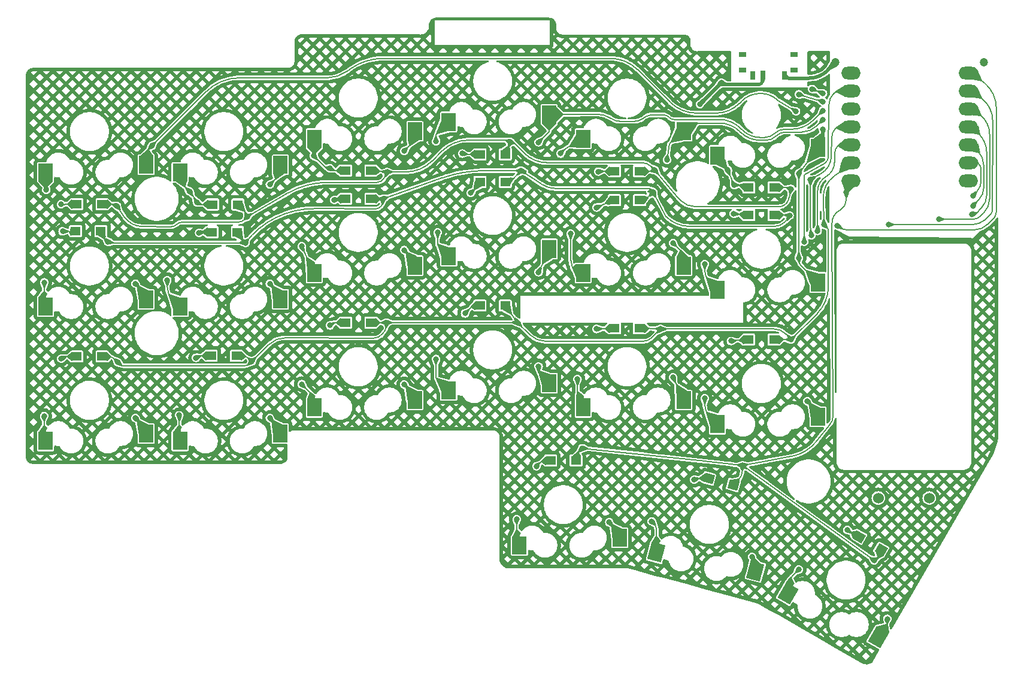
<source format=gtl>
%TF.GenerationSoftware,KiCad,Pcbnew,8.0.5*%
%TF.CreationDate,2024-10-09T02:00:45+03:00*%
%TF.ProjectId,1_3,315f332e-6b69-4636-9164-5f7063625858,rev?*%
%TF.SameCoordinates,Original*%
%TF.FileFunction,Copper,L1,Top*%
%TF.FilePolarity,Positive*%
%FSLAX46Y46*%
G04 Gerber Fmt 4.6, Leading zero omitted, Abs format (unit mm)*
G04 Created by KiCad (PCBNEW 8.0.5) date 2024-10-09 02:00:45*
%MOMM*%
%LPD*%
G01*
G04 APERTURE LIST*
G04 Aperture macros list*
%AMRotRect*
0 Rectangle, with rotation*
0 The origin of the aperture is its center*
0 $1 length*
0 $2 width*
0 $3 Rotation angle, in degrees counterclockwise*
0 Add horizontal line*
21,1,$1,$2,0,0,$3*%
%AMOutline5P*
0 Free polygon, 5 corners , with rotation*
0 The origin of the aperture is its center*
0 number of corners: always 5*
0 $1 to $10 corner X, Y*
0 $11 Rotation angle, in degrees counterclockwise*
0 create outline with 5 corners*
4,1,5,$1,$2,$3,$4,$5,$6,$7,$8,$9,$10,$1,$2,$11*%
%AMOutline6P*
0 Free polygon, 6 corners , with rotation*
0 The origin of the aperture is its center*
0 number of corners: always 6*
0 $1 to $12 corner X, Y*
0 $13 Rotation angle, in degrees counterclockwise*
0 create outline with 6 corners*
4,1,6,$1,$2,$3,$4,$5,$6,$7,$8,$9,$10,$11,$12,$1,$2,$13*%
%AMOutline7P*
0 Free polygon, 7 corners , with rotation*
0 The origin of the aperture is its center*
0 number of corners: always 7*
0 $1 to $14 corner X, Y*
0 $15 Rotation angle, in degrees counterclockwise*
0 create outline with 7 corners*
4,1,7,$1,$2,$3,$4,$5,$6,$7,$8,$9,$10,$11,$12,$13,$14,$1,$2,$15*%
%AMOutline8P*
0 Free polygon, 8 corners , with rotation*
0 The origin of the aperture is its center*
0 number of corners: always 8*
0 $1 to $16 corner X, Y*
0 $17 Rotation angle, in degrees counterclockwise*
0 create outline with 8 corners*
4,1,8,$1,$2,$3,$4,$5,$6,$7,$8,$9,$10,$11,$12,$13,$14,$15,$16,$1,$2,$17*%
G04 Aperture macros list end*
%TA.AperFunction,SMDPad,CuDef*%
%ADD10RotRect,2.000000X2.500000X330.000000*%
%TD*%
%TA.AperFunction,SMDPad,CuDef*%
%ADD11R,2.000000X2.500000*%
%TD*%
%TA.AperFunction,SMDPad,CuDef*%
%ADD12RotRect,2.000000X2.500000X345.000000*%
%TD*%
%TA.AperFunction,ComponentPad*%
%ADD13C,1.524000*%
%TD*%
%TA.AperFunction,SMDPad,CuDef*%
%ADD14RotRect,1.425000X1.300000X165.000000*%
%TD*%
%TA.AperFunction,SMDPad,CuDef*%
%ADD15R,1.425000X1.300000*%
%TD*%
%TA.AperFunction,SMDPad,CuDef*%
%ADD16RotRect,1.425000X1.300000X150.000000*%
%TD*%
%TA.AperFunction,SMDPad,CuDef*%
%ADD17O,2.750000X1.800000*%
%TD*%
%TA.AperFunction,ComponentPad*%
%ADD18C,1.200000*%
%TD*%
%TA.AperFunction,SMDPad,CuDef*%
%ADD19R,1.000000X0.800000*%
%TD*%
%TA.AperFunction,SMDPad,CuDef*%
%ADD20R,0.700000X1.280000*%
%TD*%
%TA.AperFunction,SMDPad,CuDef*%
%ADD21Outline5P,-0.350000X0.640000X0.350000X0.640000X0.350000X-0.360000X0.070000X-0.640000X-0.350000X-0.640000X0.000000*%
%TD*%
%TA.AperFunction,ViaPad*%
%ADD22C,0.800000*%
%TD*%
%TA.AperFunction,Conductor*%
%ADD23C,0.200000*%
%TD*%
%TA.AperFunction,Conductor*%
%ADD24C,0.500000*%
%TD*%
%TA.AperFunction,Conductor*%
%ADD25C,0.400000*%
%TD*%
G04 APERTURE END LIST*
D10*
X183232906Y-132298819D03*
X196055467Y-138489492D03*
D11*
X116300000Y-86990970D03*
X130500000Y-85940970D03*
D12*
X164658126Y-126472581D03*
X178646033Y-129133590D03*
D11*
X97300000Y-72740970D03*
X111500000Y-71690970D03*
X78300000Y-91740970D03*
X92500000Y-90690970D03*
X154300000Y-67990970D03*
X168500000Y-66940970D03*
X116300000Y-105990970D03*
X130500000Y-104940970D03*
X173300000Y-89365970D03*
X187500000Y-88315970D03*
X173300000Y-70365970D03*
X187500000Y-69315970D03*
X154300000Y-105990970D03*
X168500000Y-104940970D03*
X154300000Y-86990970D03*
X168500000Y-85940970D03*
D13*
X196044000Y-118806000D03*
X203244000Y-118806000D03*
D11*
X116300000Y-67990970D03*
X130500000Y-66940970D03*
X173300000Y-108365970D03*
X187500000Y-107315970D03*
X97300000Y-91740970D03*
X111500000Y-90690970D03*
X135300000Y-65615970D03*
X149500000Y-64565970D03*
X145300000Y-125490700D03*
X159500000Y-124440700D03*
X78300000Y-72740970D03*
X92500000Y-71690970D03*
X135300000Y-103615970D03*
X149500000Y-102565970D03*
X97300000Y-110740970D03*
X111500000Y-109690970D03*
X78300000Y-110740970D03*
X92500000Y-109690970D03*
X135300000Y-84615970D03*
X149500000Y-83565970D03*
D14*
X175526592Y-116962639D03*
X172073408Y-116037361D03*
D15*
X181287500Y-96400000D03*
X177712500Y-96400000D03*
D16*
X196448020Y-126093750D03*
X193351980Y-124306250D03*
D15*
X153287500Y-113500000D03*
X149712500Y-113500000D03*
X105487500Y-77300000D03*
X101912500Y-77300000D03*
X105419500Y-81197000D03*
X101844500Y-81197000D03*
X158712500Y-94800000D03*
X162287500Y-94800000D03*
X181287500Y-74900000D03*
X177712500Y-74900000D03*
X86115500Y-81070000D03*
X82540500Y-81070000D03*
X181287500Y-78800000D03*
X177712500Y-78800000D03*
X143287500Y-70200000D03*
X139712500Y-70200000D03*
X143287500Y-74100000D03*
X139712500Y-74100000D03*
D17*
X208794960Y-58696046D03*
X208794960Y-61236046D03*
X208794960Y-63776046D03*
X208794960Y-66316046D03*
X208794960Y-68856046D03*
X208794960Y-71396046D03*
X208794960Y-73936046D03*
X192205040Y-73936046D03*
X192205040Y-71396046D03*
X192205040Y-68856046D03*
X192205040Y-66316046D03*
X192205040Y-63776046D03*
X192205040Y-61236046D03*
X192205040Y-58696046D03*
D18*
X190000000Y-57216046D03*
X211000000Y-57216046D03*
D15*
X162287500Y-72600000D03*
X158712500Y-72600000D03*
X124287500Y-72500000D03*
X120712500Y-72500000D03*
X143287500Y-91600000D03*
X139712500Y-91600000D03*
X86287500Y-98800000D03*
X82712500Y-98800000D03*
X162287500Y-76700000D03*
X158712500Y-76700000D03*
D19*
X184150000Y-58300970D03*
X184150000Y-56080970D03*
X176850000Y-58300970D03*
X176850000Y-56080970D03*
D20*
X182750000Y-59060970D03*
D21*
X179750000Y-59060970D03*
D20*
X178250000Y-59060970D03*
D15*
X124287500Y-76500000D03*
X120712500Y-76500000D03*
X86287500Y-77260000D03*
X82712500Y-77260000D03*
X124287500Y-94000000D03*
X120712500Y-94000000D03*
X105287500Y-98700000D03*
X101712500Y-98700000D03*
D22*
X166151320Y-70993000D03*
X138402944Y-75664944D03*
X183700000Y-75100000D03*
X126600000Y-72700000D03*
X144018000Y-68453000D03*
X106807000Y-79038000D03*
X88392000Y-77514000D03*
X186436000Y-73787000D03*
X164427500Y-72427500D03*
X186563000Y-81661000D03*
X80476691Y-77276691D03*
X78400000Y-75200000D03*
X98679000Y-75482000D03*
X99700000Y-77000000D03*
X116200000Y-70400000D03*
X118500000Y-72200000D03*
X133500000Y-68365970D03*
X137200000Y-70100000D03*
X151100000Y-70100000D03*
X156464000Y-72644000D03*
X174752000Y-72390000D03*
X175641000Y-74549000D03*
X106553000Y-82721000D03*
X187452000Y-81026000D03*
X145542000Y-72517000D03*
X183491860Y-78867000D03*
X87122000Y-82594000D03*
X126000000Y-76500000D03*
X164211000Y-75565000D03*
X78105000Y-88309000D03*
X80700000Y-81100000D03*
X95500000Y-88000000D03*
X100000000Y-81300000D03*
X119126000Y-76659000D03*
X114500000Y-83200000D03*
X133731000Y-81248000D03*
X156210000Y-77724000D03*
X152525450Y-81423000D03*
X175600000Y-78600000D03*
X171500000Y-85700000D03*
X188341000Y-80137000D03*
X126500000Y-94000000D03*
X183700000Y-96400000D03*
X145034000Y-93980000D03*
X88500000Y-99600000D03*
X107442000Y-99485000D03*
X165263936Y-94900000D03*
X78100000Y-107200000D03*
X80518000Y-99104000D03*
X99568000Y-98977000D03*
X97200000Y-107100000D03*
X114500000Y-102700000D03*
X118500000Y-94400000D03*
X133500000Y-99155000D03*
X137600000Y-92700000D03*
X153500000Y-102000000D03*
X156200000Y-94900000D03*
X171500000Y-104700000D03*
X175200000Y-96600000D03*
X176805500Y-114194500D03*
X195453000Y-127635000D03*
X154178000Y-111760000D03*
X191516000Y-75565000D03*
X144900000Y-121800000D03*
X147700000Y-114300000D03*
X170000000Y-116200000D03*
X164000000Y-122100000D03*
X191643000Y-123317000D03*
X184800000Y-128900000D03*
X190246000Y-80264000D03*
X91000000Y-107490970D03*
X184404000Y-64135000D03*
X93341156Y-69001156D03*
X91000000Y-88490970D03*
X110000000Y-107490970D03*
X186690000Y-60960000D03*
X110000000Y-74490970D03*
X197485000Y-80137000D03*
X110000000Y-88490970D03*
X188214000Y-61595000D03*
X188214000Y-62738000D03*
X184785000Y-61722000D03*
X204597000Y-79375000D03*
X129000000Y-69740970D03*
X129000000Y-83740970D03*
X129000000Y-102740970D03*
X148000000Y-100200000D03*
X158000000Y-122240700D03*
X148000000Y-86868000D03*
X148000000Y-68500000D03*
X188214000Y-64008000D03*
X209296000Y-78670000D03*
X167000000Y-82740970D03*
X178172155Y-127115970D03*
X167000000Y-101740970D03*
X209423000Y-77470000D03*
X188214000Y-65304050D03*
X184785000Y-84836000D03*
X197300000Y-135900000D03*
X188214000Y-66675000D03*
X186000000Y-105115970D03*
X184785000Y-72898000D03*
X209423000Y-76073000D03*
X185547000Y-82550000D03*
X173863000Y-60071000D03*
X170815000Y-63119000D03*
D23*
X150513755Y-75057000D02*
G75*
G02*
X148385378Y-74412552I45J3837000D01*
G01*
X163703000Y-75057000D02*
X150513755Y-75057000D01*
X164211000Y-75565000D02*
X163703000Y-75057000D01*
X148385363Y-74412575D02*
X145542000Y-72517000D01*
X143287500Y-91600000D02*
X145034000Y-93980000D01*
X149035985Y-96647000D02*
X162733359Y-96647000D01*
X162733359Y-96647000D02*
G75*
G03*
X164071024Y-96092944I41J1891700D01*
G01*
X145034000Y-93980000D02*
X146757023Y-95703023D01*
X146757023Y-95703023D02*
G75*
G03*
X149035985Y-96647022I2278977J2278923D01*
G01*
X164071008Y-96092928D02*
X165263936Y-94900000D01*
X145034000Y-93980000D02*
X126500000Y-94000000D01*
X161603903Y-65532000D02*
G75*
G03*
X162620370Y-65215157I-3J1788900D01*
G01*
X163843355Y-64643000D02*
G75*
G03*
X163124500Y-64867088I45J-1265200D01*
G01*
X165747326Y-64643000D02*
G75*
G02*
X166376689Y-64903697I-26J-890100D01*
G01*
X167160013Y-65283294D02*
G75*
G02*
X166470809Y-64997835I-13J974694D01*
G01*
X156129296Y-64523787D02*
X149500000Y-64565970D01*
X163124490Y-64867073D02*
X162620374Y-65215162D01*
X166470822Y-64997822D02*
X166376693Y-64903693D01*
X165747326Y-64643000D02*
X163843355Y-64643000D01*
X173736000Y-65283294D02*
X167160013Y-65283294D01*
X161603903Y-65532000D02*
X159484993Y-65532000D01*
X158371121Y-65194747D02*
G75*
G03*
X156129296Y-64523770I-2216421J-3324753D01*
G01*
X159484993Y-65532000D02*
G75*
G02*
X158371120Y-65194749I7J2008100D01*
G01*
X166497000Y-68707000D02*
X166151320Y-70993000D01*
X168500000Y-66940970D02*
X166497000Y-68707000D01*
X165263936Y-94900000D02*
X162287500Y-94800000D01*
X156200000Y-94900000D02*
X158712500Y-94800000D01*
X143764000Y-69088000D02*
X144018000Y-68453000D01*
X143287500Y-70200000D02*
X143764000Y-69088000D01*
X137300000Y-70200000D02*
X137200000Y-70100000D01*
X139712500Y-70200000D02*
X137300000Y-70200000D01*
X132948317Y-71140683D02*
G75*
G02*
X129183793Y-72700007I-3764517J3764483D01*
G01*
X134326184Y-69762816D02*
G75*
G02*
X138101569Y-68198978I3775416J-3775384D01*
G01*
X146025154Y-70079154D02*
G75*
G03*
X149151190Y-71374002I3126046J3126054D01*
G01*
X129183793Y-72700000D02*
X126600000Y-72700000D01*
X134326184Y-69762816D02*
X132948317Y-71140683D01*
X146025154Y-70079154D02*
X144145000Y-68199000D01*
X144145000Y-68199000D02*
X138101569Y-68199000D01*
X162577797Y-71374000D02*
X149151190Y-71374000D01*
X164500000Y-72500000D02*
X163937000Y-71937000D01*
X168049526Y-76695967D02*
X167911191Y-76547983D01*
X167642637Y-76244827D02*
X164500000Y-72500000D01*
X183682714Y-75246917D02*
X183420885Y-76312095D01*
X163937000Y-71937000D02*
G75*
G03*
X162577797Y-71374001I-1359200J-1359200D01*
G01*
X170132129Y-77600000D02*
G75*
G02*
X168049520Y-76695972I-29J2850800D01*
G01*
X183289946Y-76713010D02*
G75*
G02*
X182017902Y-77600017I-1272046J468610D01*
G01*
X183338613Y-76580908D02*
X183289946Y-76713010D01*
X182017902Y-77600000D02*
X170132129Y-77600000D01*
X167911191Y-76547983D02*
G75*
G02*
X167642637Y-76244827I5527109J5166783D01*
G01*
X183420885Y-76312095D02*
G75*
G02*
X183338612Y-76580908I-2439685J599695D01*
G01*
X133500000Y-67415970D02*
X133500000Y-68365970D01*
X135300000Y-65615970D02*
X133500000Y-67415970D01*
X112574286Y-75687167D02*
G75*
G02*
X118212989Y-74177785I5602614J-9642933D01*
G01*
X118212989Y-74177791D02*
X125072352Y-74200000D01*
X125072352Y-74200000D02*
G75*
G03*
X126249986Y-73450037I48J1299500D01*
G01*
X126249983Y-73450036D02*
X126600000Y-72700000D01*
X106807000Y-79038000D02*
X112574286Y-75687167D01*
X106553000Y-82721000D02*
G75*
G02*
X116341748Y-77883503I9723850J-7353770D01*
G01*
X125674499Y-77603499D02*
X125724935Y-77553064D01*
X116341748Y-77883503D02*
X124888673Y-77929000D01*
X125724935Y-77553064D02*
G75*
G03*
X126000008Y-76889000I-664035J664064D01*
G01*
X124888673Y-77929000D02*
G75*
G03*
X125674508Y-77603508I27J1111300D01*
G01*
X126000000Y-76889000D02*
X126000000Y-76500000D01*
X89480810Y-79093699D02*
G75*
G03*
X91950531Y-80403145I2493090J1718399D01*
G01*
X106426000Y-79419000D02*
X106807000Y-79038000D01*
X105506184Y-79800000D02*
G75*
G03*
X106426005Y-79419005I16J1300800D01*
G01*
X91950531Y-80403171D02*
X96070987Y-80435000D01*
X96837500Y-80117500D02*
G75*
G02*
X97604012Y-79800005I766500J-766500D01*
G01*
X97604012Y-79800000D02*
X105506184Y-79800000D01*
X96070987Y-80435000D02*
G75*
G03*
X96837504Y-80117504I13J1084000D01*
G01*
X88392000Y-77514000D02*
X89480810Y-79093699D01*
X120934515Y-58452629D02*
G75*
G02*
X118030308Y-59390979I-2904215J4025129D01*
G01*
X126047439Y-56642000D02*
G75*
G03*
X121332722Y-58165280I-39J-8057800D01*
G01*
X100973926Y-61368385D02*
G75*
G02*
X105747827Y-59390994I4773874J-4773915D01*
G01*
X93341156Y-69001156D02*
X100973926Y-61368385D01*
X118030308Y-59390970D02*
X105747827Y-59390970D01*
X121332740Y-58165304D02*
X120934515Y-58452629D01*
X158147036Y-56642000D02*
X126047439Y-56642000D01*
X166554207Y-62795207D02*
X161994792Y-58235792D01*
X173030343Y-64389000D02*
X170401963Y-64389000D01*
X184404000Y-64135000D02*
X181864000Y-62611000D01*
X170401963Y-64389000D02*
G75*
G02*
X166554215Y-62795199I37J5441600D01*
G01*
X161994792Y-58235792D02*
G75*
G03*
X158147036Y-56641989I-3847792J-3847808D01*
G01*
X179411159Y-61595000D02*
X179324000Y-61595000D01*
X176402999Y-62991999D02*
G75*
G02*
X173030343Y-64389017I-3372699J3372699D01*
G01*
X176722369Y-62672630D02*
X176402999Y-62991999D01*
X179324000Y-61595000D02*
G75*
G03*
X176722362Y-62672623I0J-3679300D01*
G01*
X181864000Y-62611000D02*
G75*
G03*
X179411159Y-61595017I-2452800J-2452800D01*
G01*
X169395129Y-80400000D02*
X181280761Y-80400000D01*
X164211000Y-75565000D02*
X166004515Y-78995485D01*
X183252512Y-79347487D02*
G75*
G03*
X183499992Y-78750000I-597512J597487D01*
G01*
X183500000Y-78750000D02*
X183491860Y-78867000D01*
X181280761Y-80400000D02*
G75*
G03*
X182850011Y-79750011I39J2219200D01*
G01*
X182849999Y-79749999D02*
X183252512Y-79347487D01*
X166004515Y-78995485D02*
G75*
G03*
X169395129Y-80399970I3390585J3390385D01*
G01*
X139712500Y-74355388D02*
X138402944Y-75664944D01*
X144208500Y-73850500D02*
X143287500Y-74100000D01*
X133731000Y-83046970D02*
X133731000Y-81248000D01*
X135300000Y-84615970D02*
X133731000Y-83046970D01*
X143959000Y-74100000D02*
X145542000Y-72517000D01*
X143287500Y-74100000D02*
X143959000Y-74100000D01*
X140390098Y-72517000D02*
G75*
G03*
X134360756Y-73549621I2J-18118600D01*
G01*
X134360757Y-73549624D02*
X126000000Y-76500000D01*
X145542000Y-72517000D02*
X140390098Y-72517000D01*
X149500000Y-83900000D02*
X148000000Y-86868000D01*
X148000000Y-101065970D02*
X148000000Y-100200000D01*
X149500000Y-102565970D02*
X148000000Y-101065970D01*
X183000000Y-95650000D02*
X183700000Y-96400000D01*
X165263936Y-94900000D02*
X181274085Y-94900000D01*
X181274085Y-94900000D02*
G75*
G02*
X183000018Y-95649983I15J-2360900D01*
G01*
X138700000Y-91600000D02*
X137600000Y-92700000D01*
X139712500Y-91600000D02*
X138700000Y-91600000D01*
X133500000Y-101815970D02*
X133500000Y-99155000D01*
X135300000Y-103615970D02*
X133500000Y-101815970D01*
X109903556Y-97083027D02*
G75*
G02*
X112222693Y-96146661I2300444J-2357473D01*
G01*
X126500000Y-94406000D02*
X126500000Y-94000000D01*
X125988000Y-95514500D02*
X126260869Y-95140104D01*
X112222693Y-96146676D02*
X124606718Y-96217000D01*
X107442000Y-99485000D02*
X109903556Y-97083027D01*
X124606718Y-96217000D02*
G75*
G03*
X125987983Y-95514488I-18J1709200D01*
G01*
X126260869Y-95140104D02*
G75*
G03*
X126499995Y-94406000I-1007269J734104D01*
G01*
X149500000Y-67000000D02*
X148000000Y-68500000D01*
X149500000Y-64565970D02*
X149500000Y-67000000D01*
X156464000Y-72644000D02*
X156635000Y-72600000D01*
X156635000Y-72600000D02*
X158712500Y-72600000D01*
X164255000Y-72600000D02*
X164427500Y-72427500D01*
X162287500Y-72600000D02*
X164255000Y-72600000D01*
X157607000Y-77089000D02*
X156210000Y-77724000D01*
X158712500Y-76700000D02*
X157607000Y-77089000D01*
X152525450Y-85216420D02*
X152525450Y-81423000D01*
X163076000Y-76700000D02*
X164211000Y-75565000D01*
X162287500Y-76700000D02*
X163076000Y-76700000D01*
X168500000Y-84874163D02*
G75*
G03*
X168052254Y-83793246I-1528700J-37D01*
G01*
X168052265Y-83793235D02*
X167000000Y-82740970D01*
X153500000Y-105190970D02*
X153500000Y-102000000D01*
X168500000Y-104940970D02*
X167000000Y-101740970D01*
X88392000Y-77514000D02*
X88265000Y-77387000D01*
X183700000Y-75100000D02*
X183650000Y-75100000D01*
X126600000Y-72700000D02*
X126258578Y-72500000D01*
X183742731Y-75174038D02*
X183752693Y-75184000D01*
X186563000Y-81661000D02*
X186499500Y-81280000D01*
X87958394Y-77260000D02*
X86287500Y-77260000D01*
X183500000Y-75000000D02*
X183564644Y-75064644D01*
X187896500Y-72961500D02*
X186436000Y-73787000D01*
X183258578Y-74900000D02*
X181287500Y-74900000D01*
X183700000Y-75100000D02*
X183700000Y-75150000D01*
X186436000Y-73787000D02*
X186436000Y-80512744D01*
X126600000Y-72700000D02*
X124287500Y-72500000D01*
X106807000Y-79038000D02*
X105866786Y-77006000D01*
X189398326Y-70458858D02*
X189465000Y-67753082D01*
X187896500Y-72961500D02*
G75*
G03*
X189398325Y-70458858I-1455700J2575500D01*
G01*
X183650000Y-75100000D02*
G75*
G02*
X183564646Y-75064642I0J120700D01*
G01*
X183742731Y-75174038D02*
G75*
G02*
X183699959Y-75150000I-14631J24038D01*
G01*
X183682714Y-75246917D02*
G75*
G03*
X183699996Y-75150000I-263114J96917D01*
G01*
X186436000Y-80512744D02*
G75*
G03*
X186499508Y-81279999I4667000J44D01*
G01*
X183500000Y-75000000D02*
G75*
G03*
X183258578Y-74900009I-241400J-241400D01*
G01*
X189944477Y-66595523D02*
G75*
G03*
X189464977Y-67753082I1157523J-1157577D01*
G01*
X87958394Y-77260000D02*
G75*
G02*
X88265002Y-77386998I6J-433600D01*
G01*
X183682714Y-75246917D02*
G75*
G02*
X183742722Y-75174023I134386J-49483D01*
G01*
X191102036Y-66116046D02*
G75*
G03*
X189944455Y-66595501I-36J-1637054D01*
G01*
X126258578Y-72500000D02*
G75*
G02*
X126500006Y-72599994I22J-341400D01*
G01*
X78400000Y-75200000D02*
X78350000Y-75150000D01*
X81115802Y-77260000D02*
X82712500Y-77260000D01*
X78300000Y-75029289D02*
X78300000Y-72753470D01*
X80476691Y-77276691D02*
X80962500Y-77323500D01*
X78400000Y-75200000D02*
X78400000Y-75012249D01*
X78300000Y-75029289D02*
X78300000Y-72740970D01*
X81115802Y-77260000D02*
G75*
G03*
X80962499Y-77323499I-2J-216800D01*
G01*
X78300000Y-75029289D02*
G75*
G03*
X78349997Y-75150003I170700J-11D01*
G01*
X78300000Y-75029289D02*
G75*
G03*
X78349997Y-75150003I170700J-11D01*
G01*
X98854553Y-75684545D02*
X99700000Y-77000000D01*
X99700000Y-77000000D02*
X99850000Y-77150000D01*
X97781550Y-74584550D02*
X98679000Y-75482000D01*
X98679000Y-75482000D02*
X98742500Y-75545500D01*
X100212132Y-77300000D02*
X101912500Y-77300000D01*
X98854553Y-75684545D02*
G75*
G03*
X98742500Y-75545500I-702753J-451655D01*
G01*
X99850000Y-77150000D02*
G75*
G03*
X100212132Y-77299987I362100J362100D01*
G01*
X97781550Y-74584550D02*
G75*
G02*
X97300006Y-73421985I1162550J1162550D01*
G01*
X119012132Y-72500000D02*
X120712500Y-72500000D01*
X117823223Y-72023223D02*
X116200000Y-70400000D01*
X116250000Y-70350000D02*
X116200000Y-70400000D01*
X116300000Y-70229289D02*
X116300000Y-67990970D01*
X118500000Y-72200000D02*
X118250000Y-72200000D01*
X118500000Y-72200000D02*
X118650000Y-72350000D01*
X116250000Y-70350000D02*
G75*
G03*
X116299996Y-70229289I-120700J120700D01*
G01*
X118650000Y-72350000D02*
G75*
G03*
X119012132Y-72499987I362100J362100D01*
G01*
X117823223Y-72023223D02*
G75*
G03*
X118250000Y-72199986I426777J426823D01*
G01*
X151100000Y-70100000D02*
X151654515Y-69545485D01*
X152993232Y-68990970D02*
X154300000Y-68990970D01*
X152993232Y-68990970D02*
G75*
G03*
X151654499Y-69545469I-32J-1893230D01*
G01*
X175641000Y-74549000D02*
X177663500Y-74549000D01*
X175420500Y-74024500D02*
X175641000Y-74549000D01*
X174752000Y-72390000D02*
X173300000Y-70938000D01*
X174752000Y-72390000D02*
X174987053Y-72972387D01*
X175420500Y-74024500D02*
G75*
G02*
X174987053Y-72972387I73058000J30713600D01*
G01*
X106553000Y-82721000D02*
X105419500Y-81587500D01*
X87338802Y-82721000D02*
X106553000Y-82721000D01*
X126000000Y-76500000D02*
X124287500Y-76500000D01*
X189837822Y-71345515D02*
X189865000Y-70043845D01*
X190931954Y-68656046D02*
X191185954Y-68656046D01*
X190271477Y-69062523D02*
X190498348Y-68835651D01*
X187452000Y-81026000D02*
X187452000Y-75435110D01*
X87122000Y-82594000D02*
X86115500Y-81587500D01*
X183295930Y-78833500D02*
X183491860Y-78867000D01*
X87122000Y-82594000D02*
X87185500Y-82657500D01*
X182901226Y-78800000D02*
X181287500Y-78800000D01*
X188658499Y-73342499D02*
G75*
G03*
X187452002Y-75435110I1211501J-2092601D01*
G01*
X190498348Y-68835651D02*
G75*
G02*
X190931954Y-68656067I433552J-433549D01*
G01*
X189865000Y-70043845D02*
G75*
G02*
X190271454Y-69062500I1387800J45D01*
G01*
X87185500Y-82657500D02*
G75*
G03*
X87338802Y-82720999I153300J153300D01*
G01*
X182901226Y-78800000D02*
G75*
G02*
X183295929Y-78833504I-26J-2342000D01*
G01*
X188658499Y-73342499D02*
G75*
G03*
X189837868Y-71345516I-1184699J2046399D01*
G01*
X81697348Y-81137483D02*
X81734832Y-81174967D01*
X78105000Y-88309000D02*
X78105000Y-91408084D01*
X80700000Y-81100000D02*
X81606855Y-81100000D01*
X81734832Y-81174967D02*
G75*
G02*
X82164250Y-81069983I434968J-848433D01*
G01*
X81697348Y-81137483D02*
G75*
G03*
X81606855Y-81100038I-90448J-90517D01*
G01*
X100175831Y-81197000D02*
X101844500Y-81197000D01*
X95500000Y-88970485D02*
X95500000Y-88000000D01*
X96186236Y-90627206D02*
X97300000Y-91740970D01*
X100000000Y-81300000D02*
X100051500Y-81248500D01*
X95500000Y-88970485D02*
G75*
G03*
X96186241Y-90627201I2342900J-15D01*
G01*
X100051500Y-81248500D02*
G75*
G02*
X100175831Y-81197013I124300J-124300D01*
G01*
X119397429Y-76500000D02*
X120712500Y-76500000D01*
X114500000Y-83200000D02*
X116000000Y-86478837D01*
X119126000Y-76659000D02*
X119205500Y-76579500D01*
X119205500Y-76579500D02*
G75*
G02*
X119397429Y-76500012I191900J-191900D01*
G01*
X152525450Y-84961623D02*
G75*
G03*
X153412736Y-87103684I3029350J23D01*
G01*
X172159720Y-88225690D02*
X173300000Y-89365970D01*
X175600000Y-78600000D02*
X177712500Y-78800000D01*
X171500000Y-85700000D02*
X171500000Y-86632985D01*
X175600000Y-78600000D02*
X175941421Y-78800000D01*
X175600000Y-78600000D02*
X175700000Y-78700000D01*
X175941421Y-78800000D02*
G75*
G02*
X175699994Y-78700006I-21J341400D01*
G01*
X171500000Y-86632985D02*
G75*
G03*
X172159718Y-88225692I2252400J-15D01*
G01*
X188976000Y-88870036D02*
X188976000Y-81051598D01*
X106101921Y-98700000D02*
X105287500Y-98700000D01*
X126500000Y-94000000D02*
X124287500Y-94000000D01*
X183700000Y-96400000D02*
X187382207Y-92717792D01*
X88500000Y-99600000D02*
X88760000Y-99860000D01*
X183700000Y-96400000D02*
X181287500Y-96400000D01*
X190899351Y-72506998D02*
X189763476Y-73317022D01*
X88500000Y-99600000D02*
X88100000Y-99200000D01*
X87134314Y-98800000D02*
X86287500Y-98800000D01*
X89387695Y-100120000D02*
X106357987Y-100120000D01*
X107124500Y-99802500D02*
X107442000Y-99485000D01*
X107049500Y-99092500D02*
X107442000Y-99485000D01*
X188256281Y-76324646D02*
X188341000Y-80137000D01*
X188658500Y-80391000D02*
X188341000Y-80137000D01*
X87134314Y-98800000D02*
G75*
G02*
X88099996Y-99200004I-14J-1365700D01*
G01*
X107049500Y-99092500D02*
G75*
G03*
X106101921Y-98699991I-947600J-947600D01*
G01*
X88760000Y-99860000D02*
G75*
G03*
X89387695Y-100120002I627700J627700D01*
G01*
X191312954Y-71704046D02*
G75*
G02*
X190899340Y-72506982I-986254J46D01*
G01*
X107124500Y-99802500D02*
G75*
G02*
X106357987Y-100119995I-766500J766500D01*
G01*
X188976000Y-88870036D02*
G75*
G02*
X187382200Y-92717785I-5441600J36D01*
G01*
X188658500Y-80391000D02*
G75*
G02*
X188975993Y-81051598I-528500J-660600D01*
G01*
X188256281Y-76324646D02*
G75*
G02*
X189763505Y-73317062I3595019J79846D01*
G01*
X81036960Y-98800000D02*
X82712500Y-98800000D01*
X78100000Y-107200000D02*
X78100000Y-110540970D01*
X80518000Y-99104000D02*
X80670000Y-98952000D01*
X81036960Y-98800000D02*
G75*
G03*
X80670012Y-98952012I40J-519000D01*
G01*
X97200000Y-107100000D02*
X97200000Y-110640970D01*
X99568000Y-98977000D02*
X99706500Y-98838500D01*
X100040868Y-98700000D02*
X101712500Y-98700000D01*
X100040868Y-98700000D02*
G75*
G03*
X99706509Y-98838509I32J-472900D01*
G01*
X118500000Y-94400000D02*
X118700000Y-94200000D01*
X115722862Y-103922862D02*
X114500000Y-102700000D01*
X119182842Y-94000000D02*
X120712500Y-94000000D01*
X118700000Y-94200000D02*
G75*
G02*
X119182842Y-94000018I482800J-482800D01*
G01*
X115722862Y-103922862D02*
G75*
G02*
X116249999Y-105195485I-1272662J-1272638D01*
G01*
X172159720Y-107225690D02*
X173300000Y-108365970D01*
X171500000Y-105632985D02*
X171500000Y-104700000D01*
X175200000Y-96600000D02*
X177712500Y-96400000D01*
X171500000Y-105632985D02*
G75*
G03*
X172159718Y-107225692I2252400J-15D01*
G01*
X176278977Y-116210253D02*
X175526592Y-116962639D01*
X191516000Y-76567975D02*
X191516000Y-75565000D01*
X183698327Y-112934902D02*
X180200770Y-113582598D01*
X153587843Y-112350156D02*
X154178000Y-111760000D01*
X187328046Y-110738240D02*
X189171683Y-108389316D01*
X195453000Y-127635000D02*
X176805500Y-114194500D01*
X196084647Y-127240220D02*
X195453000Y-127635000D01*
X176805500Y-114939115D02*
X176805500Y-114194500D01*
X177937750Y-113993250D02*
X176805500Y-114194500D01*
X154178000Y-111760000D02*
X171627721Y-113608977D01*
X189611000Y-107328711D02*
X189489206Y-79912134D01*
X191516000Y-75565000D02*
X191730040Y-73936046D01*
X190646634Y-78071113D02*
X190500000Y-78155475D01*
X175080250Y-113993250D02*
X176805500Y-114194500D01*
X153587843Y-112350156D02*
G75*
G03*
X153287524Y-113075250I725057J-725044D01*
G01*
X175080250Y-113993250D02*
G75*
G03*
X171627721Y-113608977I-38114850J-326743950D01*
G01*
X187328046Y-110738240D02*
G75*
G02*
X183698320Y-112934863I-4722946J3707040D01*
G01*
X189611000Y-107328711D02*
G75*
G02*
X189171673Y-108389306I-1499900J11D01*
G01*
X177937750Y-113993250D02*
G75*
G03*
X180200770Y-113582598I-55898550J314486450D01*
G01*
X176805500Y-114939115D02*
G75*
G02*
X176278978Y-116210254I-1797700J15D01*
G01*
X196084647Y-127240220D02*
G75*
G03*
X196458496Y-126546875I-421847J674920D01*
G01*
X190500000Y-78155475D02*
G75*
G03*
X189489193Y-79912134I1005500J-1747725D01*
G01*
X190646634Y-78071113D02*
G75*
G03*
X191515953Y-76567975I-864834J1503113D01*
G01*
X148100000Y-113900000D02*
X147700000Y-114300000D01*
X144900000Y-121800000D02*
X144900000Y-124574152D01*
X149065685Y-113500000D02*
X149712500Y-113500000D01*
X149065685Y-113500000D02*
G75*
G03*
X148100004Y-113900004I15J-1365700D01*
G01*
X170277642Y-116037361D02*
X172073408Y-116037361D01*
X170000000Y-116200000D02*
X170081319Y-116118680D01*
X164658126Y-123223491D02*
X164658126Y-126472581D01*
X164329063Y-122429063D02*
X164000000Y-122100000D01*
X170277642Y-116037361D02*
G75*
G03*
X170081299Y-116118660I-42J-277639D01*
G01*
X164329063Y-122429063D02*
G75*
G02*
X164658122Y-123223491I-794463J-794437D01*
G01*
X191643000Y-123317000D02*
X193351980Y-124306250D01*
X184800000Y-128900000D02*
X183880518Y-129819481D01*
X183880518Y-129819481D02*
G75*
G03*
X183232876Y-131382956I1563482J-1563519D01*
G01*
X92500000Y-70437099D02*
X92500000Y-71690970D01*
X212725000Y-78271188D02*
X212725000Y-63697521D01*
X91000000Y-107490970D02*
X92252512Y-108743482D01*
X212589035Y-78823644D02*
X212644759Y-78685262D01*
X212547534Y-78947920D02*
X212589035Y-78823644D01*
X211518500Y-80073500D02*
X212396342Y-79195657D01*
X191617031Y-80899000D02*
X209525566Y-80899000D01*
X212396342Y-79195657D02*
X212442235Y-79148720D01*
X210995155Y-60061443D02*
X209069960Y-58496046D01*
X190373000Y-80264000D02*
X190246000Y-80264000D01*
X190577350Y-80468350D02*
X190373000Y-80264000D01*
X212442235Y-79148720D02*
X212481328Y-79096567D01*
X212481328Y-79096567D02*
X212497732Y-79068154D01*
X91000000Y-88490970D02*
X92500000Y-89990970D01*
X93341156Y-69001156D02*
X92920578Y-69421734D01*
X190577350Y-80468350D02*
G75*
G03*
X191617031Y-80898987I1039650J1039650D01*
G01*
X212725000Y-63697521D02*
G75*
G03*
X210995170Y-60061425I-4686400J21D01*
G01*
X209525566Y-80899000D02*
G75*
G03*
X211518510Y-80073510I34J2818400D01*
G01*
X212644759Y-78685262D02*
G75*
G03*
X212724989Y-78271188I-1028359J414062D01*
G01*
X92920578Y-69421734D02*
G75*
G03*
X92499987Y-70437099I1015322J-1015366D01*
G01*
X212497732Y-79068154D02*
G75*
G03*
X212547533Y-78947920I-431732J249254D01*
G01*
X209320098Y-80137000D02*
X197485000Y-80137000D01*
X210641452Y-62268023D02*
X209069960Y-61036046D01*
X188214000Y-61595000D02*
X187896500Y-61468000D01*
X187264691Y-61206296D02*
X186690000Y-60960000D01*
X111040380Y-73450589D02*
X110000000Y-74490970D01*
X211073999Y-79501999D02*
X212019553Y-78556445D01*
X212166000Y-78202891D02*
X212206569Y-65496826D01*
X110000000Y-107490970D02*
X111252512Y-108743482D01*
X110000000Y-88490970D02*
X111500000Y-89990970D01*
X111040380Y-73450589D02*
G75*
G03*
X111499989Y-72340970I-1109580J1109589D01*
G01*
X209320098Y-80137000D02*
G75*
G03*
X211074003Y-79502004I2J2739700D01*
G01*
X212166000Y-78202891D02*
G75*
G02*
X212019557Y-78556449I-500000J-9D01*
G01*
X210641452Y-62268023D02*
G75*
G02*
X212206566Y-65496826I-2521052J-3215777D01*
G01*
X187264691Y-61206296D02*
G75*
G03*
X187896500Y-61468001I11050109J25783696D01*
G01*
X210912000Y-78521000D02*
X210485000Y-78948000D01*
X211766000Y-67362476D02*
X211766000Y-76459261D01*
X184785000Y-61722000D02*
X188214000Y-62738000D01*
X129000000Y-83740970D02*
X130500000Y-85240970D01*
X129000000Y-102740970D02*
X130500000Y-104240970D01*
X210417980Y-64617523D02*
X209069960Y-63576046D01*
X209454130Y-79375000D02*
X204597000Y-79375000D01*
X130040380Y-68700589D02*
X129000000Y-69740970D01*
X210485000Y-78948000D02*
G75*
G02*
X209454130Y-79375013I-1030900J1030900D01*
G01*
X130040380Y-68700589D02*
G75*
G03*
X130499989Y-67590970I-1109580J1109589D01*
G01*
X210417980Y-64617523D02*
G75*
G02*
X211766005Y-67362476I-2120780J-2744977D01*
G01*
X210912000Y-78521000D02*
G75*
G03*
X211765984Y-76459261I-2061700J2061700D01*
G01*
X188214000Y-64008000D02*
X186843630Y-65378369D01*
X210217980Y-67264066D02*
X209069960Y-66116046D01*
X176820845Y-66781159D02*
X176587686Y-66548000D01*
X158000000Y-122240700D02*
X159252512Y-123493212D01*
X182773972Y-66656000D02*
X183759157Y-66656000D01*
X179968655Y-67818000D02*
X179324000Y-67818000D01*
X210556500Y-77860500D02*
X209906452Y-78510547D01*
X211366000Y-70035631D02*
X211366000Y-75906194D01*
X209296000Y-78670000D02*
X209521500Y-78670000D01*
X209906452Y-78510547D02*
G75*
G02*
X209521500Y-78670001I-384952J384947D01*
G01*
X182773972Y-66656000D02*
G75*
G03*
X181371340Y-67237026I28J-1983600D01*
G01*
X183759157Y-66656000D02*
G75*
G03*
X186843651Y-65378390I43J4362100D01*
G01*
X176587686Y-66548000D02*
G75*
G03*
X173521634Y-65277990I-3066086J-3066100D01*
G01*
X176820845Y-66781159D02*
G75*
G03*
X179324000Y-67817999I2503155J2503159D01*
G01*
X210217980Y-67264066D02*
G75*
G02*
X211365973Y-70035631I-2771580J-2771534D01*
G01*
X210556500Y-77860500D02*
G75*
G03*
X211365998Y-75906194I-1954300J1954300D01*
G01*
X179968655Y-67818000D02*
G75*
G03*
X181371345Y-67237031I45J1983700D01*
G01*
X178172155Y-127115970D02*
X178409094Y-127352909D01*
X210966000Y-74835934D02*
X210966000Y-71892788D01*
X173540316Y-65786000D02*
X168729764Y-65786000D01*
X185223234Y-67056000D02*
X182939658Y-67056000D01*
X178646033Y-127924930D02*
X178646033Y-129133590D01*
X176476000Y-67002000D02*
X176538001Y-67064001D01*
X210194500Y-76698500D02*
X209423000Y-77470000D01*
X179324000Y-68218000D02*
X180134341Y-68218000D01*
X188214000Y-65304050D02*
X187338025Y-66180025D01*
X210017980Y-69604066D02*
X209069960Y-68656046D01*
X210966000Y-71892788D02*
G75*
G03*
X210017966Y-69604080I-3236700J-12D01*
G01*
X187338025Y-66180025D02*
G75*
G02*
X185223234Y-67056014I-2114825J2114825D01*
G01*
X179324000Y-68218000D02*
G75*
G02*
X176538000Y-67064002I0J3940000D01*
G01*
X178646033Y-127924930D02*
G75*
G03*
X178409104Y-127352899I-808933J30D01*
G01*
X168729764Y-65786000D02*
G75*
G03*
X168498010Y-65882010I36J-327800D01*
G01*
X180134341Y-68218000D02*
G75*
G03*
X181536988Y-67636988I-41J1983700D01*
G01*
X176476000Y-67002000D02*
G75*
G03*
X173540316Y-65785993I-2935700J-2935700D01*
G01*
X181537000Y-67637000D02*
G75*
G02*
X182939658Y-67055953I1402700J-1402600D01*
G01*
X210194500Y-76698500D02*
G75*
G03*
X210966014Y-74835934I-1862600J1862600D01*
G01*
X185055457Y-85871427D02*
X187500000Y-88315970D01*
X184785000Y-85218485D02*
X184785000Y-84836000D01*
X210166454Y-71482454D02*
X210223023Y-71539023D01*
X210566000Y-72367042D02*
X210566000Y-73948694D01*
X184785000Y-72898000D02*
X184785000Y-84836000D01*
X197300000Y-136572479D02*
X197300000Y-135900000D01*
X184785000Y-72898000D02*
X187500000Y-69315970D01*
X186000000Y-105115970D02*
X187500000Y-106615970D01*
X209423000Y-76073000D02*
X209994500Y-75438000D01*
X188214000Y-66675000D02*
X188214000Y-68601970D01*
X210566000Y-72367042D02*
G75*
G03*
X210223045Y-71539001I-1171000J42D01*
G01*
X184785000Y-85218485D02*
G75*
G03*
X185055450Y-85871434I923400J-15D01*
G01*
X210166454Y-71482454D02*
G75*
G03*
X209475003Y-71196042I-691454J-691446D01*
G01*
X197300000Y-136572479D02*
G75*
G02*
X196824494Y-137720482I-1623500J-21D01*
G01*
X209994500Y-75438000D02*
G75*
G03*
X210565992Y-73948694I-1654800J1489300D01*
G01*
X185547000Y-73152000D02*
X185547000Y-82550000D01*
X189719570Y-61613429D02*
X189680976Y-61652022D01*
X188443907Y-71494448D02*
X185547000Y-73113341D01*
X189065000Y-63139123D02*
X188983254Y-70469430D01*
X191113497Y-61036046D02*
G75*
G03*
X189719583Y-61613442I3J-1971254D01*
G01*
X188983254Y-70469430D02*
G75*
G02*
X188443935Y-71494487I-1270654J14130D01*
G01*
X189680976Y-61652022D02*
G75*
G03*
X189065022Y-63139123I1487124J-1487078D01*
G01*
D24*
X179132603Y-60325000D02*
X173609000Y-60325000D01*
X179750000Y-59255970D02*
X179750000Y-59479985D01*
X173863000Y-60071000D02*
X170815000Y-63119000D01*
X179664000Y-59887985D02*
X179712348Y-59642300D01*
X179712348Y-59642300D02*
G75*
G03*
X179749991Y-59255970I-1963348J386300D01*
G01*
X179664000Y-59887985D02*
G75*
G02*
X179132603Y-60324994I-531400J104585D01*
G01*
X183361931Y-59436000D02*
X186210301Y-59436000D01*
X188890023Y-58326023D02*
X190000000Y-57216046D01*
D25*
X182957515Y-59268485D02*
X182790000Y-59100970D01*
D24*
X188890023Y-58326023D02*
G75*
G02*
X186210301Y-59436001I-2679723J2679723D01*
G01*
D25*
X183361931Y-59436000D02*
G75*
G02*
X182957506Y-59268494I-31J571900D01*
G01*
%TA.AperFunction,NonConductor*%
G36*
X189171153Y-55636242D02*
G01*
X189216915Y-55689040D01*
X189228125Y-55741195D01*
X189222035Y-56940873D01*
X189207938Y-56997669D01*
X188808187Y-57762718D01*
X188785967Y-57792974D01*
X188599826Y-57979116D01*
X188599823Y-57979120D01*
X188573613Y-58005328D01*
X188569208Y-58009521D01*
X188333183Y-58223441D01*
X188323777Y-58231161D01*
X188070348Y-58419117D01*
X188060230Y-58425877D01*
X187789618Y-58588076D01*
X187778886Y-58593813D01*
X187493655Y-58728717D01*
X187482412Y-58733373D01*
X187185361Y-58839660D01*
X187173716Y-58843193D01*
X186867653Y-58919857D01*
X186855719Y-58922231D01*
X186543627Y-58968526D01*
X186531517Y-58969719D01*
X186231063Y-58984480D01*
X186213332Y-58985351D01*
X186207250Y-58985500D01*
X186142447Y-58985500D01*
X186075408Y-58965815D01*
X186029653Y-58913011D01*
X186018447Y-58861772D01*
X186017538Y-58446829D01*
X186017051Y-58224518D01*
X186515050Y-58224518D01*
X186515587Y-58469235D01*
X186764470Y-58432316D01*
X187034885Y-58364581D01*
X187297349Y-58270670D01*
X187310404Y-58264496D01*
X186892738Y-57846830D01*
X186515050Y-58224518D01*
X186017051Y-58224518D01*
X186015452Y-57494692D01*
X187244877Y-57494692D01*
X187769634Y-58019449D01*
X187788443Y-58008175D01*
X188012368Y-57842100D01*
X188218459Y-57655310D01*
X188379077Y-57494692D01*
X187811977Y-56927592D01*
X187244877Y-57494692D01*
X186015452Y-57494692D01*
X186013031Y-56390061D01*
X186511030Y-56390061D01*
X186511844Y-56761659D01*
X186892739Y-57142554D01*
X187459839Y-56575454D01*
X187459838Y-56575453D01*
X188164115Y-56575453D01*
X188625556Y-57036894D01*
X188724502Y-56847531D01*
X188728223Y-56114613D01*
X188624942Y-56114626D01*
X188164115Y-56575453D01*
X187459838Y-56575453D01*
X186999218Y-56114833D01*
X186786231Y-56114860D01*
X186511030Y-56390061D01*
X186013031Y-56390061D01*
X186011609Y-55741212D01*
X186031146Y-55674133D01*
X186083849Y-55628263D01*
X186135588Y-55616944D01*
X189104114Y-55616567D01*
X189171153Y-55636242D01*
G37*
%TD.AperFunction*%
%TA.AperFunction,NonConductor*%
G36*
X189141237Y-58816766D02*
G01*
X189193309Y-58863353D01*
X189211941Y-58929358D01*
X189197765Y-61721995D01*
X189178762Y-61787336D01*
X189061083Y-61974628D01*
X188943949Y-62217867D01*
X188903163Y-62334434D01*
X188862442Y-62391211D01*
X188797490Y-62416959D01*
X188728928Y-62403503D01*
X188687745Y-62368967D01*
X188642282Y-62309718D01*
X188583841Y-62264874D01*
X188542639Y-62208448D01*
X188538484Y-62138702D01*
X188572696Y-62077782D01*
X188583837Y-62068128D01*
X188642282Y-62023282D01*
X188738536Y-61897841D01*
X188799044Y-61751762D01*
X188819682Y-61595000D01*
X188819543Y-61593947D01*
X188804321Y-61478322D01*
X188799044Y-61438238D01*
X188738536Y-61292159D01*
X188642282Y-61166718D01*
X188516841Y-61070464D01*
X188370762Y-61009956D01*
X188315222Y-61002644D01*
X188214002Y-60989318D01*
X188208521Y-60989318D01*
X188204959Y-60989565D01*
X187622312Y-60994244D01*
X187555116Y-60975098D01*
X187532533Y-60956814D01*
X187496832Y-60920199D01*
X187400143Y-60821033D01*
X187128207Y-60542134D01*
X187128203Y-60542130D01*
X187128089Y-60542013D01*
X187127651Y-60541566D01*
X187124781Y-60538650D01*
X187121886Y-60535322D01*
X187118283Y-60531718D01*
X186992842Y-60435464D01*
X186846762Y-60374956D01*
X186846760Y-60374955D01*
X186690001Y-60354318D01*
X186689999Y-60354318D01*
X186533239Y-60374955D01*
X186533237Y-60374956D01*
X186387160Y-60435463D01*
X186387159Y-60435464D01*
X186261718Y-60531718D01*
X186261717Y-60531719D01*
X186261716Y-60531720D01*
X186244363Y-60554334D01*
X186187934Y-60595535D01*
X186118188Y-60599687D01*
X186057269Y-60565473D01*
X186024518Y-60503755D01*
X186021991Y-60479129D01*
X186021494Y-60252408D01*
X188164115Y-60252408D01*
X188426735Y-60515028D01*
X188451936Y-60518346D01*
X188459941Y-60519667D01*
X188475994Y-60522860D01*
X188483900Y-60524704D01*
X188515411Y-60533148D01*
X188523170Y-60535501D01*
X188538670Y-60540762D01*
X188546268Y-60543622D01*
X188705405Y-60609538D01*
X188709989Y-59706535D01*
X188164115Y-60252408D01*
X186021494Y-60252408D01*
X186020965Y-60010770D01*
X186040503Y-59943689D01*
X186093207Y-59897819D01*
X186144965Y-59886500D01*
X186395433Y-59886500D01*
X186395433Y-59886499D01*
X186764285Y-59854230D01*
X187128922Y-59789934D01*
X187480104Y-59695835D01*
X187486561Y-59694105D01*
X187486562Y-59694104D01*
X187486568Y-59694103D01*
X187749505Y-59598402D01*
X187834496Y-59567468D01*
X187834497Y-59567467D01*
X187834501Y-59567466D01*
X188170072Y-59410987D01*
X188490729Y-59225856D01*
X188794030Y-59013482D01*
X189008238Y-58833739D01*
X189072245Y-58805727D01*
X189141237Y-58816766D01*
G37*
%TD.AperFunction*%
%TA.AperFunction,NonConductor*%
G36*
X187403167Y-65346315D02*
G01*
X187459100Y-65388187D01*
X187483517Y-65453651D01*
X187474493Y-65509710D01*
X187407723Y-65671865D01*
X187380744Y-65712333D01*
X187159195Y-65933883D01*
X187159192Y-65933886D01*
X187127995Y-65965081D01*
X187122944Y-65969856D01*
X186905777Y-66163929D01*
X186894905Y-66172599D01*
X186660221Y-66339117D01*
X186648447Y-66346516D01*
X186396590Y-66485713D01*
X186384063Y-66491746D01*
X186118204Y-66601872D01*
X186105079Y-66606464D01*
X186101858Y-66607392D01*
X186031989Y-66607037D01*
X185973404Y-66568964D01*
X185944703Y-66505261D01*
X185954998Y-66436154D01*
X186001021Y-66383584D01*
X186005498Y-66380869D01*
X186266755Y-66230036D01*
X186600271Y-65996509D01*
X186912165Y-65734803D01*
X186995170Y-65651799D01*
X187056114Y-65590857D01*
X187107204Y-65539767D01*
X187107208Y-65539760D01*
X187272154Y-65374814D01*
X187333475Y-65341331D01*
X187403167Y-65346315D01*
G37*
%TD.AperFunction*%
%TA.AperFunction,NonConductor*%
G36*
X188502104Y-70786155D02*
G01*
X188547859Y-70838959D01*
X188557803Y-70908117D01*
X188539912Y-70956675D01*
X188494846Y-71028045D01*
X188483146Y-71043692D01*
X188395163Y-71143816D01*
X188381148Y-71157432D01*
X188286764Y-71235666D01*
X188268123Y-71248442D01*
X185676303Y-72696841D01*
X185608179Y-72712362D01*
X185542478Y-72688588D01*
X185500061Y-72633067D01*
X185494393Y-72563428D01*
X185495832Y-72557279D01*
X185498577Y-72546765D01*
X185529264Y-72429200D01*
X185550422Y-72385618D01*
X185551488Y-72384212D01*
X186134115Y-71615523D01*
X186179103Y-71578722D01*
X187839142Y-70778763D01*
X187892972Y-70766470D01*
X188435065Y-70766470D01*
X188502104Y-70786155D01*
G37*
%TD.AperFunction*%
%TA.AperFunction,NonConductor*%
G36*
X188449936Y-71918356D02*
G01*
X188492353Y-71973877D01*
X188498021Y-72043516D01*
X188474931Y-72093895D01*
X188456569Y-72117794D01*
X188447282Y-72128545D01*
X188245237Y-72337010D01*
X188234781Y-72346629D01*
X188010233Y-72530601D01*
X187998745Y-72538961D01*
X187751627Y-72697971D01*
X187745545Y-72701643D01*
X187721167Y-72715422D01*
X187721146Y-72715433D01*
X187046604Y-73096696D01*
X187000453Y-73111852D01*
X186559786Y-73165060D01*
X186490871Y-73153553D01*
X186439116Y-73106615D01*
X186420954Y-73039147D01*
X186442151Y-72972571D01*
X186484428Y-72933711D01*
X188316114Y-71910102D01*
X188384235Y-71894582D01*
X188449936Y-71918356D01*
G37*
%TD.AperFunction*%
%TA.AperFunction,NonConductor*%
G36*
X188610726Y-73826757D02*
G01*
X188662844Y-73873292D01*
X188681529Y-73940617D01*
X188660850Y-74007357D01*
X188660072Y-74008513D01*
X188532535Y-74196012D01*
X188532532Y-74196016D01*
X188364429Y-74497381D01*
X188237233Y-74781976D01*
X188223626Y-74812420D01*
X188112693Y-75134392D01*
X188111217Y-75138675D01*
X188028088Y-75473574D01*
X188028087Y-75473581D01*
X187999017Y-75659875D01*
X187969232Y-75723078D01*
X187910005Y-75760145D01*
X187840140Y-75759306D01*
X187781820Y-75720829D01*
X187753559Y-75656930D01*
X187752500Y-75640757D01*
X187752500Y-75438717D01*
X187752709Y-75431516D01*
X187754268Y-75404718D01*
X187766365Y-75196748D01*
X187768032Y-75182473D01*
X187808198Y-74954410D01*
X187811507Y-74940429D01*
X187877847Y-74718568D01*
X187882758Y-74705057D01*
X187974377Y-74492388D01*
X187980831Y-74479524D01*
X187983333Y-74475185D01*
X188096482Y-74278932D01*
X188104373Y-74266917D01*
X188242514Y-74081077D01*
X188251752Y-74070048D01*
X188410518Y-73901476D01*
X188420961Y-73891605D01*
X188477745Y-73843862D01*
X188541723Y-73815786D01*
X188610726Y-73826757D01*
G37*
%TD.AperFunction*%
%TA.AperFunction,NonConductor*%
G36*
X176659474Y-77920185D02*
G01*
X176705229Y-77972989D01*
X176715173Y-78042147D01*
X176686148Y-78105703D01*
X176660836Y-78127927D01*
X176618110Y-78156184D01*
X176426486Y-78282912D01*
X176359710Y-78303473D01*
X176299771Y-78288916D01*
X176295541Y-78286662D01*
X176008928Y-78133931D01*
X175959022Y-78085033D01*
X175943475Y-78016915D01*
X175967224Y-77951205D01*
X176022727Y-77908766D01*
X176067243Y-77900500D01*
X176592435Y-77900500D01*
X176659474Y-77920185D01*
G37*
%TD.AperFunction*%
%TA.AperFunction,NonConductor*%
G36*
X187957703Y-78248017D02*
G01*
X187995477Y-78306795D01*
X188000468Y-78338974D01*
X188000547Y-78342464D01*
X188021103Y-79267543D01*
X188012591Y-79315527D01*
X187991957Y-79368200D01*
X187949176Y-79423441D01*
X187883321Y-79446783D01*
X187815300Y-79430816D01*
X187766710Y-79380609D01*
X187752500Y-79322971D01*
X187752500Y-78341730D01*
X187772185Y-78274691D01*
X187824989Y-78228936D01*
X187894147Y-78218992D01*
X187957703Y-78248017D01*
G37*
%TD.AperFunction*%
%TA.AperFunction,NonConductor*%
G36*
X189072883Y-74739173D02*
G01*
X189119295Y-74791400D01*
X189131152Y-74844948D01*
X189106080Y-79784112D01*
X189086056Y-79851051D01*
X189033020Y-79896537D01*
X188963812Y-79906130D01*
X188900405Y-79876783D01*
X188868745Y-79833790D01*
X188847490Y-79785904D01*
X188632586Y-79301751D01*
X188621956Y-79254206D01*
X188556774Y-76320988D01*
X188556786Y-76314970D01*
X188556922Y-76309866D01*
X188565035Y-76003429D01*
X188565941Y-75991399D01*
X188568413Y-75971540D01*
X188604059Y-75685126D01*
X188606125Y-75673273D01*
X188673831Y-75372166D01*
X188677048Y-75360539D01*
X188678053Y-75357492D01*
X188773695Y-75067453D01*
X188778026Y-75056194D01*
X188779121Y-75053716D01*
X188893724Y-74794222D01*
X188938814Y-74740851D01*
X189005602Y-74720329D01*
X189072883Y-74739173D01*
G37*
%TD.AperFunction*%
%TA.AperFunction,NonConductor*%
G36*
X187840441Y-73421630D02*
G01*
X187883127Y-73476944D01*
X187889132Y-73546555D01*
X187859813Y-73604870D01*
X187753095Y-73723592D01*
X187585969Y-73953970D01*
X187443808Y-74200540D01*
X187328171Y-74460602D01*
X187328166Y-74460614D01*
X187243063Y-74722857D01*
X187240314Y-74731329D01*
X187183612Y-74998409D01*
X187181205Y-75009746D01*
X187181203Y-75009759D01*
X187151492Y-75292790D01*
X187151491Y-75292806D01*
X187151500Y-75427339D01*
X187151500Y-80148099D01*
X187141962Y-80195791D01*
X186975933Y-80594260D01*
X186931978Y-80648572D01*
X186865638Y-80670498D01*
X186797974Y-80653077D01*
X186750471Y-80601840D01*
X186737518Y-80549981D01*
X186736547Y-80514698D01*
X186736500Y-80511287D01*
X186736500Y-74664898D01*
X186746038Y-74617206D01*
X186749836Y-74608091D01*
X186961579Y-74099904D01*
X186978248Y-74071358D01*
X187305536Y-73651618D01*
X187342304Y-73619919D01*
X187706581Y-73414024D01*
X187774626Y-73398175D01*
X187840441Y-73421630D01*
G37*
%TD.AperFunction*%
%TA.AperFunction,NonConductor*%
G36*
X186052703Y-74475185D02*
G01*
X186085961Y-74521204D01*
X186122164Y-74608091D01*
X186125962Y-74617206D01*
X186135500Y-74664898D01*
X186135500Y-80457541D01*
X186135499Y-80457559D01*
X186135499Y-80461377D01*
X186135493Y-80461394D01*
X186135490Y-80649510D01*
X186135490Y-80649515D01*
X186145982Y-80839900D01*
X186142317Y-80877394D01*
X186091647Y-81075886D01*
X186055992Y-81135973D01*
X185993512Y-81167246D01*
X185924043Y-81159774D01*
X185869641Y-81115931D01*
X185847579Y-81049636D01*
X185847500Y-81045215D01*
X185847500Y-74568898D01*
X185867185Y-74501859D01*
X185919989Y-74456104D01*
X185989147Y-74446160D01*
X186052703Y-74475185D01*
G37*
%TD.AperFunction*%
%TA.AperFunction,NonConductor*%
G36*
X143237663Y-68519185D02*
G01*
X143260086Y-68537636D01*
X143381634Y-68664278D01*
X143413854Y-68726276D01*
X143416162Y-68748599D01*
X143417064Y-68821074D01*
X143398216Y-68888353D01*
X143366348Y-68922652D01*
X142816328Y-69325535D01*
X142750613Y-69349269D01*
X142743054Y-69349500D01*
X142555247Y-69349500D01*
X142496770Y-69361131D01*
X142496769Y-69361132D01*
X142430447Y-69405447D01*
X142386132Y-69471769D01*
X142386131Y-69471770D01*
X142374500Y-69530247D01*
X142374500Y-70869752D01*
X142386131Y-70928229D01*
X142386132Y-70928230D01*
X142430447Y-70994552D01*
X142496769Y-71038867D01*
X142496770Y-71038868D01*
X142555247Y-71050499D01*
X142555250Y-71050500D01*
X142555252Y-71050500D01*
X144019750Y-71050500D01*
X144019751Y-71050499D01*
X144034905Y-71047485D01*
X144078229Y-71038868D01*
X144078229Y-71038867D01*
X144078231Y-71038867D01*
X144144552Y-70994552D01*
X144188867Y-70928231D01*
X144188867Y-70928229D01*
X144188868Y-70928229D01*
X144200499Y-70869752D01*
X144200500Y-70869750D01*
X144200500Y-70364035D01*
X144959891Y-70364035D01*
X145526991Y-70931135D01*
X145639951Y-70818176D01*
X145614826Y-70796717D01*
X145611180Y-70793477D01*
X145600394Y-70783505D01*
X145596891Y-70780136D01*
X145578682Y-70761927D01*
X145578654Y-70761901D01*
X145480144Y-70663394D01*
X145480143Y-70663392D01*
X145460531Y-70643780D01*
X145460529Y-70643777D01*
X145418542Y-70601792D01*
X145418529Y-70601778D01*
X145070339Y-70253588D01*
X144959891Y-70364035D01*
X144200500Y-70364035D01*
X144200500Y-69552110D01*
X144200600Y-69547122D01*
X144200749Y-69543412D01*
X144202021Y-69511828D01*
X144159758Y-69243356D01*
X144168779Y-69174073D01*
X144193938Y-69137029D01*
X144250398Y-69079750D01*
X144311478Y-69045826D01*
X144332473Y-69042957D01*
X144497932Y-69034643D01*
X144565874Y-69050939D01*
X144591835Y-69070806D01*
X145774674Y-70253645D01*
X145774695Y-70253668D01*
X145812655Y-70291627D01*
X145812670Y-70291641D01*
X145846477Y-70325448D01*
X145846500Y-70325468D01*
X145943841Y-70422809D01*
X145943849Y-70422816D01*
X145943859Y-70422825D01*
X146225937Y-70663742D01*
X146225951Y-70663753D01*
X146225957Y-70663758D01*
X146526108Y-70881831D01*
X146842444Y-71075681D01*
X147173013Y-71244115D01*
X147515704Y-71386062D01*
X147515784Y-71386095D01*
X147590108Y-71410244D01*
X147868628Y-71500741D01*
X148229383Y-71587351D01*
X148595823Y-71645390D01*
X148965686Y-71674500D01*
X149111628Y-71674500D01*
X157668937Y-71674500D01*
X157735976Y-71694185D01*
X157781731Y-71746989D01*
X157791675Y-71816147D01*
X157762650Y-71879703D01*
X157749036Y-71893157D01*
X157697957Y-71936379D01*
X157333693Y-72244600D01*
X157269800Y-72272877D01*
X157212275Y-72266853D01*
X156811784Y-72125307D01*
X156811784Y-72125306D01*
X156811781Y-72125306D01*
X156695989Y-72084382D01*
X156695981Y-72084380D01*
X156688035Y-72083120D01*
X156660014Y-72075214D01*
X156620763Y-72058956D01*
X156464001Y-72038318D01*
X156463999Y-72038318D01*
X156307239Y-72058955D01*
X156307237Y-72058956D01*
X156161160Y-72119463D01*
X156035718Y-72215718D01*
X155939463Y-72341160D01*
X155878956Y-72487237D01*
X155878955Y-72487239D01*
X155858318Y-72643998D01*
X155858318Y-72644001D01*
X155878955Y-72800760D01*
X155878956Y-72800762D01*
X155939154Y-72946094D01*
X155939464Y-72946841D01*
X156035718Y-73072282D01*
X156161159Y-73168536D01*
X156307238Y-73229044D01*
X156365893Y-73236766D01*
X156463999Y-73249682D01*
X156464000Y-73249682D01*
X156464001Y-73249682D01*
X156484387Y-73246998D01*
X156620762Y-73229044D01*
X156683577Y-73203024D01*
X156699092Y-73197770D01*
X156718862Y-73192504D01*
X157212281Y-72950072D01*
X157281129Y-72938177D01*
X157345481Y-72965393D01*
X157347058Y-72966705D01*
X157856975Y-73398175D01*
X157859416Y-73400240D01*
X157899414Y-73424121D01*
X157904729Y-73427481D01*
X157921767Y-73438866D01*
X157921769Y-73438867D01*
X157965127Y-73447491D01*
X157970183Y-73448608D01*
X157978115Y-73450537D01*
X157978115Y-73450536D01*
X157978116Y-73450537D01*
X157981819Y-73450753D01*
X157985978Y-73450500D01*
X159444750Y-73450500D01*
X159444751Y-73450499D01*
X159459905Y-73447485D01*
X159503229Y-73438868D01*
X159503229Y-73438867D01*
X159503231Y-73438867D01*
X159569552Y-73394552D01*
X159613867Y-73328231D01*
X159613867Y-73328229D01*
X159613868Y-73328229D01*
X159625499Y-73269752D01*
X159625500Y-73269750D01*
X159625500Y-73121752D01*
X160586951Y-73121752D01*
X160899469Y-73434269D01*
X160883683Y-73354908D01*
X160882642Y-73348909D01*
X160880841Y-73336766D01*
X160880096Y-73330726D01*
X160877699Y-73306385D01*
X160877251Y-73300316D01*
X160876649Y-73288059D01*
X160876500Y-73281976D01*
X160876500Y-72832204D01*
X160586951Y-73121752D01*
X159625500Y-73121752D01*
X159625500Y-72658301D01*
X160123500Y-72658301D01*
X160234813Y-72769614D01*
X160801913Y-72202514D01*
X160771899Y-72172500D01*
X160123500Y-72172500D01*
X160123500Y-72658301D01*
X159625500Y-72658301D01*
X159625500Y-71930249D01*
X159625499Y-71930247D01*
X159613868Y-71871770D01*
X159613867Y-71871769D01*
X159610942Y-71867391D01*
X159590064Y-71800713D01*
X159608549Y-71733333D01*
X159660527Y-71686643D01*
X159714044Y-71674500D01*
X161285956Y-71674500D01*
X161352995Y-71694185D01*
X161398750Y-71746989D01*
X161408694Y-71816147D01*
X161389058Y-71867391D01*
X161386132Y-71871769D01*
X161386131Y-71871770D01*
X161374500Y-71930247D01*
X161374500Y-73269752D01*
X161386131Y-73328229D01*
X161386132Y-73328230D01*
X161430447Y-73394552D01*
X161496769Y-73438867D01*
X161496770Y-73438868D01*
X161555247Y-73450499D01*
X161555250Y-73450500D01*
X161555252Y-73450500D01*
X163019750Y-73450500D01*
X163019751Y-73450499D01*
X163034905Y-73447485D01*
X163078229Y-73438868D01*
X163078231Y-73438867D01*
X163109708Y-73417834D01*
X163118513Y-73412466D01*
X163120228Y-73411516D01*
X163140583Y-73400240D01*
X163669452Y-72952734D01*
X163733343Y-72924458D01*
X163770150Y-72925118D01*
X164205440Y-72998475D01*
X164240447Y-73009922D01*
X164287404Y-73033485D01*
X164727457Y-73254302D01*
X164766827Y-73285420D01*
X164798593Y-73323273D01*
X167381854Y-76401537D01*
X167381855Y-76401538D01*
X167411478Y-76436838D01*
X167430708Y-76459753D01*
X167430711Y-76459756D01*
X167430713Y-76459758D01*
X167457571Y-76491763D01*
X167549717Y-76597670D01*
X167643738Y-76701916D01*
X167664652Y-76724289D01*
X167664653Y-76724290D01*
X167675566Y-76735965D01*
X167675570Y-76735971D01*
X167691670Y-76753193D01*
X167724172Y-76787961D01*
X167802520Y-76871773D01*
X167802522Y-76871776D01*
X167811703Y-76881598D01*
X167811727Y-76881623D01*
X167940221Y-77019167D01*
X167987499Y-77060358D01*
X168183717Y-77231313D01*
X168183719Y-77231315D01*
X168183721Y-77231316D01*
X168183726Y-77231320D01*
X168414612Y-77394177D01*
X168447614Y-77417455D01*
X168474772Y-77432715D01*
X168714180Y-77567237D01*
X168729155Y-77575651D01*
X169025390Y-77704242D01*
X169333217Y-77801882D01*
X169649411Y-77867547D01*
X169970662Y-77900552D01*
X170132132Y-77900500D01*
X170179727Y-77900500D01*
X175159884Y-77900500D01*
X175226923Y-77920185D01*
X175272678Y-77972989D01*
X175282622Y-78042147D01*
X175253597Y-78105703D01*
X175235374Y-78122873D01*
X175185406Y-78161215D01*
X175171718Y-78171718D01*
X175075463Y-78297160D01*
X175014956Y-78443237D01*
X175014955Y-78443239D01*
X174994318Y-78599998D01*
X174994318Y-78600001D01*
X175014955Y-78756760D01*
X175014956Y-78756762D01*
X175071154Y-78892437D01*
X175075464Y-78902841D01*
X175171718Y-79028282D01*
X175297159Y-79124536D01*
X175443238Y-79185044D01*
X175521619Y-79195363D01*
X175599999Y-79205682D01*
X175600000Y-79205682D01*
X175600001Y-79205682D01*
X175616422Y-79203520D01*
X175756762Y-79185044D01*
X175789679Y-79171408D01*
X175818274Y-79164147D01*
X175818219Y-79163876D01*
X175824148Y-79162655D01*
X175824175Y-79162649D01*
X175824180Y-79162648D01*
X175824191Y-79162647D01*
X176233733Y-79035462D01*
X176303593Y-79034379D01*
X176355252Y-79063361D01*
X176772724Y-79454181D01*
X176808212Y-79514367D01*
X176809596Y-79520508D01*
X176811132Y-79528230D01*
X176855447Y-79594552D01*
X176921769Y-79638867D01*
X176921770Y-79638868D01*
X176980247Y-79650499D01*
X176980250Y-79650500D01*
X176980252Y-79650500D01*
X178444750Y-79650500D01*
X178444751Y-79650499D01*
X178459568Y-79647552D01*
X178503229Y-79638868D01*
X178503229Y-79638867D01*
X178503231Y-79638867D01*
X178569552Y-79594552D01*
X178613867Y-79528231D01*
X178613867Y-79528229D01*
X178613868Y-79528229D01*
X178625499Y-79469752D01*
X178625500Y-79469750D01*
X178625500Y-78485413D01*
X179123500Y-78485413D01*
X179123500Y-78788957D01*
X179538828Y-79204285D01*
X179876500Y-78866613D01*
X179876500Y-78407757D01*
X179867243Y-78398500D01*
X179210413Y-78398500D01*
X179123500Y-78485413D01*
X178625500Y-78485413D01*
X178625500Y-78130249D01*
X178625499Y-78130247D01*
X178611485Y-78059790D01*
X178612612Y-78059565D01*
X178606473Y-78002489D01*
X178637745Y-77940009D01*
X178697832Y-77904353D01*
X178728504Y-77900500D01*
X180271496Y-77900500D01*
X180338535Y-77920185D01*
X180384290Y-77972989D01*
X180394234Y-78042147D01*
X180386199Y-78071432D01*
X180374500Y-78130247D01*
X180374500Y-79469752D01*
X180386131Y-79528229D01*
X180386132Y-79528230D01*
X180430447Y-79594552D01*
X180496769Y-79638867D01*
X180496770Y-79638868D01*
X180555247Y-79650499D01*
X180555250Y-79650500D01*
X180555252Y-79650500D01*
X182019750Y-79650500D01*
X182019751Y-79650499D01*
X182034568Y-79647552D01*
X182078229Y-79638868D01*
X182078231Y-79638867D01*
X182109708Y-79617834D01*
X182118513Y-79612466D01*
X182123661Y-79609614D01*
X182140583Y-79600240D01*
X182611543Y-79201733D01*
X182675434Y-79173457D01*
X182744471Y-79184212D01*
X182796734Y-79230584D01*
X182815630Y-79297850D01*
X182814167Y-79315444D01*
X182812026Y-79329215D01*
X182782276Y-79392434D01*
X182777180Y-79397846D01*
X182671168Y-79503858D01*
X182671166Y-79503860D01*
X182640376Y-79534648D01*
X182634457Y-79540192D01*
X182454927Y-79697635D01*
X182442058Y-79707509D01*
X182246889Y-79837916D01*
X182232842Y-79846027D01*
X182022319Y-79949843D01*
X182007333Y-79956050D01*
X181785067Y-80031497D01*
X181769399Y-80035695D01*
X181539180Y-80081485D01*
X181523099Y-80083602D01*
X181284535Y-80099234D01*
X181276427Y-80099499D01*
X181223184Y-80099499D01*
X181223172Y-80099500D01*
X169452722Y-80099500D01*
X169452710Y-80099499D01*
X169397831Y-80099499D01*
X169392423Y-80099381D01*
X169008804Y-80082634D01*
X168998027Y-80081691D01*
X168620021Y-80031926D01*
X168609367Y-80030048D01*
X168237123Y-79947521D01*
X168226674Y-79944721D01*
X167863038Y-79830065D01*
X167852872Y-79826364D01*
X167500634Y-79680457D01*
X167490835Y-79675888D01*
X167261355Y-79556424D01*
X168860101Y-79556424D01*
X168865642Y-79561965D01*
X169046835Y-79585820D01*
X169405987Y-79601499D01*
X169463044Y-79601499D01*
X169463068Y-79601500D01*
X169949225Y-79601500D01*
X169994301Y-79556424D01*
X170698579Y-79556424D01*
X170743655Y-79601500D01*
X171787703Y-79601500D01*
X171832779Y-79556424D01*
X172537057Y-79556424D01*
X172582133Y-79601500D01*
X173626181Y-79601500D01*
X173671257Y-79556424D01*
X173671256Y-79556423D01*
X174375533Y-79556423D01*
X174420610Y-79601500D01*
X175147316Y-79601500D01*
X175091514Y-79578386D01*
X175084126Y-79575038D01*
X175069448Y-79567800D01*
X175062292Y-79563976D01*
X175034039Y-79547665D01*
X175027147Y-79543379D01*
X175013535Y-79534284D01*
X175006937Y-79529557D01*
X174855614Y-79413442D01*
X174849346Y-79408298D01*
X174837039Y-79397506D01*
X174831113Y-79391955D01*
X174808045Y-79368887D01*
X174802494Y-79362961D01*
X174791702Y-79350654D01*
X174786558Y-79344386D01*
X174700162Y-79231794D01*
X174375533Y-79556423D01*
X173671256Y-79556423D01*
X173104157Y-78989324D01*
X172537057Y-79556424D01*
X171832779Y-79556424D01*
X171265679Y-78989324D01*
X170698579Y-79556424D01*
X169994301Y-79556424D01*
X169427201Y-78989324D01*
X168860101Y-79556424D01*
X167261355Y-79556424D01*
X167152620Y-79499818D01*
X167143277Y-79494423D01*
X166821706Y-79289551D01*
X166812847Y-79283347D01*
X166510362Y-79051231D01*
X166502075Y-79044277D01*
X166262858Y-78825063D01*
X166236746Y-78791094D01*
X166234005Y-78785852D01*
X165944844Y-78232770D01*
X166506798Y-78232770D01*
X166647674Y-78502225D01*
X166826492Y-78666090D01*
X167042172Y-78831596D01*
X167236583Y-78637185D01*
X167940862Y-78637185D01*
X168507962Y-79204285D01*
X169075063Y-78637185D01*
X169075062Y-78637184D01*
X169779339Y-78637184D01*
X170346440Y-79204285D01*
X170913540Y-78637185D01*
X171617818Y-78637185D01*
X172184918Y-79204285D01*
X172752018Y-78637185D01*
X173456295Y-78637185D01*
X174023394Y-79204284D01*
X174507802Y-78719876D01*
X174498450Y-78648829D01*
X174497655Y-78640758D01*
X174496584Y-78624424D01*
X174496318Y-78616311D01*
X174496318Y-78583689D01*
X174496584Y-78575576D01*
X174497655Y-78559242D01*
X174498450Y-78551170D01*
X174499151Y-78545840D01*
X174351811Y-78398500D01*
X173694980Y-78398500D01*
X173456295Y-78637185D01*
X172752018Y-78637185D01*
X172513333Y-78398500D01*
X171856503Y-78398500D01*
X171617818Y-78637185D01*
X170913540Y-78637185D01*
X170674855Y-78398500D01*
X170132292Y-78398500D01*
X170017987Y-78398536D01*
X169779339Y-78637184D01*
X169075062Y-78637184D01*
X168507962Y-78070084D01*
X167940862Y-78637185D01*
X167236583Y-78637185D01*
X167236584Y-78637184D01*
X166669484Y-78070084D01*
X166506798Y-78232770D01*
X165944844Y-78232770D01*
X165675685Y-77717946D01*
X167021623Y-77717946D01*
X167588723Y-78285046D01*
X168095360Y-77778410D01*
X167891456Y-77634585D01*
X167888876Y-77632715D01*
X167883732Y-77628885D01*
X167881207Y-77626955D01*
X167871180Y-77619082D01*
X167868729Y-77617106D01*
X167863808Y-77613036D01*
X167861381Y-77610976D01*
X167608273Y-77390455D01*
X167605902Y-77388335D01*
X167601180Y-77384003D01*
X167598871Y-77381830D01*
X167589672Y-77372947D01*
X167587407Y-77370702D01*
X167582898Y-77366118D01*
X167580687Y-77363812D01*
X167481707Y-77257861D01*
X167021623Y-77717946D01*
X165675685Y-77717946D01*
X165195092Y-76798707D01*
X166102384Y-76798707D01*
X166669484Y-77365807D01*
X167143309Y-76891982D01*
X167030005Y-76756967D01*
X167030004Y-76756966D01*
X166972041Y-76687895D01*
X166625793Y-76275299D01*
X166102384Y-76798707D01*
X165195092Y-76798707D01*
X164881589Y-76199064D01*
X164867937Y-76152274D01*
X164866847Y-76139646D01*
X164831600Y-75731164D01*
X165331450Y-75731164D01*
X165357647Y-76034770D01*
X165378682Y-76075005D01*
X165750245Y-76446568D01*
X166304442Y-75892371D01*
X166169767Y-75731890D01*
X165750245Y-75312368D01*
X165331450Y-75731164D01*
X164831600Y-75731164D01*
X164816659Y-75558003D01*
X164816086Y-75554732D01*
X164813833Y-75543368D01*
X164796044Y-75408238D01*
X164735536Y-75262159D01*
X164639282Y-75136718D01*
X164639280Y-75136717D01*
X164639280Y-75136716D01*
X164513842Y-75040464D01*
X164446434Y-75012542D01*
X164433681Y-75006383D01*
X164420459Y-74999039D01*
X164414828Y-74995911D01*
X164414823Y-74995909D01*
X164381663Y-74985262D01*
X164372123Y-74981761D01*
X164367769Y-74979957D01*
X164359912Y-74977852D01*
X164359980Y-74977596D01*
X164352669Y-74975953D01*
X163930556Y-74840423D01*
X163892965Y-74820726D01*
X163887513Y-74816542D01*
X163887511Y-74816540D01*
X163885695Y-74815491D01*
X163818991Y-74776980D01*
X163818990Y-74776979D01*
X163783591Y-74767494D01*
X163742562Y-74756500D01*
X163742560Y-74756500D01*
X163654327Y-74756500D01*
X163646780Y-74756100D01*
X163636138Y-74756434D01*
X163636129Y-74756165D01*
X163632224Y-74756500D01*
X150516374Y-74756500D01*
X150511166Y-74756391D01*
X150222244Y-74744245D01*
X150211868Y-74743371D01*
X149927578Y-74707357D01*
X149917311Y-74705615D01*
X149637063Y-74645878D01*
X149626979Y-74643282D01*
X149360541Y-74562607D01*
X164661529Y-74562607D01*
X164719491Y-74586617D01*
X164726878Y-74589964D01*
X164741554Y-74597201D01*
X164748712Y-74601026D01*
X164776964Y-74617337D01*
X164783854Y-74621622D01*
X164797466Y-74630717D01*
X164804064Y-74635444D01*
X164955386Y-74751558D01*
X164961654Y-74756702D01*
X164973961Y-74767494D01*
X164979887Y-74773045D01*
X165002955Y-74796113D01*
X165008506Y-74802039D01*
X165019298Y-74814346D01*
X165024442Y-74820614D01*
X165140557Y-74971937D01*
X165145284Y-74978535D01*
X165154379Y-74992147D01*
X165158665Y-74999039D01*
X165174976Y-75027292D01*
X165178800Y-75034448D01*
X165186038Y-75049126D01*
X165189386Y-75056514D01*
X165222317Y-75136018D01*
X165398106Y-74960229D01*
X164831006Y-74393129D01*
X164661529Y-74562607D01*
X149360541Y-74562607D01*
X149352714Y-74560237D01*
X149342884Y-74556804D01*
X149076550Y-74451041D01*
X149067041Y-74446794D01*
X148810534Y-74319063D01*
X148801417Y-74314035D01*
X148553725Y-74163529D01*
X148549330Y-74160730D01*
X148507113Y-74132583D01*
X148507084Y-74132566D01*
X147987467Y-73786155D01*
X148891682Y-73786155D01*
X149046583Y-73880278D01*
X149274957Y-73994000D01*
X149512079Y-74088162D01*
X149674650Y-74137387D01*
X149771046Y-74040991D01*
X150475325Y-74040991D01*
X150692834Y-74258500D01*
X151392016Y-74258500D01*
X151609525Y-74040991D01*
X152313803Y-74040991D01*
X152531312Y-74258500D01*
X153230494Y-74258500D01*
X153448003Y-74040991D01*
X154152280Y-74040991D01*
X154369789Y-74258500D01*
X155068971Y-74258500D01*
X155286480Y-74040991D01*
X155286479Y-74040990D01*
X155990757Y-74040990D01*
X156208267Y-74258500D01*
X156907449Y-74258500D01*
X157124958Y-74040991D01*
X157124957Y-74040990D01*
X157829234Y-74040990D01*
X158046744Y-74258500D01*
X158745927Y-74258500D01*
X158963436Y-74040991D01*
X159667713Y-74040991D01*
X159885222Y-74258500D01*
X160584404Y-74258500D01*
X160801913Y-74040991D01*
X161506191Y-74040991D01*
X161723700Y-74258500D01*
X162422882Y-74258500D01*
X162640391Y-74040991D01*
X162640390Y-74040990D01*
X163344667Y-74040990D01*
X163562177Y-74258500D01*
X163626237Y-74258500D01*
X163646106Y-74257877D01*
X163654607Y-74257902D01*
X163670662Y-74258500D01*
X163758875Y-74258500D01*
X163766987Y-74258766D01*
X163783323Y-74259837D01*
X163791399Y-74260632D01*
X163823743Y-74264891D01*
X163831745Y-74266212D01*
X163847798Y-74269405D01*
X163855702Y-74271248D01*
X163963637Y-74300170D01*
X163971396Y-74302524D01*
X163986894Y-74307784D01*
X163994494Y-74310644D01*
X164024633Y-74323128D01*
X164032025Y-74326477D01*
X164046706Y-74333717D01*
X164053860Y-74337541D01*
X164129684Y-74381317D01*
X164136388Y-74383470D01*
X164478868Y-74040990D01*
X163911767Y-73473890D01*
X163344667Y-74040990D01*
X162640390Y-74040990D01*
X162547900Y-73948500D01*
X161598682Y-73948500D01*
X161506191Y-74040991D01*
X160801913Y-74040991D01*
X160234813Y-73473891D01*
X159667713Y-74040991D01*
X158963436Y-74040991D01*
X158870945Y-73948500D01*
X158003093Y-73948500D01*
X157982660Y-73949148D01*
X157971500Y-73948999D01*
X157926644Y-73946379D01*
X157924109Y-73946115D01*
X157829234Y-74040990D01*
X157124957Y-74040990D01*
X156783843Y-73699876D01*
X156773169Y-73703500D01*
X156765404Y-73705855D01*
X156733891Y-73714298D01*
X156725994Y-73716139D01*
X156709943Y-73719332D01*
X156701935Y-73720654D01*
X156512830Y-73745550D01*
X156504758Y-73746345D01*
X156488424Y-73747416D01*
X156480311Y-73747682D01*
X156447689Y-73747682D01*
X156439576Y-73747416D01*
X156423242Y-73746345D01*
X156415170Y-73745550D01*
X156301202Y-73730545D01*
X155990757Y-74040990D01*
X155286479Y-74040990D01*
X154719380Y-73473891D01*
X154152280Y-74040991D01*
X153448003Y-74040991D01*
X152880903Y-73473891D01*
X152313803Y-74040991D01*
X151609525Y-74040991D01*
X151042425Y-73473891D01*
X150475325Y-74040991D01*
X149771046Y-74040991D01*
X149771047Y-74040990D01*
X149203947Y-73473890D01*
X148891682Y-73786155D01*
X147987467Y-73786155D01*
X147534473Y-73484159D01*
X146888238Y-73053336D01*
X147786022Y-73053336D01*
X148466543Y-73507017D01*
X148851809Y-73121752D01*
X149556085Y-73121752D01*
X150123186Y-73688852D01*
X150690286Y-73121752D01*
X151394563Y-73121752D01*
X151961664Y-73688852D01*
X152528764Y-73121752D01*
X153233040Y-73121752D01*
X153800141Y-73688852D01*
X154367241Y-73121752D01*
X154367240Y-73121751D01*
X155071518Y-73121751D01*
X155638618Y-73688852D01*
X155804722Y-73522748D01*
X155719614Y-73457442D01*
X155713346Y-73452298D01*
X155701039Y-73441506D01*
X155695113Y-73435955D01*
X155672045Y-73412887D01*
X155666494Y-73406961D01*
X155655702Y-73394654D01*
X155650558Y-73388386D01*
X155534443Y-73237063D01*
X155529716Y-73230465D01*
X155520621Y-73216853D01*
X155516335Y-73209961D01*
X155500024Y-73181708D01*
X155496200Y-73174552D01*
X155488962Y-73159874D01*
X155485614Y-73152486D01*
X155412622Y-72976268D01*
X155409762Y-72968670D01*
X155404501Y-72953170D01*
X155402148Y-72945411D01*
X155393704Y-72913900D01*
X155391860Y-72905994D01*
X155388667Y-72889941D01*
X155387346Y-72881936D01*
X155378503Y-72814767D01*
X155071518Y-73121751D01*
X154367240Y-73121751D01*
X153800141Y-72554651D01*
X153233040Y-73121752D01*
X152528764Y-73121752D01*
X151961664Y-72554652D01*
X151394563Y-73121752D01*
X150690286Y-73121752D01*
X150123186Y-72554652D01*
X149556085Y-73121752D01*
X148851809Y-73121752D01*
X148284708Y-72554651D01*
X147786022Y-73053336D01*
X146888238Y-73053336D01*
X146573639Y-72843603D01*
X146528779Y-72790039D01*
X146519999Y-72720725D01*
X146541857Y-72586850D01*
X146544415Y-72546511D01*
X146544414Y-72546503D01*
X146544415Y-72546496D01*
X146544255Y-72541949D01*
X146544254Y-72541945D01*
X146544254Y-72541935D01*
X146541209Y-72513196D01*
X146541208Y-72513193D01*
X146541207Y-72513190D01*
X146505570Y-72428974D01*
X146500331Y-72421708D01*
X146479400Y-72402220D01*
X146441640Y-72367063D01*
X146399704Y-72341159D01*
X146379096Y-72328429D01*
X146379091Y-72328427D01*
X146377687Y-72327560D01*
X146027260Y-72111097D01*
X146889785Y-72111097D01*
X146893438Y-72115672D01*
X146897119Y-72120522D01*
X146917684Y-72149042D01*
X146921591Y-72154794D01*
X146929144Y-72166613D01*
X146932726Y-72172581D01*
X146946435Y-72196946D01*
X146949671Y-72203093D01*
X146955856Y-72215688D01*
X146958748Y-72222022D01*
X147006996Y-72336040D01*
X147010246Y-72344583D01*
X147016160Y-72362043D01*
X147018769Y-72370796D01*
X147027962Y-72406366D01*
X147029921Y-72415292D01*
X147033205Y-72433421D01*
X147033862Y-72438006D01*
X147365470Y-72769614D01*
X147932570Y-72202514D01*
X147932569Y-72202513D01*
X148636846Y-72202513D01*
X149203947Y-72769614D01*
X149771046Y-72202514D01*
X150475325Y-72202514D01*
X151042425Y-72769614D01*
X151609525Y-72202514D01*
X152313803Y-72202514D01*
X152880903Y-72769614D01*
X153448003Y-72202514D01*
X154152280Y-72202514D01*
X154719380Y-72769614D01*
X155286480Y-72202514D01*
X155256466Y-72172500D01*
X154182294Y-72172500D01*
X154152280Y-72202514D01*
X153448003Y-72202514D01*
X153417989Y-72172500D01*
X152343817Y-72172500D01*
X152313803Y-72202514D01*
X151609525Y-72202514D01*
X151579511Y-72172500D01*
X150505339Y-72172500D01*
X150475325Y-72202514D01*
X149771046Y-72202514D01*
X149771047Y-72202513D01*
X149741034Y-72172500D01*
X148958347Y-72172500D01*
X148953485Y-72172405D01*
X148938807Y-72171829D01*
X148933940Y-72171542D01*
X148687235Y-72152125D01*
X148636846Y-72202513D01*
X147932569Y-72202513D01*
X147699457Y-71969401D01*
X147354895Y-71857447D01*
X147350288Y-71855849D01*
X147336507Y-71850764D01*
X147331979Y-71848992D01*
X147204637Y-71796245D01*
X146889785Y-72111097D01*
X146027260Y-72111097D01*
X145889956Y-72026283D01*
X145879646Y-72019171D01*
X145844841Y-71992464D01*
X145844839Y-71992463D01*
X145844832Y-71992459D01*
X145822823Y-71983342D01*
X145809375Y-71976795D01*
X145800466Y-71971771D01*
X145798839Y-71970937D01*
X145796825Y-71969934D01*
X145794714Y-71968882D01*
X145794712Y-71968881D01*
X145794711Y-71968881D01*
X145789382Y-71967651D01*
X145769821Y-71961389D01*
X145698765Y-71931957D01*
X145698760Y-71931955D01*
X145542001Y-71911318D01*
X145541999Y-71911318D01*
X145385239Y-71931955D01*
X145385234Y-71931957D01*
X145335519Y-71952549D01*
X145312518Y-71959553D01*
X145299094Y-71962252D01*
X145299091Y-71962253D01*
X144711791Y-72206962D01*
X144664099Y-72216500D01*
X140342952Y-72216500D01*
X140342906Y-72216502D01*
X139999519Y-72216495D01*
X139999518Y-72216495D01*
X139999508Y-72216495D01*
X139219030Y-72249611D01*
X139219025Y-72249611D01*
X139219011Y-72249612D01*
X138440665Y-72315782D01*
X137665801Y-72414892D01*
X136895806Y-72546765D01*
X136132136Y-72711154D01*
X135376099Y-72907775D01*
X134629096Y-73136261D01*
X134500226Y-73181741D01*
X134298067Y-73253085D01*
X134260759Y-73266250D01*
X134260756Y-73266251D01*
X134225843Y-73278569D01*
X134225816Y-73278580D01*
X134215875Y-73282088D01*
X134164436Y-73300240D01*
X126724566Y-75925649D01*
X126676282Y-75932517D01*
X126023973Y-75895528D01*
X126018246Y-75895283D01*
X126011129Y-75895078D01*
X126011147Y-75894452D01*
X126006357Y-75894318D01*
X125999998Y-75894318D01*
X125843239Y-75914955D01*
X125843234Y-75914957D01*
X125793519Y-75935549D01*
X125770518Y-75942553D01*
X125757094Y-75945252D01*
X125757086Y-75945255D01*
X125608343Y-76007230D01*
X125538890Y-76014843D01*
X125480555Y-75987428D01*
X125354157Y-75880476D01*
X125140917Y-75700042D01*
X125140497Y-75699687D01*
X125100529Y-75675838D01*
X125095186Y-75672461D01*
X125078231Y-75661132D01*
X125034989Y-75652531D01*
X125029898Y-75651407D01*
X125021899Y-75649463D01*
X125018239Y-75649247D01*
X125014080Y-75649500D01*
X123555247Y-75649500D01*
X123496770Y-75661131D01*
X123496769Y-75661132D01*
X123430447Y-75705447D01*
X123386132Y-75771769D01*
X123386131Y-75771770D01*
X123374500Y-75830247D01*
X123374500Y-77169752D01*
X123386131Y-77228229D01*
X123386132Y-77228230D01*
X123430447Y-77294552D01*
X123496769Y-77338867D01*
X123496770Y-77338868D01*
X123555247Y-77350499D01*
X123555250Y-77350500D01*
X123555252Y-77350500D01*
X125019750Y-77350500D01*
X125019751Y-77350499D01*
X125034568Y-77347552D01*
X125078229Y-77338868D01*
X125078231Y-77338867D01*
X125109708Y-77317834D01*
X125118513Y-77312466D01*
X125120287Y-77311483D01*
X125140583Y-77300240D01*
X125375880Y-77101141D01*
X125439771Y-77072865D01*
X125508808Y-77083620D01*
X125561071Y-77129992D01*
X125574244Y-77158536D01*
X125578369Y-77171627D01*
X125579742Y-77241483D01*
X125555953Y-77287560D01*
X125516265Y-77335918D01*
X125508094Y-77344932D01*
X125480350Y-77372676D01*
X125465450Y-77387574D01*
X125458306Y-77394177D01*
X125372685Y-77467304D01*
X125356943Y-77478742D01*
X125265104Y-77535020D01*
X125247766Y-77543854D01*
X125148248Y-77585074D01*
X125129742Y-77591086D01*
X125025011Y-77616228D01*
X125005792Y-77619272D01*
X124893766Y-77628086D01*
X124883380Y-77628466D01*
X116390677Y-77583258D01*
X116390566Y-77583258D01*
X116343348Y-77583007D01*
X116303516Y-77582795D01*
X116303410Y-77582795D01*
X116002072Y-77581188D01*
X115320381Y-77614825D01*
X115320367Y-77614826D01*
X114641511Y-77685632D01*
X113967525Y-77793398D01*
X113300449Y-77937797D01*
X113300445Y-77937798D01*
X112642246Y-78118403D01*
X112642211Y-78118413D01*
X111994874Y-78334677D01*
X111360268Y-78585980D01*
X110740328Y-78871556D01*
X110136928Y-79190541D01*
X110136921Y-79190545D01*
X109551832Y-79542001D01*
X108986804Y-79924879D01*
X108986789Y-79924890D01*
X108443520Y-80338034D01*
X108443500Y-80338050D01*
X107923597Y-80780242D01*
X107428573Y-81250198D01*
X106959996Y-81746427D01*
X106959965Y-81746461D01*
X106820224Y-81911655D01*
X106778839Y-81943538D01*
X106585570Y-82035514D01*
X106516577Y-82046548D01*
X106485071Y-82038207D01*
X106470682Y-82032282D01*
X106416187Y-81988554D01*
X106394183Y-81926057D01*
X106337872Y-81099993D01*
X106337315Y-81093385D01*
X106337240Y-81092640D01*
X106337238Y-81092636D01*
X106335891Y-81086199D01*
X106336842Y-81085999D01*
X106332500Y-81058434D01*
X106332500Y-80527249D01*
X106332499Y-80527247D01*
X106322239Y-80475663D01*
X107271101Y-80475663D01*
X107392861Y-80597423D01*
X107584416Y-80415570D01*
X107586907Y-80413269D01*
X107594505Y-80406441D01*
X107597051Y-80404215D01*
X107995208Y-80065570D01*
X107838201Y-79908563D01*
X107271101Y-80475663D01*
X106322239Y-80475663D01*
X106320868Y-80468770D01*
X106320867Y-80468769D01*
X106276552Y-80402447D01*
X106210230Y-80358132D01*
X106210229Y-80358131D01*
X106151752Y-80346500D01*
X106151748Y-80346500D01*
X105634409Y-80346500D01*
X105567370Y-80326815D01*
X105521615Y-80274011D01*
X105511671Y-80204853D01*
X105540696Y-80141297D01*
X105599474Y-80103523D01*
X105618225Y-80099561D01*
X105819240Y-80073099D01*
X105819243Y-80073098D01*
X105819253Y-80073097D01*
X106022012Y-80018770D01*
X106022024Y-80018764D01*
X106022027Y-80018764D01*
X106215934Y-79938446D01*
X106215934Y-79938445D01*
X106215946Y-79938441D01*
X106397736Y-79833486D01*
X106459749Y-79785900D01*
X106498500Y-79765843D01*
X106945380Y-79627261D01*
X106959872Y-79624085D01*
X106963753Y-79623045D01*
X106963762Y-79623044D01*
X106972722Y-79619331D01*
X106983432Y-79615461D01*
X107008717Y-79607621D01*
X107017463Y-79604692D01*
X107018449Y-79604337D01*
X107027477Y-79598621D01*
X107046331Y-79588841D01*
X107109841Y-79562536D01*
X107117806Y-79556424D01*
X108190339Y-79556424D01*
X108388299Y-79754384D01*
X108689389Y-79525413D01*
X108692094Y-79523412D01*
X108700389Y-79517452D01*
X108703184Y-79515502D01*
X109049168Y-79281052D01*
X108757439Y-78989323D01*
X108190339Y-79556424D01*
X107117806Y-79556424D01*
X107235282Y-79466282D01*
X107248116Y-79449554D01*
X107257525Y-79439477D01*
X107257249Y-79439221D01*
X107261397Y-79434760D01*
X107261398Y-79434757D01*
X107261403Y-79434754D01*
X107674559Y-78892435D01*
X107710897Y-78860366D01*
X108095025Y-78637185D01*
X109109578Y-78637185D01*
X109477877Y-79005484D01*
X109884872Y-78761010D01*
X109887803Y-78759304D01*
X109896701Y-78754285D01*
X109899668Y-78752664D01*
X110200318Y-78593725D01*
X109818424Y-78211831D01*
X109141821Y-78604942D01*
X109109578Y-78637185D01*
X108095025Y-78637185D01*
X109272585Y-77953015D01*
X110263885Y-77953015D01*
X110595917Y-78285047D01*
X111163017Y-77717947D01*
X111163016Y-77717946D01*
X111867294Y-77717946D01*
X111967961Y-77818613D01*
X112489273Y-77644453D01*
X112492487Y-77643427D01*
X112502260Y-77640455D01*
X112505525Y-77639511D01*
X112833158Y-77549610D01*
X112434394Y-77150846D01*
X111867294Y-77717946D01*
X111163016Y-77717946D01*
X110981276Y-77536206D01*
X110263885Y-77953015D01*
X109272585Y-77953015D01*
X111259321Y-76798708D01*
X112786533Y-76798708D01*
X113353633Y-77365808D01*
X113920734Y-76798708D01*
X114625011Y-76798708D01*
X114976312Y-77150009D01*
X115273798Y-77118982D01*
X115277181Y-77118676D01*
X115287367Y-77117895D01*
X115290735Y-77117683D01*
X115447995Y-77109922D01*
X115759209Y-76798708D01*
X116463489Y-76798708D01*
X116751955Y-77087174D01*
X117306271Y-77090124D01*
X117597688Y-76798707D01*
X117457979Y-76658998D01*
X118520318Y-76658998D01*
X118520318Y-76659001D01*
X118540955Y-76815760D01*
X118540956Y-76815762D01*
X118591075Y-76936761D01*
X118601464Y-76961841D01*
X118697718Y-77087282D01*
X118823159Y-77183536D01*
X118969238Y-77244044D01*
X118983716Y-77245950D01*
X119125999Y-77264682D01*
X119126000Y-77264682D01*
X119126001Y-77264682D01*
X119187275Y-77256615D01*
X119282762Y-77244044D01*
X119428841Y-77183536D01*
X119511488Y-77120117D01*
X119576652Y-77094925D01*
X119645097Y-77108962D01*
X119670727Y-77127057D01*
X119853312Y-77294306D01*
X119891165Y-77318449D01*
X119893294Y-77319840D01*
X119921767Y-77338866D01*
X119921769Y-77338867D01*
X119973195Y-77349095D01*
X119978747Y-77350351D01*
X119980243Y-77350498D01*
X119980252Y-77350500D01*
X119980261Y-77350500D01*
X119981064Y-77350579D01*
X119982158Y-77350614D01*
X119984016Y-77350500D01*
X121444750Y-77350500D01*
X121444751Y-77350499D01*
X121459568Y-77347552D01*
X121503229Y-77338868D01*
X121503229Y-77338867D01*
X121503231Y-77338867D01*
X121569552Y-77294552D01*
X121613867Y-77228231D01*
X121613867Y-77228229D01*
X121613868Y-77228229D01*
X121625499Y-77169752D01*
X121625500Y-77169750D01*
X121625500Y-76654130D01*
X122123500Y-76654130D01*
X122123500Y-76943286D01*
X122296904Y-77116690D01*
X122792499Y-77119328D01*
X122876500Y-77035328D01*
X122876500Y-76562086D01*
X122546022Y-76231608D01*
X122123500Y-76654130D01*
X121625500Y-76654130D01*
X121625500Y-75830249D01*
X121625499Y-75830247D01*
X121613868Y-75771770D01*
X121613867Y-75771769D01*
X121569552Y-75705447D01*
X121503230Y-75661132D01*
X121503229Y-75661131D01*
X121444752Y-75649500D01*
X121444748Y-75649500D01*
X119980252Y-75649500D01*
X119980249Y-75649500D01*
X119921771Y-75661131D01*
X119921768Y-75661133D01*
X119876954Y-75691076D01*
X119872006Y-75694215D01*
X119853852Y-75705140D01*
X119853842Y-75705147D01*
X119461415Y-76062095D01*
X119398577Y-76092642D01*
X119355519Y-76092314D01*
X119317202Y-76085257D01*
X119292212Y-76077870D01*
X119282765Y-76073957D01*
X119282763Y-76073956D01*
X119282762Y-76073956D01*
X119235184Y-76067692D01*
X119191503Y-76061941D01*
X119185237Y-76060952D01*
X119177012Y-76059437D01*
X119177003Y-76059436D01*
X119158734Y-76056913D01*
X119156623Y-76056718D01*
X119152374Y-76056397D01*
X119149726Y-76056197D01*
X119149725Y-76056197D01*
X119148811Y-76056128D01*
X119141974Y-76055420D01*
X119126001Y-76053318D01*
X119125998Y-76053318D01*
X118969238Y-76073956D01*
X118969237Y-76073956D01*
X118823160Y-76134463D01*
X118697718Y-76230718D01*
X118601463Y-76356160D01*
X118540956Y-76502237D01*
X118540955Y-76502239D01*
X118520318Y-76658998D01*
X117457979Y-76658998D01*
X117030589Y-76231608D01*
X116463489Y-76798708D01*
X115759209Y-76798708D01*
X115759210Y-76798707D01*
X115192111Y-76231608D01*
X114625011Y-76798708D01*
X113920734Y-76798708D01*
X113353633Y-76231607D01*
X112786533Y-76798708D01*
X111259321Y-76798708D01*
X112706354Y-75957972D01*
X113784275Y-75957972D01*
X114272872Y-76446569D01*
X114839971Y-75879469D01*
X115544250Y-75879469D01*
X116111350Y-76446569D01*
X116678450Y-75879469D01*
X117382728Y-75879469D01*
X117949827Y-76446568D01*
X118078127Y-76318268D01*
X118147614Y-76150514D01*
X118150962Y-76143126D01*
X118158200Y-76128448D01*
X118162024Y-76121292D01*
X118178335Y-76093039D01*
X118182621Y-76086147D01*
X118191716Y-76072535D01*
X118196443Y-76065937D01*
X118312558Y-75914614D01*
X118317702Y-75908346D01*
X118328494Y-75896039D01*
X118334045Y-75890113D01*
X118357113Y-75867045D01*
X118363039Y-75861494D01*
X118375346Y-75850702D01*
X118381614Y-75845558D01*
X118438990Y-75801531D01*
X117949828Y-75312369D01*
X117382728Y-75879469D01*
X116678450Y-75879469D01*
X116111350Y-75312369D01*
X115544250Y-75879469D01*
X114839971Y-75879469D01*
X114839972Y-75879468D01*
X114583377Y-75622873D01*
X114457318Y-75667605D01*
X113951075Y-75878035D01*
X113784275Y-75957972D01*
X112706354Y-75957972D01*
X112723834Y-75947816D01*
X112726623Y-75946244D01*
X113226705Y-75673140D01*
X113232496Y-75670174D01*
X113744827Y-75424645D01*
X113750748Y-75421998D01*
X114275333Y-75203942D01*
X114281420Y-75201599D01*
X114574015Y-75097772D01*
X116601031Y-75097772D01*
X117030589Y-75527330D01*
X117560987Y-74996931D01*
X117115658Y-75030933D01*
X116601031Y-75097772D01*
X114574015Y-75097772D01*
X114816803Y-75011619D01*
X114823035Y-75009592D01*
X114934275Y-74976635D01*
X118318371Y-74976635D01*
X118869066Y-75527330D01*
X119413790Y-74982606D01*
X120162820Y-74982606D01*
X120331714Y-75151500D01*
X121083374Y-75151500D01*
X121246295Y-74988578D01*
X122007270Y-74988578D01*
X122546022Y-75527330D01*
X123078801Y-74994550D01*
X123851719Y-74994550D01*
X124008669Y-75151500D01*
X124760330Y-75151500D01*
X124913840Y-74997989D01*
X123851719Y-74994550D01*
X123078801Y-74994550D01*
X123081296Y-74992055D01*
X122007270Y-74988578D01*
X121246295Y-74988578D01*
X121248751Y-74986122D01*
X120162820Y-74982606D01*
X119413790Y-74982606D01*
X119416208Y-74980188D01*
X118318371Y-74976635D01*
X114934275Y-74976635D01*
X114989651Y-74960229D01*
X125655876Y-74960229D01*
X126096487Y-75400840D01*
X126335890Y-75414415D01*
X126790075Y-74960230D01*
X127494355Y-74960230D01*
X127616814Y-75082689D01*
X128455171Y-74786846D01*
X128061455Y-74393130D01*
X127494355Y-74960230D01*
X126790075Y-74960230D01*
X126790076Y-74960229D01*
X126376160Y-74546313D01*
X126345192Y-74572870D01*
X126341805Y-74575673D01*
X126334877Y-74581200D01*
X126331395Y-74583878D01*
X126317212Y-74594393D01*
X126313637Y-74596946D01*
X126306336Y-74601968D01*
X126302670Y-74604396D01*
X126096117Y-74735936D01*
X126092371Y-74738229D01*
X126084740Y-74742717D01*
X126080919Y-74744874D01*
X126065394Y-74753280D01*
X126061494Y-74755303D01*
X126053548Y-74759248D01*
X126049568Y-74761137D01*
X125826493Y-74862175D01*
X125822463Y-74863915D01*
X125814267Y-74867283D01*
X125810166Y-74868883D01*
X125793607Y-74875010D01*
X125789462Y-74876461D01*
X125781047Y-74879240D01*
X125776848Y-74880545D01*
X125718586Y-74897519D01*
X125655876Y-74960229D01*
X114989651Y-74960229D01*
X115367704Y-74848224D01*
X115374010Y-74846536D01*
X115926488Y-74714218D01*
X115932871Y-74712868D01*
X116491549Y-74609984D01*
X116498009Y-74608971D01*
X117061348Y-74535804D01*
X117067869Y-74535132D01*
X117634304Y-74491886D01*
X117640786Y-74491562D01*
X118210247Y-74478324D01*
X118213450Y-74478293D01*
X118217328Y-74478305D01*
X118217343Y-74478310D01*
X118217343Y-74478306D01*
X118259611Y-74478444D01*
X118259611Y-74478443D01*
X118274138Y-74478491D01*
X118274153Y-74478490D01*
X125014203Y-74500313D01*
X125016497Y-74500498D01*
X125024746Y-74500498D01*
X125071709Y-74500499D01*
X125110941Y-74500627D01*
X125110942Y-74500626D01*
X125117806Y-74500649D01*
X125119793Y-74500521D01*
X125185956Y-74500559D01*
X125410907Y-74468459D01*
X125629066Y-74404895D01*
X125836054Y-74311143D01*
X126019579Y-74194267D01*
X126728392Y-74194267D01*
X127142216Y-74608091D01*
X127709316Y-74040991D01*
X128413593Y-74040991D01*
X128975746Y-74603144D01*
X128991032Y-74597750D01*
X129547792Y-74040991D01*
X130252071Y-74040991D01*
X130334679Y-74123599D01*
X131173036Y-73827756D01*
X130819171Y-73473891D01*
X130252071Y-74040991D01*
X129547792Y-74040991D01*
X129547793Y-74040990D01*
X129005302Y-73498500D01*
X128956084Y-73498500D01*
X128413593Y-74040991D01*
X127709316Y-74040991D01*
X127280315Y-73611990D01*
X127199904Y-73645495D01*
X126921982Y-73898404D01*
X126921946Y-73898482D01*
X126920013Y-73902444D01*
X126915969Y-73910373D01*
X126913889Y-73914277D01*
X126905279Y-73929767D01*
X126903071Y-73933580D01*
X126898478Y-73941193D01*
X126896134Y-73944926D01*
X126762241Y-74150005D01*
X126759771Y-74153645D01*
X126754664Y-74160892D01*
X126752069Y-74164439D01*
X126741394Y-74178501D01*
X126738679Y-74181950D01*
X126733077Y-74188811D01*
X126730236Y-74192167D01*
X126728392Y-74194267D01*
X126019579Y-74194267D01*
X126027718Y-74189084D01*
X126200212Y-74041168D01*
X126350074Y-73870361D01*
X126474298Y-73680093D01*
X126502319Y-73619965D01*
X126531250Y-73580640D01*
X126912719Y-73233503D01*
X126948478Y-73210756D01*
X127078696Y-73156499D01*
X131206057Y-73156499D01*
X131693611Y-73644054D01*
X131832065Y-73595196D01*
X132305510Y-73121752D01*
X133009787Y-73121752D01*
X133052544Y-73164509D01*
X133890902Y-72868666D01*
X133576887Y-72554651D01*
X133009787Y-73121752D01*
X132305510Y-73121752D01*
X131997519Y-72813761D01*
X131759850Y-72934862D01*
X131755473Y-72936985D01*
X131742134Y-72943135D01*
X131737669Y-72945088D01*
X131315755Y-73119851D01*
X131311205Y-73121631D01*
X131297424Y-73126713D01*
X131292839Y-73128303D01*
X131206057Y-73156499D01*
X127078696Y-73156499D01*
X127384261Y-73029181D01*
X127430205Y-73010038D01*
X127477897Y-73000500D01*
X129132425Y-73000500D01*
X129132445Y-73000506D01*
X129183793Y-73000506D01*
X129404766Y-73000506D01*
X129404774Y-73000506D01*
X129845374Y-72965830D01*
X130281895Y-72896692D01*
X130711646Y-72793518D01*
X131131977Y-72656943D01*
X131371582Y-72557695D01*
X132445730Y-72557695D01*
X132657649Y-72769614D01*
X133224749Y-72202514D01*
X133929026Y-72202514D01*
X134411472Y-72684960D01*
X134470839Y-72664010D01*
X134475836Y-72662365D01*
X134659574Y-72606164D01*
X135063224Y-72202514D01*
X135767504Y-72202514D01*
X135838058Y-72273068D01*
X136014466Y-72227191D01*
X136019581Y-72225976D01*
X136764758Y-72065568D01*
X136334604Y-71635414D01*
X135767504Y-72202514D01*
X135063224Y-72202514D01*
X135063225Y-72202513D01*
X134496126Y-71635414D01*
X133929026Y-72202514D01*
X133224749Y-72202514D01*
X133102722Y-72080487D01*
X132986338Y-72179890D01*
X132982600Y-72182958D01*
X132971067Y-72192055D01*
X132967159Y-72195015D01*
X132597697Y-72463446D01*
X132593701Y-72466231D01*
X132581487Y-72474392D01*
X132577387Y-72477017D01*
X132445730Y-72557695D01*
X131371582Y-72557695D01*
X131540297Y-72487811D01*
X131934088Y-72287163D01*
X132310922Y-72056238D01*
X132668476Y-71796458D01*
X132727708Y-71745869D01*
X133472381Y-71745869D01*
X133576887Y-71850375D01*
X134143988Y-71283275D01*
X134848265Y-71283275D01*
X135415365Y-71850375D01*
X135982465Y-71283275D01*
X135982464Y-71283274D01*
X136686742Y-71283274D01*
X137253843Y-71850375D01*
X137598392Y-71505826D01*
X138747771Y-71505826D01*
X139009566Y-71767621D01*
X139184747Y-71752729D01*
X139189993Y-71752395D01*
X139190312Y-71752381D01*
X139394195Y-71548500D01*
X139003093Y-71548500D01*
X138982660Y-71549148D01*
X138971500Y-71548999D01*
X138926644Y-71546379D01*
X138915534Y-71545226D01*
X138893240Y-71541892D01*
X138882278Y-71539744D01*
X138860207Y-71534376D01*
X138818493Y-71526080D01*
X140606503Y-71526080D01*
X140798923Y-71718500D01*
X141062673Y-71718500D01*
X141242308Y-71538865D01*
X142457766Y-71538865D01*
X142637401Y-71718500D01*
X142901151Y-71718500D01*
X143071151Y-71548500D01*
X142543024Y-71548500D01*
X142536941Y-71548351D01*
X142524684Y-71547749D01*
X142518615Y-71547301D01*
X142494274Y-71544904D01*
X142488234Y-71544159D01*
X142476091Y-71542358D01*
X142470092Y-71541317D01*
X142457766Y-71538865D01*
X141242308Y-71538865D01*
X141278562Y-71502611D01*
X144259989Y-71502611D01*
X144475878Y-71718500D01*
X144589300Y-71718500D01*
X144847003Y-71611123D01*
X145174852Y-71283274D01*
X145879130Y-71283274D01*
X146274043Y-71678187D01*
X146486920Y-71809684D01*
X146722910Y-71573694D01*
X146609812Y-71516068D01*
X146605516Y-71513772D01*
X146592701Y-71506595D01*
X146588502Y-71504133D01*
X146259632Y-71302602D01*
X146255522Y-71299971D01*
X146243309Y-71291809D01*
X146239324Y-71289031D01*
X146027368Y-71135036D01*
X145879130Y-71283274D01*
X145174852Y-71283274D01*
X144698500Y-70806922D01*
X144698500Y-70881976D01*
X144698351Y-70888059D01*
X144697749Y-70900316D01*
X144697301Y-70906385D01*
X144694904Y-70930726D01*
X144694159Y-70936766D01*
X144692358Y-70948909D01*
X144691317Y-70954908D01*
X144672519Y-71049411D01*
X144669563Y-71061215D01*
X144662432Y-71084723D01*
X144658331Y-71096184D01*
X144639582Y-71141445D01*
X144634380Y-71152442D01*
X144622802Y-71174103D01*
X144616546Y-71184542D01*
X144545014Y-71291595D01*
X144537766Y-71301367D01*
X144522184Y-71320354D01*
X144514011Y-71329371D01*
X144479371Y-71364011D01*
X144470354Y-71372184D01*
X144451367Y-71387766D01*
X144441595Y-71395014D01*
X144334542Y-71466546D01*
X144324103Y-71472802D01*
X144302442Y-71484380D01*
X144291445Y-71489582D01*
X144259989Y-71502611D01*
X141278562Y-71502611D01*
X141497898Y-71283275D01*
X141122185Y-70907562D01*
X141119904Y-70930726D01*
X141119159Y-70936766D01*
X141117358Y-70948909D01*
X141116317Y-70954908D01*
X141097519Y-71049411D01*
X141094563Y-71061215D01*
X141087432Y-71084723D01*
X141083331Y-71096184D01*
X141064582Y-71141445D01*
X141059380Y-71152442D01*
X141047802Y-71174103D01*
X141041546Y-71184542D01*
X140970014Y-71291595D01*
X140962766Y-71301367D01*
X140947184Y-71320354D01*
X140939011Y-71329371D01*
X140904371Y-71364011D01*
X140895354Y-71372184D01*
X140876367Y-71387766D01*
X140866595Y-71395014D01*
X140759542Y-71466546D01*
X140749103Y-71472802D01*
X140727442Y-71484380D01*
X140716445Y-71489582D01*
X140671184Y-71508331D01*
X140659723Y-71512432D01*
X140636215Y-71519563D01*
X140624411Y-71522519D01*
X140606503Y-71526080D01*
X138818493Y-71526080D01*
X138800598Y-71522521D01*
X138788793Y-71519564D01*
X138765287Y-71512434D01*
X138753831Y-71508336D01*
X138747771Y-71505826D01*
X137598392Y-71505826D01*
X137820943Y-71283275D01*
X137654481Y-71116813D01*
X137542819Y-71147008D01*
X137532281Y-71151374D01*
X137524677Y-71154236D01*
X137509172Y-71159499D01*
X137501404Y-71161855D01*
X137469890Y-71170298D01*
X137461994Y-71172139D01*
X137445943Y-71175332D01*
X137437935Y-71176654D01*
X137248830Y-71201550D01*
X137240758Y-71202345D01*
X137224424Y-71203416D01*
X137216311Y-71203682D01*
X137183689Y-71203682D01*
X137175576Y-71203416D01*
X137159242Y-71202345D01*
X137151170Y-71201550D01*
X136962064Y-71176654D01*
X136954059Y-71175333D01*
X136938006Y-71172140D01*
X136930100Y-71170296D01*
X136898589Y-71161852D01*
X136890830Y-71159499D01*
X136875330Y-71154238D01*
X136867732Y-71151378D01*
X136833018Y-71136999D01*
X136686742Y-71283274D01*
X135982464Y-71283274D01*
X135415365Y-70716175D01*
X134848265Y-71283275D01*
X134143988Y-71283275D01*
X134039480Y-71178767D01*
X133619823Y-71598423D01*
X133619824Y-71598424D01*
X133472381Y-71745869D01*
X132727708Y-71745869D01*
X133004546Y-71509425D01*
X133124483Y-71389486D01*
X133124491Y-71389482D01*
X133160804Y-71353168D01*
X133194458Y-71319513D01*
X133687343Y-70826628D01*
X134391618Y-70826628D01*
X134496126Y-70931136D01*
X135063226Y-70364036D01*
X135767504Y-70364036D01*
X136334603Y-70931135D01*
X136402631Y-70863107D01*
X136402494Y-70862961D01*
X136391702Y-70850654D01*
X136386558Y-70844386D01*
X136270443Y-70693063D01*
X136265716Y-70686465D01*
X136256621Y-70672853D01*
X136252335Y-70665961D01*
X136236024Y-70637708D01*
X136232200Y-70630552D01*
X136224962Y-70615874D01*
X136221614Y-70608486D01*
X136148622Y-70432268D01*
X136145762Y-70424670D01*
X136140501Y-70409170D01*
X136138148Y-70401411D01*
X136129704Y-70369900D01*
X136127860Y-70361994D01*
X136124667Y-70345941D01*
X136123346Y-70337936D01*
X136098450Y-70148830D01*
X136097655Y-70140758D01*
X136096584Y-70124424D01*
X136096318Y-70116311D01*
X136096318Y-70099998D01*
X136594318Y-70099998D01*
X136594318Y-70100001D01*
X136614955Y-70256760D01*
X136614956Y-70256762D01*
X136674287Y-70400001D01*
X136675464Y-70402841D01*
X136771718Y-70528282D01*
X136897159Y-70624536D01*
X137043238Y-70685044D01*
X137082121Y-70690163D01*
X137199999Y-70705682D01*
X137200000Y-70705682D01*
X137200001Y-70705682D01*
X137218237Y-70703280D01*
X137356762Y-70685044D01*
X137383408Y-70674006D01*
X137410837Y-70667606D01*
X137410611Y-70666255D01*
X137416614Y-70665249D01*
X137416618Y-70665249D01*
X137675251Y-70595314D01*
X138009996Y-70504799D01*
X138042363Y-70500500D01*
X138223392Y-70500500D01*
X138290431Y-70520185D01*
X138303489Y-70529840D01*
X138859412Y-71000237D01*
X138859416Y-71000240D01*
X138899414Y-71024121D01*
X138904729Y-71027481D01*
X138921767Y-71038866D01*
X138921769Y-71038867D01*
X138965127Y-71047491D01*
X138970183Y-71048608D01*
X138978115Y-71050537D01*
X138978115Y-71050536D01*
X138978116Y-71050537D01*
X138981819Y-71050753D01*
X138985978Y-71050500D01*
X140444750Y-71050500D01*
X140444751Y-71050499D01*
X140459905Y-71047485D01*
X140503229Y-71038868D01*
X140503229Y-71038867D01*
X140503231Y-71038867D01*
X140569552Y-70994552D01*
X140613867Y-70928231D01*
X140613867Y-70928229D01*
X140613868Y-70928229D01*
X140625499Y-70869752D01*
X140625500Y-70869750D01*
X140625500Y-70364036D01*
X141282937Y-70364036D01*
X141850036Y-70931135D01*
X141877498Y-70903672D01*
X141877251Y-70900316D01*
X141876649Y-70888059D01*
X141876500Y-70881976D01*
X141876500Y-69823399D01*
X141850037Y-69796936D01*
X141282937Y-70364036D01*
X140625500Y-70364036D01*
X140625500Y-69530249D01*
X140625499Y-69530247D01*
X140613868Y-69471770D01*
X140613867Y-69471769D01*
X140569552Y-69405447D01*
X140503230Y-69361132D01*
X140503229Y-69361131D01*
X140444752Y-69349500D01*
X140444748Y-69349500D01*
X138980252Y-69349500D01*
X138980249Y-69349500D01*
X138921771Y-69361131D01*
X138921770Y-69361132D01*
X138890291Y-69382166D01*
X138881488Y-69387532D01*
X138859420Y-69399756D01*
X138632797Y-69591514D01*
X138307616Y-69866668D01*
X138303489Y-69870160D01*
X138239597Y-69898437D01*
X138223392Y-69899500D01*
X138078467Y-69899500D01*
X138015507Y-69882327D01*
X137535867Y-69599645D01*
X137523341Y-69591194D01*
X137502841Y-69575463D01*
X137488588Y-69569560D01*
X137483930Y-69567630D01*
X137470923Y-69561141D01*
X137470865Y-69561249D01*
X137456487Y-69553433D01*
X137455033Y-69552706D01*
X137452806Y-69551610D01*
X137452794Y-69551606D01*
X137445801Y-69549993D01*
X137426228Y-69543729D01*
X137356765Y-69514957D01*
X137356760Y-69514955D01*
X137200001Y-69494318D01*
X137199999Y-69494318D01*
X137043239Y-69514955D01*
X137043237Y-69514956D01*
X136897160Y-69575463D01*
X136771718Y-69671718D01*
X136675463Y-69797160D01*
X136614956Y-69943237D01*
X136614955Y-69943239D01*
X136594318Y-70099998D01*
X136096318Y-70099998D01*
X136096318Y-70083689D01*
X136096584Y-70075576D01*
X136097655Y-70059242D01*
X136098450Y-70051170D01*
X136101191Y-70030348D01*
X135767504Y-70364036D01*
X135063226Y-70364036D01*
X134961658Y-70262468D01*
X134883879Y-70334367D01*
X134391618Y-70826628D01*
X133687343Y-70826628D01*
X134536956Y-69977014D01*
X134540394Y-69973707D01*
X134825647Y-69710021D01*
X134833000Y-69703741D01*
X135136089Y-69464803D01*
X135143927Y-69459109D01*
X135464828Y-69244686D01*
X135473089Y-69239624D01*
X135809800Y-69051056D01*
X135818460Y-69046643D01*
X135925058Y-68997500D01*
X140855392Y-68997500D01*
X140866595Y-69004986D01*
X140876367Y-69012234D01*
X140895354Y-69027816D01*
X140904371Y-69035989D01*
X140939011Y-69070629D01*
X140947184Y-69079646D01*
X140962766Y-69098633D01*
X140970014Y-69108405D01*
X141041546Y-69215458D01*
X141047802Y-69225897D01*
X141059380Y-69247558D01*
X141064582Y-69258555D01*
X141083331Y-69303816D01*
X141087432Y-69315277D01*
X141094563Y-69338785D01*
X141097519Y-69350589D01*
X141116317Y-69445092D01*
X141117358Y-69451091D01*
X141119159Y-69463234D01*
X141119904Y-69469274D01*
X141122301Y-69493615D01*
X141122749Y-69499684D01*
X141123351Y-69511941D01*
X141123500Y-69518024D01*
X141123500Y-69819195D01*
X141497898Y-69444797D01*
X141050601Y-68997500D01*
X140855392Y-68997500D01*
X135925058Y-68997500D01*
X136168923Y-68885075D01*
X136177891Y-68881359D01*
X136539986Y-68747774D01*
X136549199Y-68744781D01*
X136920641Y-68640022D01*
X136930060Y-68637760D01*
X137308592Y-68562462D01*
X137318158Y-68560947D01*
X137701418Y-68515584D01*
X137711086Y-68514823D01*
X138098594Y-68499596D01*
X138103463Y-68499500D01*
X138149165Y-68499500D01*
X143170624Y-68499500D01*
X143237663Y-68519185D01*
G37*
%TD.AperFunction*%
%TA.AperFunction,NonConductor*%
G36*
X188201021Y-80729620D02*
G01*
X188585073Y-80867615D01*
X188641506Y-80908809D01*
X188666365Y-80970449D01*
X188667499Y-80980532D01*
X188674499Y-81042763D01*
X188674723Y-81044749D01*
X188675500Y-81058610D01*
X188675500Y-86745356D01*
X188655815Y-86812395D01*
X188603011Y-86858150D01*
X188533853Y-86868094D01*
X188527311Y-86866974D01*
X188519749Y-86865470D01*
X188519748Y-86865470D01*
X187728572Y-86865470D01*
X187693691Y-86860463D01*
X185992185Y-86361696D01*
X185939385Y-86330384D01*
X185560960Y-85951959D01*
X186364775Y-85951959D01*
X187241870Y-86209064D01*
X187459838Y-85991095D01*
X186892739Y-85423996D01*
X186364775Y-85951959D01*
X185560960Y-85951959D01*
X185272259Y-85663258D01*
X185264086Y-85654241D01*
X185233593Y-85617084D01*
X185206282Y-85552776D01*
X185210991Y-85501764D01*
X185235574Y-85422335D01*
X185756878Y-85422335D01*
X185973500Y-85638957D01*
X186540600Y-85071857D01*
X187244878Y-85071857D01*
X187811978Y-85638957D01*
X188177500Y-85273435D01*
X188177500Y-84870279D01*
X187811978Y-84504757D01*
X187244878Y-85071857D01*
X186540600Y-85071857D01*
X185973499Y-84504756D01*
X185863810Y-84614445D01*
X185886550Y-84787170D01*
X185887345Y-84795242D01*
X185888416Y-84811576D01*
X185888682Y-84819689D01*
X185888682Y-84852311D01*
X185888416Y-84860424D01*
X185887345Y-84876758D01*
X185886550Y-84884830D01*
X185861654Y-85073935D01*
X185860332Y-85081943D01*
X185857139Y-85097994D01*
X185855298Y-85105890D01*
X185846855Y-85137404D01*
X185844497Y-85145179D01*
X185839233Y-85160684D01*
X185836373Y-85168280D01*
X185830678Y-85182024D01*
X185828105Y-85191818D01*
X185826633Y-85196963D01*
X185756878Y-85422335D01*
X185235574Y-85422335D01*
X185347717Y-85059999D01*
X185348086Y-85057117D01*
X185356521Y-85025407D01*
X185370044Y-84992762D01*
X185389988Y-84841269D01*
X185390682Y-84836001D01*
X185390682Y-84835998D01*
X185380037Y-84755140D01*
X185370044Y-84679238D01*
X185349444Y-84629508D01*
X185342444Y-84606516D01*
X185339745Y-84593091D01*
X185156215Y-84152618D01*
X186325639Y-84152618D01*
X186892739Y-84719718D01*
X187459839Y-84152618D01*
X186892739Y-83585518D01*
X186325639Y-84152618D01*
X185156215Y-84152618D01*
X185101544Y-84021407D01*
X185095038Y-84005792D01*
X185085500Y-83958100D01*
X185085500Y-83624435D01*
X185797455Y-83624435D01*
X185973499Y-83800479D01*
X186540600Y-83233379D01*
X187244877Y-83233379D01*
X187811977Y-83800479D01*
X188177500Y-83434957D01*
X188177500Y-83031801D01*
X187811978Y-82666279D01*
X187244877Y-83233379D01*
X186540600Y-83233379D01*
X186465149Y-83157928D01*
X186360442Y-83294386D01*
X186355298Y-83300654D01*
X186344506Y-83312961D01*
X186338955Y-83318887D01*
X186315887Y-83341955D01*
X186309961Y-83347506D01*
X186297654Y-83358298D01*
X186291386Y-83363442D01*
X186140063Y-83479557D01*
X186133465Y-83484284D01*
X186119853Y-83493379D01*
X186112961Y-83497665D01*
X186084708Y-83513976D01*
X186077552Y-83517800D01*
X186062874Y-83525038D01*
X186055486Y-83528386D01*
X185879268Y-83601378D01*
X185871670Y-83604238D01*
X185856170Y-83609499D01*
X185848411Y-83611852D01*
X185816900Y-83620296D01*
X185808994Y-83622140D01*
X185797455Y-83624435D01*
X185085500Y-83624435D01*
X185085500Y-83194396D01*
X185105185Y-83127357D01*
X185157989Y-83081602D01*
X185227147Y-83071658D01*
X185256949Y-83079834D01*
X185390238Y-83135044D01*
X185432729Y-83140638D01*
X185546999Y-83155682D01*
X185547000Y-83155682D01*
X185547001Y-83155682D01*
X185609939Y-83147396D01*
X185703762Y-83135044D01*
X185849841Y-83074536D01*
X185975282Y-82978282D01*
X186071536Y-82852841D01*
X186116753Y-82743678D01*
X186755176Y-82743678D01*
X186892739Y-82881241D01*
X187273655Y-82500324D01*
X187156063Y-82590557D01*
X187149465Y-82595284D01*
X187135853Y-82604379D01*
X187128961Y-82608665D01*
X187100708Y-82624976D01*
X187093552Y-82628800D01*
X187078874Y-82636038D01*
X187071486Y-82639386D01*
X186895268Y-82712378D01*
X186887670Y-82715238D01*
X186872170Y-82720499D01*
X186864411Y-82722852D01*
X186832900Y-82731296D01*
X186824994Y-82733140D01*
X186808941Y-82736333D01*
X186800936Y-82737654D01*
X186755176Y-82743678D01*
X186116753Y-82743678D01*
X186132044Y-82706762D01*
X186148178Y-82584209D01*
X186152682Y-82550001D01*
X186152682Y-82549998D01*
X186134551Y-82412282D01*
X186132044Y-82393238D01*
X186123104Y-82371655D01*
X187402324Y-82371655D01*
X187459839Y-82314141D01*
X187452267Y-82306569D01*
X187402324Y-82371655D01*
X186123104Y-82371655D01*
X186122695Y-82370667D01*
X186116220Y-82355035D01*
X186108751Y-82285566D01*
X186140026Y-82223087D01*
X186200115Y-82187435D01*
X186269940Y-82189929D01*
X186278211Y-82193013D01*
X186406238Y-82246044D01*
X186460639Y-82253206D01*
X186562999Y-82266682D01*
X186563000Y-82266682D01*
X186563001Y-82266682D01*
X186639421Y-82256621D01*
X186719762Y-82246044D01*
X186865841Y-82185536D01*
X186991282Y-82089282D01*
X187087536Y-81963841D01*
X187148044Y-81817762D01*
X187161117Y-81718454D01*
X187189383Y-81654560D01*
X187247707Y-81616088D01*
X187300238Y-81611702D01*
X187452000Y-81631682D01*
X187452001Y-81631682D01*
X187506280Y-81624536D01*
X187608762Y-81611044D01*
X187754841Y-81550536D01*
X187880282Y-81454282D01*
X187976536Y-81328841D01*
X188037044Y-81182762D01*
X188056143Y-81037689D01*
X188057682Y-81026001D01*
X188057682Y-81025998D01*
X188040892Y-80898464D01*
X188037044Y-80869238D01*
X188037043Y-80869237D01*
X188036157Y-80862502D01*
X188046923Y-80793467D01*
X188093302Y-80741211D01*
X188160571Y-80722326D01*
X188201021Y-80729620D01*
G37*
%TD.AperFunction*%
%TA.AperFunction,NonConductor*%
G36*
X157652660Y-93999685D02*
G01*
X157698415Y-94052489D01*
X157708359Y-94121647D01*
X157679334Y-94185203D01*
X157667651Y-94196990D01*
X157292487Y-94527936D01*
X157229191Y-94557523D01*
X157215388Y-94558848D01*
X157062586Y-94564929D01*
X157014415Y-94557244D01*
X156435280Y-94341771D01*
X156425483Y-94340094D01*
X156398960Y-94332434D01*
X156356764Y-94314956D01*
X156356765Y-94314956D01*
X156200001Y-94294318D01*
X156199999Y-94294318D01*
X156043239Y-94314955D01*
X156043237Y-94314956D01*
X155897160Y-94375463D01*
X155771718Y-94471718D01*
X155675463Y-94597160D01*
X155614956Y-94743237D01*
X155614955Y-94743239D01*
X155594318Y-94899998D01*
X155594318Y-94900001D01*
X155614955Y-95056760D01*
X155614956Y-95056762D01*
X155667445Y-95183483D01*
X155675464Y-95202841D01*
X155771718Y-95328282D01*
X155897159Y-95424536D01*
X156043238Y-95485044D01*
X156121619Y-95495363D01*
X156199999Y-95505682D01*
X156200000Y-95505682D01*
X156200001Y-95505682D01*
X156218237Y-95503280D01*
X156356762Y-95485044D01*
X156414779Y-95461011D01*
X156432828Y-95455110D01*
X156450832Y-95450720D01*
X157039079Y-95176936D01*
X157086468Y-95165455D01*
X157237257Y-95159453D01*
X157305024Y-95176456D01*
X157317725Y-95185019D01*
X157867043Y-95606998D01*
X157897633Y-95623825D01*
X157902143Y-95626306D01*
X157911261Y-95631845D01*
X157921769Y-95638867D01*
X157948982Y-95644280D01*
X157952599Y-95645056D01*
X157977752Y-95650859D01*
X157977753Y-95650858D01*
X157977754Y-95650859D01*
X157980220Y-95650988D01*
X157988242Y-95650500D01*
X159444750Y-95650500D01*
X159444751Y-95650499D01*
X159465340Y-95646404D01*
X159503229Y-95638868D01*
X159503229Y-95638867D01*
X159503231Y-95638867D01*
X159569552Y-95594552D01*
X159613867Y-95528231D01*
X159613867Y-95528229D01*
X159613868Y-95528229D01*
X159625499Y-95469752D01*
X159625500Y-95469750D01*
X159625500Y-95183484D01*
X160586952Y-95183484D01*
X160876500Y-95473032D01*
X160876500Y-94893936D01*
X160586952Y-95183484D01*
X159625500Y-95183484D01*
X159625500Y-94720032D01*
X160123500Y-94720032D01*
X160234813Y-94831345D01*
X160588158Y-94478000D01*
X160123500Y-94478000D01*
X160123500Y-94720032D01*
X159625500Y-94720032D01*
X159625500Y-94130249D01*
X159625499Y-94130247D01*
X159625090Y-94128187D01*
X159625188Y-94127086D01*
X159624903Y-94124187D01*
X159625452Y-94124132D01*
X159631320Y-94058596D01*
X159674184Y-94003420D01*
X159740075Y-93980178D01*
X159746708Y-93980000D01*
X161253292Y-93980000D01*
X161320331Y-93999685D01*
X161366086Y-94052489D01*
X161376030Y-94121647D01*
X161374910Y-94128187D01*
X161374500Y-94130247D01*
X161374500Y-95469752D01*
X161386131Y-95528229D01*
X161386132Y-95528230D01*
X161430447Y-95594552D01*
X161496769Y-95638867D01*
X161496770Y-95638868D01*
X161555247Y-95650499D01*
X161555250Y-95650500D01*
X161555252Y-95650500D01*
X163019749Y-95650500D01*
X163024536Y-95649547D01*
X163040344Y-95646402D01*
X163047086Y-95645584D01*
X163047068Y-95645468D01*
X163053942Y-95644374D01*
X163053948Y-95644374D01*
X163058273Y-95643177D01*
X163067120Y-95641076D01*
X163078231Y-95638867D01*
X163100750Y-95623818D01*
X163113885Y-95616163D01*
X163134201Y-95605940D01*
X163684577Y-95176477D01*
X163749537Y-95150757D01*
X163765006Y-95150309D01*
X164276347Y-95167489D01*
X164342688Y-95189414D01*
X164386644Y-95243724D01*
X164394259Y-95313178D01*
X164363116Y-95375723D01*
X164359864Y-95379100D01*
X163861405Y-95877559D01*
X163855482Y-95883107D01*
X163708143Y-96012318D01*
X163695274Y-96022192D01*
X163535733Y-96128791D01*
X163521686Y-96136901D01*
X163349581Y-96221771D01*
X163334595Y-96227978D01*
X163152899Y-96289652D01*
X163137232Y-96293850D01*
X162949032Y-96331282D01*
X162932950Y-96333399D01*
X162737060Y-96346234D01*
X162728953Y-96346499D01*
X162675783Y-96346499D01*
X162675771Y-96346500D01*
X149039038Y-96346500D01*
X149032954Y-96346351D01*
X149010197Y-96345232D01*
X148755620Y-96332724D01*
X148743511Y-96331531D01*
X148478813Y-96292266D01*
X148471874Y-96291236D01*
X148459944Y-96288863D01*
X148237497Y-96233142D01*
X148193556Y-96222135D01*
X148181914Y-96218603D01*
X147923359Y-96126088D01*
X147912117Y-96121431D01*
X147663877Y-96004020D01*
X147653145Y-95998284D01*
X147417600Y-95857100D01*
X147407482Y-95850339D01*
X147395076Y-95841138D01*
X148898430Y-95841138D01*
X149048235Y-95848500D01*
X149516825Y-95848500D01*
X150729548Y-95848500D01*
X151355302Y-95848500D01*
X152568026Y-95848500D01*
X153193780Y-95848500D01*
X154406503Y-95848500D01*
X155032257Y-95848500D01*
X159998810Y-95848500D01*
X160547690Y-95848500D01*
X160234812Y-95535622D01*
X160088180Y-95682254D01*
X160087432Y-95684723D01*
X160083331Y-95696184D01*
X160064582Y-95741445D01*
X160059380Y-95752442D01*
X160047802Y-95774103D01*
X160041546Y-95784542D01*
X159998810Y-95848500D01*
X155032257Y-95848500D01*
X154719380Y-95535623D01*
X154406503Y-95848500D01*
X153193780Y-95848500D01*
X152880903Y-95535623D01*
X152568026Y-95848500D01*
X151355302Y-95848500D01*
X151042425Y-95535623D01*
X150729548Y-95848500D01*
X149516825Y-95848500D01*
X149203946Y-95535622D01*
X148898430Y-95841138D01*
X147395076Y-95841138D01*
X147186913Y-95686751D01*
X147177517Y-95679040D01*
X146971430Y-95492249D01*
X146967040Y-95488068D01*
X146931539Y-95452566D01*
X146931516Y-95452545D01*
X146662454Y-95183483D01*
X147717608Y-95183483D01*
X148247149Y-95713024D01*
X148302472Y-95732820D01*
X148851807Y-95183484D01*
X149556086Y-95183484D01*
X150123186Y-95750584D01*
X150690286Y-95183484D01*
X151394564Y-95183484D01*
X151961664Y-95750584D01*
X152528764Y-95183484D01*
X153233041Y-95183484D01*
X153800141Y-95750584D01*
X154367241Y-95183484D01*
X153800141Y-94616383D01*
X153233041Y-95183484D01*
X152528764Y-95183484D01*
X151961664Y-94616384D01*
X151394564Y-95183484D01*
X150690286Y-95183484D01*
X150123186Y-94616384D01*
X149556086Y-95183484D01*
X148851807Y-95183484D01*
X148851808Y-95183483D01*
X148284708Y-94616383D01*
X147717608Y-95183483D01*
X146662454Y-95183483D01*
X145956971Y-94478000D01*
X147012125Y-94478000D01*
X147365470Y-94831345D01*
X147718815Y-94478000D01*
X148850602Y-94478000D01*
X149203947Y-94831345D01*
X149557293Y-94478000D01*
X150689080Y-94478000D01*
X151042425Y-94831345D01*
X151395770Y-94478000D01*
X152527558Y-94478000D01*
X152880903Y-94831345D01*
X153234248Y-94478000D01*
X154366035Y-94478000D01*
X154719380Y-94831345D01*
X155072725Y-94478000D01*
X154366035Y-94478000D01*
X153234248Y-94478000D01*
X152527558Y-94478000D01*
X151395770Y-94478000D01*
X150689080Y-94478000D01*
X149557293Y-94478000D01*
X148850602Y-94478000D01*
X147718815Y-94478000D01*
X147012125Y-94478000D01*
X145956971Y-94478000D01*
X145867253Y-94388282D01*
X145840274Y-94347814D01*
X145839219Y-94345253D01*
X145759321Y-94151213D01*
X145751998Y-94081728D01*
X145783403Y-94019314D01*
X145843567Y-93983788D01*
X145873981Y-93980000D01*
X157585621Y-93980000D01*
X157652660Y-93999685D01*
G37*
%TD.AperFunction*%
%TA.AperFunction,NonConductor*%
G36*
X149498613Y-50881689D02*
G01*
X149501403Y-50881723D01*
X149587576Y-50883764D01*
X149608914Y-50886130D01*
X149779273Y-50920159D01*
X149802519Y-50927231D01*
X149961645Y-50993294D01*
X149983066Y-51004768D01*
X150126232Y-51100599D01*
X150145010Y-51116035D01*
X150266732Y-51237958D01*
X150282136Y-51256760D01*
X150294026Y-51274587D01*
X150377729Y-51400083D01*
X150389170Y-51421531D01*
X150454966Y-51580754D01*
X150462003Y-51604023D01*
X150495747Y-51774418D01*
X150498079Y-51795786D01*
X150499970Y-51881986D01*
X150500000Y-51884706D01*
X150500000Y-52511873D01*
X150522015Y-52604506D01*
X150597050Y-52779454D01*
X150597051Y-52779456D01*
X150597052Y-52779457D01*
X150704775Y-52936410D01*
X150841045Y-53069335D01*
X151000627Y-53173125D01*
X151177389Y-53243792D01*
X151364539Y-53278621D01*
X151554889Y-53276275D01*
X151637275Y-53260971D01*
X151659920Y-53258887D01*
X168500004Y-53258887D01*
X168506443Y-53258823D01*
X168594434Y-53257962D01*
X168616241Y-53259679D01*
X168800885Y-53290790D01*
X168824946Y-53297390D01*
X168998169Y-53364280D01*
X169020423Y-53375564D01*
X169176747Y-53475783D01*
X169196293Y-53491297D01*
X169329380Y-53620781D01*
X169345423Y-53639893D01*
X169450766Y-53794687D01*
X169461440Y-53813809D01*
X169489189Y-53875835D01*
X169500000Y-53926472D01*
X169500000Y-54900000D01*
X169523278Y-54994196D01*
X169603707Y-55170736D01*
X169702366Y-55304076D01*
X169719097Y-55326688D01*
X169719099Y-55326690D01*
X169719102Y-55326693D01*
X169796220Y-55394914D01*
X169864400Y-55455229D01*
X170033261Y-55550737D01*
X170218294Y-55609035D01*
X170411405Y-55627572D01*
X170502560Y-55619423D01*
X170513569Y-55618932D01*
X175115960Y-55618346D01*
X175183000Y-55638022D01*
X175228762Y-55690820D01*
X175239970Y-55741370D01*
X175271532Y-59749524D01*
X175252376Y-59816716D01*
X175199934Y-59862885D01*
X175147536Y-59874500D01*
X174674351Y-59874500D01*
X174607312Y-59854815D01*
X174604335Y-59852841D01*
X174585574Y-59840006D01*
X174465614Y-59757936D01*
X174270606Y-59624522D01*
X174270541Y-59624479D01*
X174269857Y-59624011D01*
X174265848Y-59621688D01*
X174266103Y-59621246D01*
X174251796Y-59612419D01*
X174212245Y-59582071D01*
X174165841Y-59546464D01*
X174165837Y-59546462D01*
X174165836Y-59546461D01*
X174019765Y-59485957D01*
X174019760Y-59485955D01*
X173863001Y-59465318D01*
X173862999Y-59465318D01*
X173706239Y-59485955D01*
X173706237Y-59485956D01*
X173560160Y-59546463D01*
X173434715Y-59642720D01*
X173410543Y-59674222D01*
X173406372Y-59678928D01*
X173406527Y-59679058D01*
X173402612Y-59683722D01*
X173399238Y-59688654D01*
X173395284Y-59694108D01*
X173338464Y-59768159D01*
X173338463Y-59768159D01*
X173333614Y-59779866D01*
X173321394Y-59802426D01*
X172953794Y-60339691D01*
X172953208Y-60339290D01*
X172938576Y-60358319D01*
X171102613Y-62194282D01*
X171084313Y-62208152D01*
X171084879Y-62208980D01*
X170546421Y-62577396D01*
X170523862Y-62589615D01*
X170512159Y-62594464D01*
X170512157Y-62594465D01*
X170438116Y-62651278D01*
X170432667Y-62655229D01*
X170427718Y-62658615D01*
X170412643Y-62669980D01*
X170412629Y-62669991D01*
X170411030Y-62671316D01*
X170405425Y-62676128D01*
X170400150Y-62680410D01*
X170386720Y-62690715D01*
X170290463Y-62816160D01*
X170229956Y-62962237D01*
X170229955Y-62962239D01*
X170209318Y-63118998D01*
X170209318Y-63119001D01*
X170229955Y-63275760D01*
X170229956Y-63275762D01*
X170286504Y-63412282D01*
X170290464Y-63421841D01*
X170386718Y-63547282D01*
X170512159Y-63643536D01*
X170658238Y-63704044D01*
X170736619Y-63714363D01*
X170814999Y-63724682D01*
X170815000Y-63724682D01*
X170815001Y-63724682D01*
X170867254Y-63717802D01*
X170971762Y-63704044D01*
X171117841Y-63643536D01*
X171243282Y-63547282D01*
X171267457Y-63515776D01*
X171271625Y-63511080D01*
X171271466Y-63510947D01*
X171275377Y-63506285D01*
X171275384Y-63506279D01*
X171278731Y-63501386D01*
X171282688Y-63495925D01*
X171339536Y-63421841D01*
X171344386Y-63410130D01*
X171356607Y-63387567D01*
X171358511Y-63384785D01*
X171614857Y-63010125D01*
X172537056Y-63010125D01*
X173104156Y-63577225D01*
X173671257Y-63010125D01*
X174375534Y-63010125D01*
X174620029Y-63254620D01*
X174708426Y-63218004D01*
X175015675Y-63058060D01*
X175307822Y-62871939D01*
X175343880Y-62844271D01*
X174942634Y-62443025D01*
X174375534Y-63010125D01*
X173671257Y-63010125D01*
X173104157Y-62443025D01*
X172537056Y-63010125D01*
X171614857Y-63010125D01*
X171627349Y-62991867D01*
X171724208Y-62850304D01*
X171724804Y-62850712D01*
X171739421Y-62831680D01*
X172480214Y-62090887D01*
X173456295Y-62090887D01*
X174023395Y-62657987D01*
X174590495Y-62090887D01*
X175294773Y-62090887D01*
X175729958Y-62526072D01*
X175846044Y-62419699D01*
X175854602Y-62411144D01*
X176109838Y-62155910D01*
X176109845Y-62155903D01*
X176157755Y-62107995D01*
X176168584Y-62097165D01*
X176171454Y-62094294D01*
X176171470Y-62094279D01*
X176171473Y-62094276D01*
X176171474Y-62094274D01*
X176286391Y-61979361D01*
X176290299Y-61975620D01*
X176302331Y-61964595D01*
X176302517Y-61964431D01*
X175861873Y-61523787D01*
X175294773Y-62090887D01*
X174590495Y-62090887D01*
X174023395Y-61523786D01*
X173456295Y-62090887D01*
X172480214Y-62090887D01*
X173297601Y-61273500D01*
X174477386Y-61273500D01*
X174942634Y-61738748D01*
X175407882Y-61273500D01*
X176315864Y-61273500D01*
X176692728Y-61650364D01*
X176904671Y-61501963D01*
X176909156Y-61498966D01*
X176922920Y-61490195D01*
X176927558Y-61487380D01*
X177175800Y-61344058D01*
X177246359Y-61273500D01*
X176315864Y-61273500D01*
X175407882Y-61273500D01*
X174596725Y-61273500D01*
X174589379Y-61274312D01*
X174582176Y-61274897D01*
X174553185Y-61276400D01*
X174545965Y-61276563D01*
X174531400Y-61276469D01*
X174524187Y-61276213D01*
X174504529Y-61274940D01*
X174503442Y-61274865D01*
X174493236Y-61274114D01*
X174488690Y-61273695D01*
X174486929Y-61273500D01*
X174477386Y-61273500D01*
X173297601Y-61273500D01*
X173319532Y-61251569D01*
X181809366Y-61251569D01*
X182296545Y-61738748D01*
X182781401Y-61253891D01*
X181809366Y-61251569D01*
X173319532Y-61251569D01*
X173575390Y-60995711D01*
X173593815Y-60982038D01*
X173593118Y-60981019D01*
X173601011Y-60975619D01*
X173861833Y-60797161D01*
X173928277Y-60775552D01*
X173931854Y-60775500D01*
X174507568Y-60775500D01*
X174521210Y-60776253D01*
X174521590Y-60776295D01*
X174536635Y-60777960D01*
X174538349Y-60778086D01*
X174541897Y-60778316D01*
X174541903Y-60778315D01*
X174548161Y-60777252D01*
X174568930Y-60775500D01*
X179199313Y-60775500D01*
X179200558Y-60775416D01*
X179218157Y-60775397D01*
X179366499Y-60749618D01*
X179388004Y-60747788D01*
X183041633Y-60756511D01*
X185972970Y-60720066D01*
X186040249Y-60738915D01*
X186086657Y-60791146D01*
X186097460Y-60860176D01*
X186097451Y-60860241D01*
X186084318Y-60959998D01*
X186084318Y-60960001D01*
X186104955Y-61116760D01*
X186104956Y-61116762D01*
X186138827Y-61198535D01*
X186165464Y-61262841D01*
X186261718Y-61388282D01*
X186387159Y-61484536D01*
X186533238Y-61545044D01*
X186690000Y-61565682D01*
X186690008Y-61565681D01*
X186698125Y-61565681D01*
X186698125Y-61565686D01*
X186699868Y-61565578D01*
X186700049Y-61565579D01*
X186700053Y-61565580D01*
X187279678Y-61569904D01*
X187346568Y-61590089D01*
X187366173Y-61605960D01*
X187741159Y-61978731D01*
X187774826Y-62039955D01*
X187770048Y-62109661D01*
X187728342Y-62165719D01*
X187666955Y-62189966D01*
X187511856Y-62206593D01*
X187463412Y-62202190D01*
X185706357Y-61681581D01*
X185663307Y-61658860D01*
X185392250Y-61438237D01*
X185205741Y-61286430D01*
X185205733Y-61286425D01*
X185204260Y-61285421D01*
X185191406Y-61276932D01*
X185087841Y-61197464D01*
X185087836Y-61197461D01*
X184941765Y-61136957D01*
X184941760Y-61136955D01*
X184785001Y-61116318D01*
X184784999Y-61116318D01*
X184628239Y-61136955D01*
X184628237Y-61136956D01*
X184482160Y-61197463D01*
X184356718Y-61293718D01*
X184260463Y-61419160D01*
X184199956Y-61565237D01*
X184199955Y-61565239D01*
X184179318Y-61721998D01*
X184179318Y-61722001D01*
X184199955Y-61878760D01*
X184199956Y-61878762D01*
X184259818Y-62023283D01*
X184260464Y-62024841D01*
X184356718Y-62150282D01*
X184482159Y-62246536D01*
X184628238Y-62307044D01*
X184785000Y-62327682D01*
X184797872Y-62325986D01*
X184813731Y-62325659D01*
X184813726Y-62324997D01*
X184819809Y-62324944D01*
X184819814Y-62324943D01*
X184819820Y-62324944D01*
X185487142Y-62253404D01*
X185535579Y-62257806D01*
X187292642Y-62778418D01*
X187335690Y-62801137D01*
X187679832Y-63081247D01*
X187793258Y-63173569D01*
X187794717Y-63174563D01*
X187807584Y-63183060D01*
X187911159Y-63262536D01*
X187911163Y-63262537D01*
X187916487Y-63265612D01*
X187964703Y-63316178D01*
X187977927Y-63384785D01*
X187951959Y-63449650D01*
X187916494Y-63480383D01*
X187911163Y-63483460D01*
X187785716Y-63579719D01*
X187689463Y-63705159D01*
X187668866Y-63754884D01*
X187657554Y-63776099D01*
X187653368Y-63782394D01*
X187649973Y-63787498D01*
X187407724Y-64375814D01*
X187380745Y-64416282D01*
X186633070Y-65163957D01*
X186629162Y-65167699D01*
X186373894Y-65401606D01*
X186365607Y-65408559D01*
X186093091Y-65617664D01*
X186084229Y-65623869D01*
X185794528Y-65808426D01*
X185785160Y-65813835D01*
X185480461Y-65972449D01*
X185470657Y-65977020D01*
X185153309Y-66108467D01*
X185143143Y-66112167D01*
X184815546Y-66215454D01*
X184805098Y-66218254D01*
X184469728Y-66292601D01*
X184459074Y-66294479D01*
X184118522Y-66339310D01*
X184107746Y-66340253D01*
X183761176Y-66355381D01*
X183755768Y-66355499D01*
X183701577Y-66355499D01*
X183701565Y-66355500D01*
X182831562Y-66355500D01*
X182831550Y-66355499D01*
X182825365Y-66355499D01*
X182825242Y-66355463D01*
X182645688Y-66355465D01*
X182396172Y-66383584D01*
X182390750Y-66384195D01*
X182359063Y-66391428D01*
X182140625Y-66441289D01*
X182007324Y-66487937D01*
X181898474Y-66526028D01*
X181898470Y-66526030D01*
X181732588Y-66605919D01*
X181663647Y-66617273D01*
X181599512Y-66589551D01*
X181560545Y-66531557D01*
X181559118Y-66461702D01*
X181581835Y-66416889D01*
X181746735Y-66210113D01*
X181911095Y-65948535D01*
X181998112Y-65767842D01*
X182648683Y-65767842D01*
X182738305Y-65857464D01*
X182875052Y-65857462D01*
X182875244Y-65857500D01*
X183691219Y-65857500D01*
X183691243Y-65857499D01*
X183693227Y-65857499D01*
X183782884Y-65767842D01*
X184487161Y-65767842D01*
X184496003Y-65776684D01*
X184681371Y-65735591D01*
X184977819Y-65642126D01*
X185265001Y-65523173D01*
X185338455Y-65484936D01*
X185054261Y-65200742D01*
X184487161Y-65767842D01*
X183782884Y-65767842D01*
X183215783Y-65200741D01*
X182648683Y-65767842D01*
X181998112Y-65767842D01*
X182045135Y-65670199D01*
X182147168Y-65378606D01*
X182215911Y-65077422D01*
X182216172Y-65075112D01*
X182227416Y-64975310D01*
X183694629Y-64975310D01*
X184135022Y-65415703D01*
X184318944Y-65231780D01*
X184166064Y-65211654D01*
X184158059Y-65210333D01*
X184142006Y-65207140D01*
X184134100Y-65205296D01*
X184102589Y-65196852D01*
X184094830Y-65194499D01*
X184079330Y-65189238D01*
X184071732Y-65186378D01*
X183895514Y-65113386D01*
X183888126Y-65110038D01*
X183873448Y-65102800D01*
X183866292Y-65098976D01*
X183838039Y-65082665D01*
X183831147Y-65078379D01*
X183817535Y-65069284D01*
X183810937Y-65064557D01*
X183694629Y-64975310D01*
X182227416Y-64975310D01*
X182237238Y-64888138D01*
X182241693Y-64848603D01*
X185406400Y-64848603D01*
X185783058Y-65225261D01*
X185802881Y-65212633D01*
X186049496Y-65023402D01*
X186286696Y-64806051D01*
X186392372Y-64700375D01*
X185973500Y-64281503D01*
X185406400Y-64848603D01*
X182241693Y-64848603D01*
X182250500Y-64770435D01*
X182250500Y-64461505D01*
X182233449Y-64310170D01*
X182215913Y-64154532D01*
X182215910Y-64154514D01*
X182213419Y-64143602D01*
X182147168Y-63853334D01*
X182144526Y-63845785D01*
X182045137Y-63561747D01*
X182045135Y-63561741D01*
X181911095Y-63283405D01*
X181890789Y-63251089D01*
X181871789Y-63183853D01*
X181892156Y-63117018D01*
X181945424Y-63071804D01*
X182014680Y-63062565D01*
X182059580Y-63078788D01*
X182352634Y-63254620D01*
X183503061Y-63944876D01*
X183538879Y-63977363D01*
X183857648Y-64407435D01*
X183872699Y-64427741D01*
X183878519Y-64436611D01*
X183900014Y-64464623D01*
X183901257Y-64466271D01*
X183937230Y-64514804D01*
X183948002Y-64529337D01*
X183957352Y-64541035D01*
X183958459Y-64542321D01*
X183958483Y-64542348D01*
X183965387Y-64550239D01*
X183970433Y-64556395D01*
X183975718Y-64563282D01*
X184101159Y-64659536D01*
X184247238Y-64720044D01*
X184310283Y-64728344D01*
X184403999Y-64740682D01*
X184404000Y-64740682D01*
X184404001Y-64740682D01*
X184487584Y-64729678D01*
X184560762Y-64720044D01*
X184706841Y-64659536D01*
X184832282Y-64563282D01*
X184928536Y-64437841D01*
X184989044Y-64291762D01*
X185007111Y-64154532D01*
X185009682Y-64135001D01*
X185009682Y-64134998D01*
X184994469Y-64019442D01*
X184989044Y-63978238D01*
X184968800Y-63929364D01*
X186325639Y-63929364D01*
X186744511Y-64348236D01*
X186975715Y-64117032D01*
X187171656Y-63641181D01*
X186892739Y-63362264D01*
X186325639Y-63929364D01*
X184968800Y-63929364D01*
X184928536Y-63832159D01*
X184832282Y-63706718D01*
X184706841Y-63610464D01*
X184691462Y-63604094D01*
X184632616Y-63579719D01*
X184560762Y-63549956D01*
X184535958Y-63546690D01*
X184445144Y-63534734D01*
X184430387Y-63531164D01*
X184430242Y-63531744D01*
X184424337Y-63530260D01*
X183857796Y-63445841D01*
X183812274Y-63429524D01*
X182792469Y-62817641D01*
X183760404Y-62817641D01*
X184004732Y-62964237D01*
X184509826Y-63039501D01*
X184515823Y-63040546D01*
X184527862Y-63042949D01*
X184531903Y-63043859D01*
X184641938Y-63058346D01*
X184649944Y-63059668D01*
X184652142Y-63060105D01*
X184702122Y-63010124D01*
X185406399Y-63010124D01*
X185973500Y-63577225D01*
X186490561Y-63060163D01*
X185615606Y-62800917D01*
X185406399Y-63010124D01*
X184702122Y-63010124D01*
X184472296Y-62780299D01*
X184460330Y-62776238D01*
X184452732Y-62773378D01*
X184276514Y-62700386D01*
X184269126Y-62697038D01*
X184254448Y-62689800D01*
X184247292Y-62685976D01*
X184219039Y-62669665D01*
X184212147Y-62665379D01*
X184198535Y-62656284D01*
X184191937Y-62651557D01*
X184041739Y-62536306D01*
X183760404Y-62817641D01*
X182792469Y-62817641D01*
X182063477Y-62380246D01*
X182039593Y-62361598D01*
X181960128Y-62282133D01*
X181954207Y-62277165D01*
X181864856Y-62202190D01*
X181732211Y-62090887D01*
X182648683Y-62090887D01*
X182797986Y-62240190D01*
X183320232Y-62553537D01*
X183758775Y-62114994D01*
X183733622Y-62054267D01*
X183730762Y-62046670D01*
X183726700Y-62034703D01*
X183215783Y-61523786D01*
X182648683Y-62090887D01*
X181732211Y-62090887D01*
X181707986Y-62070560D01*
X181438362Y-61881769D01*
X181405023Y-61862521D01*
X181153312Y-61717197D01*
X181145073Y-61713355D01*
X180855015Y-61578100D01*
X180854996Y-61578092D01*
X180545714Y-61465525D01*
X180545693Y-61465518D01*
X180292275Y-61397618D01*
X180227772Y-61380335D01*
X180227768Y-61380334D01*
X180227750Y-61380330D01*
X179903633Y-61323183D01*
X179903624Y-61323182D01*
X179575732Y-61294498D01*
X179575729Y-61294498D01*
X179452298Y-61294499D01*
X179411154Y-61294500D01*
X179276385Y-61294500D01*
X179276218Y-61294511D01*
X179150236Y-61294511D01*
X178804040Y-61324799D01*
X178461809Y-61385144D01*
X178461806Y-61385144D01*
X178461804Y-61385145D01*
X178461799Y-61385146D01*
X178461796Y-61385147D01*
X178126131Y-61475086D01*
X177799567Y-61593944D01*
X177799559Y-61593947D01*
X177484622Y-61740804D01*
X177484605Y-61740812D01*
X177183649Y-61914566D01*
X177183644Y-61914569D01*
X176898970Y-62113898D01*
X176632755Y-62337275D01*
X176537859Y-62432169D01*
X176520727Y-62449301D01*
X176509884Y-62460142D01*
X176509885Y-62460143D01*
X176476231Y-62493795D01*
X176476230Y-62493797D01*
X176476229Y-62493798D01*
X176272988Y-62697038D01*
X176206727Y-62763299D01*
X176206724Y-62763301D01*
X176192410Y-62777614D01*
X176188505Y-62781352D01*
X175907059Y-63039250D01*
X175898772Y-63046204D01*
X175598033Y-63276969D01*
X175589173Y-63283173D01*
X175269484Y-63486840D01*
X175260115Y-63492249D01*
X174923893Y-63667276D01*
X174914089Y-63671848D01*
X174563886Y-63816909D01*
X174553721Y-63820609D01*
X174192208Y-63934595D01*
X174181759Y-63937395D01*
X173811682Y-64019442D01*
X173801029Y-64021320D01*
X173425222Y-64070799D01*
X173414446Y-64071742D01*
X173033408Y-64088382D01*
X173027998Y-64088500D01*
X170404391Y-64088500D01*
X170399522Y-64088404D01*
X170003471Y-64072840D01*
X169993765Y-64072076D01*
X169602570Y-64025773D01*
X169592953Y-64024250D01*
X169206589Y-63947396D01*
X169197122Y-63945123D01*
X169175922Y-63939144D01*
X168817993Y-63838195D01*
X168808734Y-63835188D01*
X168439143Y-63698837D01*
X168430148Y-63695111D01*
X168072397Y-63530185D01*
X168063722Y-63525764D01*
X167741579Y-63345355D01*
X167720032Y-63333288D01*
X167711732Y-63328202D01*
X167635056Y-63276969D01*
X167536420Y-63211062D01*
X167384188Y-63109344D01*
X167376311Y-63103621D01*
X167257712Y-63010125D01*
X168860100Y-63010125D01*
X169309312Y-63459337D01*
X169318170Y-63461835D01*
X169505356Y-63499069D01*
X169727775Y-63276649D01*
X169713450Y-63167830D01*
X169712655Y-63159758D01*
X169711584Y-63143424D01*
X169711318Y-63135311D01*
X169711318Y-63102689D01*
X169711584Y-63094576D01*
X169712655Y-63078242D01*
X169713450Y-63070170D01*
X169738346Y-62881064D01*
X169739667Y-62873059D01*
X169742860Y-62857006D01*
X169744704Y-62849100D01*
X169753148Y-62817589D01*
X169755501Y-62809830D01*
X169760762Y-62794330D01*
X169763621Y-62786734D01*
X169765755Y-62781579D01*
X169427201Y-62443025D01*
X168860100Y-63010125D01*
X167257712Y-63010125D01*
X167066946Y-62859737D01*
X167059546Y-62853417D01*
X167056178Y-62850304D01*
X166970340Y-62770956D01*
X166768277Y-62584170D01*
X166764766Y-62580794D01*
X166735428Y-62551455D01*
X167480293Y-62551455D01*
X167673075Y-62703432D01*
X167976188Y-62905966D01*
X168147737Y-63002038D01*
X167588723Y-62443024D01*
X167480293Y-62551455D01*
X166735428Y-62551455D01*
X166728720Y-62544747D01*
X166728697Y-62544726D01*
X165836482Y-61652511D01*
X166540760Y-61652511D01*
X167076819Y-62188570D01*
X167076843Y-62188593D01*
X167107860Y-62219611D01*
X167236583Y-62090887D01*
X167940862Y-62090887D01*
X168507962Y-62657987D01*
X169075063Y-62090887D01*
X169779340Y-62090887D01*
X170030805Y-62342352D01*
X170046110Y-62327048D01*
X170052031Y-62321502D01*
X170064332Y-62310714D01*
X170070600Y-62305570D01*
X170088842Y-62291570D01*
X170089126Y-62291327D01*
X170090751Y-62289957D01*
X170098206Y-62283779D01*
X170100421Y-62281986D01*
X170107166Y-62276653D01*
X170109431Y-62274904D01*
X170131374Y-62258363D01*
X170133670Y-62256673D01*
X170140626Y-62251676D01*
X170142933Y-62250058D01*
X170143005Y-62250008D01*
X170221938Y-62189443D01*
X170228532Y-62184718D01*
X170242139Y-62175626D01*
X170249028Y-62171342D01*
X170277273Y-62155034D01*
X170284431Y-62151208D01*
X170295077Y-62145957D01*
X170694988Y-61872335D01*
X170346440Y-61523787D01*
X169779340Y-62090887D01*
X169075063Y-62090887D01*
X168507962Y-61523786D01*
X167940862Y-62090887D01*
X167236583Y-62090887D01*
X167236584Y-62090886D01*
X166669484Y-61523786D01*
X166540760Y-61652511D01*
X165836482Y-61652511D01*
X164917243Y-60733272D01*
X165621521Y-60733272D01*
X166188621Y-61300372D01*
X166317344Y-61171648D01*
X167021624Y-61171648D01*
X167588724Y-61738748D01*
X168155824Y-61171648D01*
X168860101Y-61171648D01*
X169427201Y-61738748D01*
X169994301Y-61171648D01*
X170698579Y-61171648D01*
X171059773Y-61532842D01*
X171626873Y-60965742D01*
X171265679Y-60604548D01*
X170698579Y-61171648D01*
X169994301Y-61171648D01*
X169427201Y-60604548D01*
X168860101Y-61171648D01*
X168155824Y-61171648D01*
X167588724Y-60604548D01*
X167021624Y-61171648D01*
X166317344Y-61171648D01*
X166317345Y-61171647D01*
X165750245Y-60604547D01*
X165621521Y-60733272D01*
X164917243Y-60733272D01*
X163998004Y-59814033D01*
X164702282Y-59814033D01*
X165269382Y-60381133D01*
X165398105Y-60252409D01*
X166102385Y-60252409D01*
X166669485Y-60819509D01*
X167236585Y-60252409D01*
X167940862Y-60252409D01*
X168507962Y-60819509D01*
X169075063Y-60252409D01*
X169779340Y-60252409D01*
X170346440Y-60819509D01*
X170913540Y-60252409D01*
X171617818Y-60252409D01*
X171979012Y-60613603D01*
X172546112Y-60046503D01*
X172184918Y-59685309D01*
X171617818Y-60252409D01*
X170913540Y-60252409D01*
X170346440Y-59685309D01*
X169779340Y-60252409D01*
X169075063Y-60252409D01*
X168507962Y-59685308D01*
X167940862Y-60252409D01*
X167236585Y-60252409D01*
X166669485Y-59685309D01*
X166102385Y-60252409D01*
X165398105Y-60252409D01*
X165398106Y-60252408D01*
X164831006Y-59685308D01*
X164702282Y-59814033D01*
X163998004Y-59814033D01*
X163078765Y-58894794D01*
X163783043Y-58894794D01*
X164350142Y-59461893D01*
X164478867Y-59333170D01*
X165183146Y-59333170D01*
X165750246Y-59900270D01*
X166317346Y-59333170D01*
X167021624Y-59333170D01*
X167588724Y-59900270D01*
X168155824Y-59333170D01*
X168860101Y-59333170D01*
X169427201Y-59900270D01*
X169994301Y-59333170D01*
X170698579Y-59333170D01*
X171265679Y-59900270D01*
X171832779Y-59333170D01*
X172537057Y-59333170D01*
X172835116Y-59631229D01*
X172889957Y-59551077D01*
X172895207Y-59540435D01*
X172899026Y-59533289D01*
X172915334Y-59505040D01*
X172919620Y-59498148D01*
X172928714Y-59484537D01*
X172933442Y-59477939D01*
X172993997Y-59399020D01*
X172998534Y-59392392D01*
X173002086Y-59387466D01*
X173009493Y-59377706D01*
X173013278Y-59372964D01*
X173021625Y-59363015D01*
X173049562Y-59326609D01*
X173054711Y-59320335D01*
X173065502Y-59308031D01*
X173071045Y-59302114D01*
X173094111Y-59279047D01*
X173100039Y-59273494D01*
X173112346Y-59262702D01*
X173118614Y-59257558D01*
X173269937Y-59141443D01*
X173276535Y-59136716D01*
X173290147Y-59127621D01*
X173297039Y-59123335D01*
X173325292Y-59107024D01*
X173332448Y-59103200D01*
X173347126Y-59095962D01*
X173354514Y-59092614D01*
X173408386Y-59070299D01*
X173104157Y-58766070D01*
X172537057Y-59333170D01*
X171832779Y-59333170D01*
X171265679Y-58766070D01*
X170698579Y-59333170D01*
X169994301Y-59333170D01*
X169427201Y-58766070D01*
X168860101Y-59333170D01*
X168155824Y-59333170D01*
X167588724Y-58766070D01*
X167021624Y-59333170D01*
X166317346Y-59333170D01*
X165750246Y-58766070D01*
X165183146Y-59333170D01*
X164478867Y-59333170D01*
X164478868Y-59333169D01*
X163911767Y-58766069D01*
X163783043Y-58894794D01*
X163078765Y-58894794D01*
X162248001Y-58064030D01*
X162247999Y-58064027D01*
X162207283Y-58023311D01*
X162207277Y-58023306D01*
X162179303Y-57995332D01*
X162179302Y-57995331D01*
X162173640Y-57989669D01*
X162173509Y-57989554D01*
X162159511Y-57975556D01*
X162863805Y-57975556D01*
X163430905Y-58542656D01*
X163559630Y-58413931D01*
X164263906Y-58413931D01*
X164831007Y-58981031D01*
X165398107Y-58413931D01*
X166102384Y-58413931D01*
X166669485Y-58981031D01*
X167236585Y-58413931D01*
X167940862Y-58413931D01*
X168507962Y-58981031D01*
X169075063Y-58413931D01*
X169779339Y-58413931D01*
X170346440Y-58981031D01*
X170913540Y-58413931D01*
X171617817Y-58413931D01*
X172184918Y-58981031D01*
X172752018Y-58413931D01*
X173456294Y-58413931D01*
X174023394Y-58981031D01*
X174590495Y-58413930D01*
X174023395Y-57846830D01*
X173456294Y-58413931D01*
X172752018Y-58413931D01*
X172184918Y-57846831D01*
X171617817Y-58413931D01*
X170913540Y-58413931D01*
X170346440Y-57846831D01*
X169779339Y-58413931D01*
X169075063Y-58413931D01*
X168507962Y-57846830D01*
X167940862Y-58413931D01*
X167236585Y-58413931D01*
X166669485Y-57846831D01*
X166102384Y-58413931D01*
X165398107Y-58413931D01*
X164831007Y-57846831D01*
X164263906Y-58413931D01*
X163559630Y-58413931D01*
X162992530Y-57846831D01*
X162863805Y-57975556D01*
X162159511Y-57975556D01*
X162047749Y-57863794D01*
X162047742Y-57863787D01*
X162047734Y-57863780D01*
X162047723Y-57863770D01*
X161704657Y-57570765D01*
X161704630Y-57570744D01*
X161553915Y-57461243D01*
X161339601Y-57305535D01*
X161339598Y-57305533D01*
X161339591Y-57305528D01*
X161002090Y-57098707D01*
X161902175Y-57098707D01*
X162003290Y-57172172D01*
X162007166Y-57175106D01*
X162018702Y-57184199D01*
X162022472Y-57187293D01*
X162376756Y-57489879D01*
X162380403Y-57493119D01*
X162391189Y-57503091D01*
X162394692Y-57506459D01*
X162511658Y-57623425D01*
X162640391Y-57494692D01*
X163344667Y-57494692D01*
X163911768Y-58061793D01*
X164478868Y-57494692D01*
X165183145Y-57494692D01*
X165750246Y-58061793D01*
X166317346Y-57494692D01*
X167021623Y-57494692D01*
X167588724Y-58061793D01*
X168155824Y-57494692D01*
X168860100Y-57494692D01*
X169427201Y-58061793D01*
X169994301Y-57494692D01*
X170698578Y-57494692D01*
X171265679Y-58061793D01*
X171832779Y-57494692D01*
X172537056Y-57494692D01*
X173104157Y-58061793D01*
X173671257Y-57494692D01*
X174375533Y-57494692D01*
X174758779Y-57877938D01*
X174752790Y-57117435D01*
X174375533Y-57494692D01*
X173671257Y-57494692D01*
X173104157Y-56927592D01*
X172537056Y-57494692D01*
X171832779Y-57494692D01*
X171265679Y-56927592D01*
X170698578Y-57494692D01*
X169994301Y-57494692D01*
X169427201Y-56927592D01*
X168860100Y-57494692D01*
X168155824Y-57494692D01*
X167588724Y-56927592D01*
X167021623Y-57494692D01*
X166317346Y-57494692D01*
X165750246Y-56927592D01*
X165183145Y-57494692D01*
X164478868Y-57494692D01*
X163911768Y-56927592D01*
X163344667Y-57494692D01*
X162640391Y-57494692D01*
X162073290Y-56927592D01*
X161902175Y-57098707D01*
X161002090Y-57098707D01*
X160954897Y-57069787D01*
X160954886Y-57069781D01*
X160954885Y-57069780D01*
X160954881Y-57069778D01*
X160552850Y-56864932D01*
X160552836Y-56864926D01*
X160135998Y-56692265D01*
X160135991Y-56692262D01*
X160135987Y-56692261D01*
X159706860Y-56552828D01*
X159268117Y-56447493D01*
X159268109Y-56447491D01*
X159025301Y-56409033D01*
X160753371Y-56409033D01*
X160754690Y-56409610D01*
X160768028Y-56415760D01*
X160772402Y-56417881D01*
X161187502Y-56629386D01*
X161191781Y-56631673D01*
X161204597Y-56638848D01*
X161208813Y-56641319D01*
X161485643Y-56810961D01*
X161721150Y-56575454D01*
X162425430Y-56575454D01*
X162992530Y-57142554D01*
X163559630Y-56575454D01*
X164263907Y-56575454D01*
X164831007Y-57142554D01*
X165398107Y-56575454D01*
X166102385Y-56575454D01*
X166669485Y-57142554D01*
X167236585Y-56575454D01*
X167940862Y-56575454D01*
X168507962Y-57142554D01*
X169075063Y-56575454D01*
X169075062Y-56575453D01*
X169779339Y-56575453D01*
X170346440Y-57142554D01*
X170913540Y-56575454D01*
X170913539Y-56575453D01*
X171617817Y-56575453D01*
X172184918Y-57142554D01*
X172752018Y-56575454D01*
X172752017Y-56575453D01*
X173456294Y-56575453D01*
X174023395Y-57142554D01*
X174590495Y-56575454D01*
X174131511Y-56116470D01*
X173915250Y-56116497D01*
X173456294Y-56575453D01*
X172752017Y-56575453D01*
X172293268Y-56116704D01*
X172076539Y-56116731D01*
X171617817Y-56575453D01*
X170913539Y-56575453D01*
X170461192Y-56123106D01*
X170444282Y-56124618D01*
X170438566Y-56124997D01*
X170427027Y-56125493D01*
X170421303Y-56125606D01*
X170398279Y-56125532D01*
X170392544Y-56125381D01*
X170380996Y-56124809D01*
X170375281Y-56124394D01*
X170243088Y-56111704D01*
X169779339Y-56575453D01*
X169075062Y-56575453D01*
X168507962Y-56008353D01*
X167940862Y-56575454D01*
X167236585Y-56575454D01*
X166669485Y-56008354D01*
X166102385Y-56575454D01*
X165398107Y-56575454D01*
X164831007Y-56008354D01*
X164263907Y-56575454D01*
X163559630Y-56575454D01*
X162992530Y-56008354D01*
X162425430Y-56575454D01*
X161721150Y-56575454D01*
X161721151Y-56575453D01*
X161154051Y-56008353D01*
X160753371Y-56409033D01*
X159025301Y-56409033D01*
X158822470Y-56376907D01*
X158822454Y-56376905D01*
X158372647Y-56341502D01*
X158372635Y-56341501D01*
X158186599Y-56341500D01*
X158186598Y-56341500D01*
X158147039Y-56341500D01*
X158147033Y-56341499D01*
X158099443Y-56341499D01*
X158099442Y-56341499D01*
X158089455Y-56341499D01*
X158089443Y-56341500D01*
X126000208Y-56341500D01*
X125999630Y-56341537D01*
X125786153Y-56341567D01*
X125264608Y-56374205D01*
X124746102Y-56439357D01*
X124746099Y-56439357D01*
X124232695Y-56536764D01*
X123726385Y-56666046D01*
X123726344Y-56666058D01*
X123229117Y-56826708D01*
X123229099Y-56826714D01*
X123229096Y-56826716D01*
X123176217Y-56847531D01*
X122742839Y-57018122D01*
X122742838Y-57018123D01*
X122269487Y-57239527D01*
X121810889Y-57490065D01*
X121810881Y-57490070D01*
X121368835Y-57768758D01*
X121368817Y-57768770D01*
X121194692Y-57894363D01*
X121194602Y-57894421D01*
X121188998Y-57898464D01*
X121188996Y-57898465D01*
X121153931Y-57923764D01*
X121134070Y-57938093D01*
X121114283Y-57952370D01*
X121114275Y-57952376D01*
X120801346Y-58178159D01*
X120801342Y-58178162D01*
X120760668Y-58207509D01*
X120756686Y-58210265D01*
X120459267Y-58407669D01*
X120450994Y-58412706D01*
X120141218Y-58585102D01*
X120132577Y-58589478D01*
X119810276Y-58737176D01*
X119801321Y-58740864D01*
X119468489Y-58862952D01*
X119459273Y-58865930D01*
X119117913Y-58961673D01*
X119108492Y-58963922D01*
X118760714Y-59032727D01*
X118751147Y-59034234D01*
X118399058Y-59075687D01*
X118389402Y-59076443D01*
X118032969Y-59090375D01*
X118028126Y-59090470D01*
X105700598Y-59090470D01*
X105700234Y-59090493D01*
X105495971Y-59090493D01*
X104993544Y-59126425D01*
X104494952Y-59198109D01*
X104002764Y-59305177D01*
X104002758Y-59305178D01*
X103519452Y-59447087D01*
X103108053Y-59600530D01*
X103047497Y-59623116D01*
X102914793Y-59683719D01*
X102589294Y-59832367D01*
X102147222Y-60073755D01*
X102147208Y-60073763D01*
X102147206Y-60073765D01*
X101723456Y-60346090D01*
X101723450Y-60346094D01*
X101723445Y-60346097D01*
X101320215Y-60647948D01*
X101320213Y-60647950D01*
X100939555Y-60977788D01*
X100939516Y-60977825D01*
X100789416Y-61127923D01*
X100789415Y-61127925D01*
X100761439Y-61155900D01*
X100743170Y-61174170D01*
X100743167Y-61174172D01*
X93749438Y-68167901D01*
X93708970Y-68194880D01*
X93120658Y-68437127D01*
X93120643Y-68437134D01*
X93109253Y-68444711D01*
X93088038Y-68456023D01*
X93038313Y-68476621D01*
X92912874Y-68572874D01*
X92816620Y-68698314D01*
X92816619Y-68698315D01*
X92791627Y-68758652D01*
X92783701Y-68774483D01*
X92773721Y-68791298D01*
X92595769Y-69295506D01*
X92563123Y-69345187D01*
X91632709Y-70207420D01*
X91570158Y-70238550D01*
X91548424Y-70240470D01*
X91480247Y-70240470D01*
X91421770Y-70252101D01*
X91421769Y-70252102D01*
X91355447Y-70296417D01*
X91311132Y-70362739D01*
X91311131Y-70362740D01*
X91299500Y-70421217D01*
X91299500Y-72960722D01*
X91311131Y-73019199D01*
X91311132Y-73019200D01*
X91355447Y-73085522D01*
X91421769Y-73129837D01*
X91421770Y-73129838D01*
X91480247Y-73141469D01*
X91480250Y-73141470D01*
X91480252Y-73141470D01*
X93519750Y-73141470D01*
X93519751Y-73141469D01*
X93534568Y-73138522D01*
X93578229Y-73129838D01*
X93578229Y-73129837D01*
X93578231Y-73129837D01*
X93644552Y-73085522D01*
X93688867Y-73019201D01*
X93688867Y-73019199D01*
X93688868Y-73019199D01*
X93700499Y-72960722D01*
X93700500Y-72960720D01*
X93700500Y-72935981D01*
X94587526Y-72935981D01*
X94593289Y-72936796D01*
X94596720Y-72937330D01*
X94610494Y-72939671D01*
X94613916Y-72940302D01*
X94620786Y-72941669D01*
X94624179Y-72942394D01*
X94977302Y-73022991D01*
X94980692Y-73023815D01*
X94987474Y-73025565D01*
X94990812Y-73026476D01*
X95004238Y-73030343D01*
X95007569Y-73031353D01*
X95014259Y-73033485D01*
X95017563Y-73034590D01*
X95359444Y-73154220D01*
X95362690Y-73155406D01*
X95369227Y-73157900D01*
X95372466Y-73159189D01*
X95385374Y-73164534D01*
X95388581Y-73165915D01*
X95394997Y-73168786D01*
X95398151Y-73170251D01*
X95458429Y-73199279D01*
X95535956Y-73121751D01*
X94968856Y-72554651D01*
X94587526Y-72935981D01*
X93700500Y-72935981D01*
X93700500Y-72620732D01*
X94198500Y-72620732D01*
X94616717Y-72202514D01*
X95320996Y-72202514D01*
X95601500Y-72483018D01*
X95601500Y-71922010D01*
X95320996Y-72202514D01*
X94616717Y-72202514D01*
X94616718Y-72202513D01*
X94198500Y-71784295D01*
X94198500Y-72620732D01*
X93700500Y-72620732D01*
X93700500Y-71283275D01*
X94401757Y-71283275D01*
X94968857Y-71850375D01*
X95535957Y-71283275D01*
X94968857Y-70716175D01*
X94401757Y-71283275D01*
X93700500Y-71283275D01*
X93700500Y-70421219D01*
X93699903Y-70415157D01*
X93700164Y-70415131D01*
X93699592Y-70408503D01*
X93698960Y-70408560D01*
X93698344Y-70401625D01*
X93698013Y-70399998D01*
X93696558Y-70392850D01*
X93696554Y-70392841D01*
X93694765Y-70387035D01*
X93695175Y-70386908D01*
X93690883Y-70372877D01*
X93690720Y-70372059D01*
X93688867Y-70362739D01*
X93682231Y-70352808D01*
X93670986Y-70331880D01*
X93670718Y-70331241D01*
X93665548Y-70318913D01*
X93665546Y-70318910D01*
X93665546Y-70318909D01*
X93411976Y-69943019D01*
X93411975Y-69943017D01*
X93385973Y-69904472D01*
X93379740Y-69895232D01*
X93980457Y-69895232D01*
X94085234Y-70050553D01*
X94088513Y-70055681D01*
X94094872Y-70066185D01*
X94097896Y-70071469D01*
X94109520Y-70092988D01*
X94112284Y-70098419D01*
X94115030Y-70104161D01*
X94116543Y-70106425D01*
X94122802Y-70116867D01*
X94134382Y-70138532D01*
X94139584Y-70149530D01*
X94158334Y-70194795D01*
X94162435Y-70206258D01*
X94169566Y-70229769D01*
X94172523Y-70241577D01*
X94175199Y-70255036D01*
X94176061Y-70257831D01*
X94177714Y-70263699D01*
X94180752Y-70275601D01*
X94182112Y-70281536D01*
X94189127Y-70315999D01*
X94190323Y-70322854D01*
X94192346Y-70336739D01*
X94193156Y-70343651D01*
X94193992Y-70353067D01*
X94194154Y-70354158D01*
X94194903Y-70360231D01*
X94197301Y-70384587D01*
X94197749Y-70390654D01*
X94198351Y-70402911D01*
X94198500Y-70408994D01*
X94198500Y-70782254D01*
X94616717Y-70364036D01*
X95320996Y-70364036D01*
X95885087Y-70928127D01*
X95903221Y-70916009D01*
X96455194Y-70364036D01*
X97159474Y-70364036D01*
X97230443Y-70435005D01*
X97231828Y-70432932D01*
X97234142Y-70429589D01*
X97238914Y-70422929D01*
X97241335Y-70419664D01*
X97390951Y-70224683D01*
X97393468Y-70221511D01*
X97398650Y-70215196D01*
X97401271Y-70212106D01*
X97412017Y-70199850D01*
X97414745Y-70196840D01*
X97420346Y-70190859D01*
X97423174Y-70187937D01*
X97596967Y-70014144D01*
X97599889Y-70011316D01*
X97605870Y-70005715D01*
X97608880Y-70002987D01*
X97621136Y-69992241D01*
X97624226Y-69989620D01*
X97630541Y-69984438D01*
X97633713Y-69981921D01*
X97790924Y-69861286D01*
X97726574Y-69796936D01*
X97159474Y-70364036D01*
X96455194Y-70364036D01*
X96455195Y-70364035D01*
X95888096Y-69796936D01*
X95320996Y-70364036D01*
X94616717Y-70364036D01*
X94616718Y-70364035D01*
X94075208Y-69822526D01*
X93980457Y-69895232D01*
X93379740Y-69895232D01*
X93322580Y-69810500D01*
X93301409Y-69743916D01*
X93319596Y-69676455D01*
X93371368Y-69629536D01*
X93386042Y-69623560D01*
X93493614Y-69587593D01*
X93498448Y-69586143D01*
X93502605Y-69584587D01*
X93547515Y-69569573D01*
X93554054Y-69567263D01*
X93554798Y-69566986D01*
X93564713Y-69560632D01*
X93584155Y-69550478D01*
X93643997Y-69525692D01*
X93749422Y-69444797D01*
X94401757Y-69444797D01*
X94968857Y-70011897D01*
X95535957Y-69444797D01*
X96240235Y-69444797D01*
X96807335Y-70011897D01*
X97374435Y-69444797D01*
X97374434Y-69444796D01*
X98078712Y-69444796D01*
X98245197Y-69611281D01*
X98353066Y-69566602D01*
X98356836Y-69565112D01*
X98364490Y-69562231D01*
X98368310Y-69560864D01*
X98383745Y-69555624D01*
X98387617Y-69554380D01*
X98395451Y-69552004D01*
X98399348Y-69550891D01*
X98636743Y-69487282D01*
X98640678Y-69486296D01*
X98648642Y-69484439D01*
X98652607Y-69483583D01*
X98668593Y-69480403D01*
X98672577Y-69479678D01*
X98680653Y-69478344D01*
X98684676Y-69477747D01*
X98928343Y-69445667D01*
X98932377Y-69445203D01*
X98936500Y-69444797D01*
X99917190Y-69444797D01*
X100204979Y-69732586D01*
X100330665Y-69805151D01*
X100334146Y-69807237D01*
X100341085Y-69811552D01*
X100344483Y-69813743D01*
X100358038Y-69822798D01*
X100361381Y-69825112D01*
X100368041Y-69829884D01*
X100371306Y-69832305D01*
X100536852Y-69959334D01*
X101051390Y-69444797D01*
X100484290Y-68877697D01*
X99917190Y-69444797D01*
X98936500Y-69444797D01*
X98940521Y-69444401D01*
X98944564Y-69444069D01*
X98960830Y-69443003D01*
X98964877Y-69442805D01*
X98973054Y-69442537D01*
X98977116Y-69442470D01*
X99210586Y-69442470D01*
X98645812Y-68877696D01*
X98078712Y-69444796D01*
X97374434Y-69444796D01*
X96807335Y-68877697D01*
X96240235Y-69444797D01*
X95535957Y-69444797D01*
X94968857Y-68877697D01*
X94401757Y-69444797D01*
X93749422Y-69444797D01*
X93769438Y-69429438D01*
X93865692Y-69303997D01*
X93886292Y-69254263D01*
X93897600Y-69233052D01*
X93905182Y-69221656D01*
X94147431Y-68633337D01*
X94174405Y-68592876D01*
X94241723Y-68525558D01*
X95320996Y-68525558D01*
X95888096Y-69092658D01*
X96455196Y-68525558D01*
X97159474Y-68525558D01*
X97726574Y-69092658D01*
X98293674Y-68525558D01*
X98997951Y-68525558D01*
X99565051Y-69092658D01*
X100132151Y-68525558D01*
X99565051Y-67958457D01*
X98997951Y-68525558D01*
X98293674Y-68525558D01*
X97726574Y-67958458D01*
X97159474Y-68525558D01*
X96455196Y-68525558D01*
X95888096Y-67958458D01*
X95320996Y-68525558D01*
X94241723Y-68525558D01*
X95160962Y-67606319D01*
X96240234Y-67606319D01*
X96807335Y-68173420D01*
X97374435Y-67606319D01*
X98078712Y-67606319D01*
X98645812Y-68173420D01*
X99212913Y-67606319D01*
X99917189Y-67606319D01*
X100465575Y-68154705D01*
X100380470Y-67911489D01*
X100379364Y-67908180D01*
X100377232Y-67901489D01*
X100376223Y-67898163D01*
X100372356Y-67884737D01*
X100371444Y-67881394D01*
X100369694Y-67874611D01*
X100368871Y-67871226D01*
X100297022Y-67556430D01*
X100296297Y-67553037D01*
X100294930Y-67546167D01*
X100294299Y-67542745D01*
X100291958Y-67528971D01*
X100291424Y-67525537D01*
X100290442Y-67518585D01*
X100290003Y-67515126D01*
X100261485Y-67262024D01*
X99917189Y-67606319D01*
X99212913Y-67606319D01*
X98645812Y-67039219D01*
X98078712Y-67606319D01*
X97374435Y-67606319D01*
X96807335Y-67039219D01*
X96240234Y-67606319D01*
X95160962Y-67606319D01*
X96080200Y-66687081D01*
X97159474Y-66687081D01*
X97726574Y-67254181D01*
X98293674Y-66687081D01*
X98997951Y-66687081D01*
X99565051Y-67254181D01*
X99982734Y-66836498D01*
X100749500Y-66836498D01*
X100749500Y-67145441D01*
X100784086Y-67452407D01*
X100784089Y-67452425D01*
X100852831Y-67753605D01*
X100852835Y-67753617D01*
X100954862Y-68045192D01*
X100954868Y-68045206D01*
X101088903Y-68323532D01*
X101105320Y-68349659D01*
X101253265Y-68585113D01*
X101445880Y-68826644D01*
X101664326Y-69045090D01*
X101905857Y-69237705D01*
X102167435Y-69402065D01*
X102445771Y-69536105D01*
X102495294Y-69553434D01*
X102737352Y-69638134D01*
X102737364Y-69638138D01*
X103038548Y-69706881D01*
X103038554Y-69706881D01*
X103038562Y-69706883D01*
X103243206Y-69729940D01*
X103345529Y-69741469D01*
X103345532Y-69741470D01*
X103345535Y-69741470D01*
X103654468Y-69741470D01*
X103654469Y-69741469D01*
X103841991Y-69720341D01*
X103961437Y-69706883D01*
X103961442Y-69706882D01*
X103961452Y-69706881D01*
X104262636Y-69638138D01*
X104554229Y-69536105D01*
X104559057Y-69533780D01*
X105521606Y-69533780D01*
X105999723Y-70011897D01*
X106566823Y-69444797D01*
X107271101Y-69444797D01*
X107339611Y-69513307D01*
X107436743Y-69487282D01*
X107440678Y-69486296D01*
X107448642Y-69484439D01*
X107452607Y-69483583D01*
X107468593Y-69480403D01*
X107472577Y-69479678D01*
X107480653Y-69478344D01*
X107484676Y-69477747D01*
X107728343Y-69445667D01*
X107732377Y-69445203D01*
X107740521Y-69444401D01*
X107744564Y-69444069D01*
X107760830Y-69443003D01*
X107764877Y-69442805D01*
X107773054Y-69442537D01*
X107777116Y-69442470D01*
X108022884Y-69442470D01*
X108026946Y-69442537D01*
X108035123Y-69442805D01*
X108039170Y-69443003D01*
X108055436Y-69444069D01*
X108059479Y-69444401D01*
X108067623Y-69445203D01*
X108071657Y-69445667D01*
X108315324Y-69477747D01*
X108319347Y-69478344D01*
X108327423Y-69479678D01*
X108331407Y-69480403D01*
X108347393Y-69483583D01*
X108351358Y-69484439D01*
X108359322Y-69486296D01*
X108362903Y-69487193D01*
X108405299Y-69444797D01*
X109109578Y-69444797D01*
X109676678Y-70011897D01*
X110243778Y-69444797D01*
X110948056Y-69444797D01*
X111245729Y-69742470D01*
X111784583Y-69742470D01*
X112082256Y-69444797D01*
X112786533Y-69444797D01*
X113353633Y-70011897D01*
X113920734Y-69444797D01*
X113697837Y-69221900D01*
X115099107Y-69221900D01*
X115099500Y-69228332D01*
X115099500Y-69260722D01*
X115111131Y-69319198D01*
X115111132Y-69319199D01*
X115111132Y-69319200D01*
X115111133Y-69319201D01*
X115139951Y-69362331D01*
X115143019Y-69367161D01*
X115154849Y-69386774D01*
X115154856Y-69386785D01*
X115661854Y-69943017D01*
X115663591Y-69944922D01*
X115694204Y-70007729D01*
X115686001Y-70077115D01*
X115679334Y-70090457D01*
X115675459Y-70097167D01*
X115667631Y-70116065D01*
X115661148Y-70129072D01*
X115661251Y-70129128D01*
X115653379Y-70143617D01*
X115652682Y-70145013D01*
X115651611Y-70147193D01*
X115651607Y-70147202D01*
X115649992Y-70154204D01*
X115643731Y-70173767D01*
X115633901Y-70197501D01*
X115614955Y-70243240D01*
X115594318Y-70399998D01*
X115594318Y-70400001D01*
X115614955Y-70556760D01*
X115614956Y-70556762D01*
X115670212Y-70690163D01*
X115675464Y-70702841D01*
X115767616Y-70822936D01*
X115771719Y-70828283D01*
X115792705Y-70844386D01*
X115894362Y-70922390D01*
X115897158Y-70924535D01*
X115897161Y-70924537D01*
X115913901Y-70931471D01*
X115944561Y-70944171D01*
X115946884Y-70945133D01*
X115968103Y-70956445D01*
X115968448Y-70956675D01*
X115979499Y-70964026D01*
X115979505Y-70964029D01*
X116245363Y-71073500D01*
X116567815Y-71206274D01*
X116608282Y-71233253D01*
X117550217Y-72175188D01*
X117559926Y-72186115D01*
X117573162Y-72202910D01*
X117602145Y-72227673D01*
X117609264Y-72234255D01*
X117661048Y-72286035D01*
X117661049Y-72286035D01*
X117661052Y-72286038D01*
X117719927Y-72328809D01*
X117727562Y-72334828D01*
X117857047Y-72445460D01*
X117857046Y-72445460D01*
X117857051Y-72445464D01*
X117858897Y-72447041D01*
X117858898Y-72447042D01*
X118075464Y-72632073D01*
X118075475Y-72632079D01*
X118078875Y-72634502D01*
X118086623Y-72639719D01*
X118197159Y-72724536D01*
X118343238Y-72785044D01*
X118500000Y-72805682D01*
X118500008Y-72805681D01*
X118506750Y-72805681D01*
X118509513Y-72805500D01*
X119184731Y-72805500D01*
X119197888Y-72802882D01*
X119222080Y-72800500D01*
X119223392Y-72800500D01*
X119290431Y-72820185D01*
X119303489Y-72829840D01*
X119859412Y-73300237D01*
X119859416Y-73300240D01*
X119899414Y-73324121D01*
X119904729Y-73327481D01*
X119921767Y-73338866D01*
X119921769Y-73338867D01*
X119965127Y-73347491D01*
X119970183Y-73348608D01*
X119978115Y-73350537D01*
X119978115Y-73350536D01*
X119978116Y-73350537D01*
X119981819Y-73350753D01*
X119985978Y-73350500D01*
X121444750Y-73350500D01*
X121444751Y-73350499D01*
X121459905Y-73347485D01*
X121503229Y-73338868D01*
X121503229Y-73338867D01*
X121503231Y-73338867D01*
X121569552Y-73294552D01*
X121593680Y-73258443D01*
X122115613Y-73258443D01*
X122249523Y-73392353D01*
X122840606Y-73394267D01*
X122899657Y-73335216D01*
X122883683Y-73254908D01*
X122882642Y-73248909D01*
X122880841Y-73236766D01*
X122880096Y-73230726D01*
X122877699Y-73206385D01*
X122877251Y-73200316D01*
X122876649Y-73188059D01*
X122876500Y-73181976D01*
X122876500Y-72885130D01*
X122546022Y-72554652D01*
X122123500Y-72977174D01*
X122123500Y-73181976D01*
X122123351Y-73188059D01*
X122122749Y-73200316D01*
X122122301Y-73206385D01*
X122119904Y-73230726D01*
X122119159Y-73236766D01*
X122117358Y-73248909D01*
X122116317Y-73254909D01*
X122115613Y-73258443D01*
X121593680Y-73258443D01*
X121613867Y-73228231D01*
X121613867Y-73228229D01*
X121613868Y-73228229D01*
X121623121Y-73181708D01*
X121625500Y-73169748D01*
X121625500Y-71830252D01*
X121625500Y-71830249D01*
X121625499Y-71830247D01*
X121613868Y-71771770D01*
X121613867Y-71771769D01*
X121569552Y-71705447D01*
X121503230Y-71661132D01*
X121503229Y-71661131D01*
X121444752Y-71649500D01*
X121444748Y-71649500D01*
X119980252Y-71649500D01*
X119980249Y-71649500D01*
X119921771Y-71661131D01*
X119921770Y-71661132D01*
X119890291Y-71682166D01*
X119881488Y-71687532D01*
X119859420Y-71699756D01*
X119378242Y-72106905D01*
X119314349Y-72135182D01*
X119245312Y-72124427D01*
X119203973Y-72092914D01*
X118947116Y-71793047D01*
X118942119Y-71787425D01*
X118942104Y-71787408D01*
X118936990Y-71781863D01*
X118937352Y-71781528D01*
X118928900Y-71772524D01*
X118928511Y-71772017D01*
X118928282Y-71771718D01*
X118928280Y-71771717D01*
X118928280Y-71771716D01*
X118802842Y-71675464D01*
X118656762Y-71614956D01*
X118656760Y-71614955D01*
X118500001Y-71594318D01*
X118499997Y-71594318D01*
X118475499Y-71597543D01*
X118462874Y-71598050D01*
X118462889Y-71598347D01*
X118456811Y-71598635D01*
X118456803Y-71598636D01*
X118390006Y-71608433D01*
X118366602Y-71611866D01*
X118364798Y-71612117D01*
X118339812Y-71615407D01*
X118333326Y-71616746D01*
X117966231Y-71670590D01*
X117897045Y-71660843D01*
X117860555Y-71635584D01*
X117321289Y-71096318D01*
X118488923Y-71096318D01*
X118516311Y-71096318D01*
X118524424Y-71096584D01*
X118540758Y-71097655D01*
X118548830Y-71098450D01*
X118737936Y-71123346D01*
X118745941Y-71124667D01*
X118761994Y-71127860D01*
X118769900Y-71129704D01*
X118801411Y-71138148D01*
X118809170Y-71140501D01*
X118824670Y-71145762D01*
X118832268Y-71148622D01*
X119008486Y-71221614D01*
X119015874Y-71224962D01*
X119030552Y-71232200D01*
X119037708Y-71236024D01*
X119065961Y-71252335D01*
X119072857Y-71256623D01*
X119086468Y-71265718D01*
X119093061Y-71270443D01*
X119244386Y-71386558D01*
X119250655Y-71391702D01*
X119262962Y-71402494D01*
X119268890Y-71408047D01*
X119290141Y-71429299D01*
X119436165Y-71283275D01*
X121978922Y-71283275D01*
X122546022Y-71850375D01*
X123113122Y-71283275D01*
X125655877Y-71283275D01*
X126081351Y-71708749D01*
X126234102Y-71659911D01*
X126239938Y-71658202D01*
X126251801Y-71655041D01*
X126252830Y-71654793D01*
X126267747Y-71648616D01*
X126275337Y-71645759D01*
X126290840Y-71640497D01*
X126298604Y-71638142D01*
X126330113Y-71629700D01*
X126338021Y-71627857D01*
X126354069Y-71624666D01*
X126362067Y-71623346D01*
X126463337Y-71610013D01*
X126790075Y-71283275D01*
X127494355Y-71283275D01*
X128061455Y-71850375D01*
X128628555Y-71283275D01*
X129332832Y-71283275D01*
X129894419Y-71844862D01*
X129908181Y-71842124D01*
X130467030Y-71283275D01*
X131171310Y-71283275D01*
X131275184Y-71387149D01*
X131548070Y-71234325D01*
X131843490Y-71036929D01*
X131964090Y-70941855D01*
X131738410Y-70716175D01*
X131171310Y-71283275D01*
X130467030Y-71283275D01*
X130467031Y-71283274D01*
X129899932Y-70716175D01*
X129332832Y-71283275D01*
X128628555Y-71283275D01*
X128061455Y-70716175D01*
X127494355Y-71283275D01*
X126790075Y-71283275D01*
X126790076Y-71283274D01*
X126222977Y-70716175D01*
X125655877Y-71283275D01*
X123113122Y-71283275D01*
X122981347Y-71151500D01*
X123949174Y-71151500D01*
X124819825Y-71151500D01*
X124384499Y-70716174D01*
X123949174Y-71151500D01*
X122981347Y-71151500D01*
X122546022Y-70716175D01*
X121978922Y-71283275D01*
X119436165Y-71283275D01*
X119436166Y-71283274D01*
X119304392Y-71151500D01*
X120272219Y-71151500D01*
X121142869Y-71151500D01*
X120707544Y-70716175D01*
X120272219Y-71151500D01*
X119304392Y-71151500D01*
X118869066Y-70716174D01*
X118488923Y-71096318D01*
X117321289Y-71096318D01*
X117033253Y-70808282D01*
X117006274Y-70767814D01*
X117003850Y-70761927D01*
X116840011Y-70364035D01*
X117382727Y-70364035D01*
X117949828Y-70931136D01*
X118516928Y-70364036D01*
X118516927Y-70364035D01*
X119221204Y-70364035D01*
X119788305Y-70931136D01*
X120355405Y-70364036D01*
X121059683Y-70364036D01*
X121626783Y-70931136D01*
X122193883Y-70364036D01*
X122898160Y-70364036D01*
X123465260Y-70931136D01*
X124032361Y-70364036D01*
X124032360Y-70364035D01*
X124736637Y-70364035D01*
X125303738Y-70931136D01*
X125870838Y-70364036D01*
X126575116Y-70364036D01*
X127142216Y-70931136D01*
X127709316Y-70364036D01*
X130252071Y-70364036D01*
X130819171Y-70931136D01*
X131386271Y-70364036D01*
X132090549Y-70364036D01*
X132341264Y-70614751D01*
X132390621Y-70569126D01*
X132417348Y-70542401D01*
X132910231Y-70049518D01*
X132657649Y-69796936D01*
X132090549Y-70364036D01*
X131386271Y-70364036D01*
X130819171Y-69796936D01*
X130252071Y-70364036D01*
X127709316Y-70364036D01*
X127142216Y-69796936D01*
X126575116Y-70364036D01*
X125870838Y-70364036D01*
X125672254Y-70165452D01*
X125563258Y-70194658D01*
X125559322Y-70195644D01*
X125551358Y-70197501D01*
X125547393Y-70198357D01*
X125531407Y-70201537D01*
X125527423Y-70202262D01*
X125519347Y-70203596D01*
X125515324Y-70204193D01*
X125271657Y-70236273D01*
X125267623Y-70236737D01*
X125259479Y-70237539D01*
X125255436Y-70237871D01*
X125239170Y-70238937D01*
X125235123Y-70239135D01*
X125226946Y-70239403D01*
X125222884Y-70239470D01*
X124977116Y-70239470D01*
X124973054Y-70239403D01*
X124964877Y-70239135D01*
X124960830Y-70238937D01*
X124944564Y-70237871D01*
X124940521Y-70237539D01*
X124932377Y-70236737D01*
X124928343Y-70236273D01*
X124871839Y-70228833D01*
X124736637Y-70364035D01*
X124032360Y-70364035D01*
X123465260Y-69796935D01*
X122898160Y-70364036D01*
X122193883Y-70364036D01*
X121626783Y-69796936D01*
X121059683Y-70364036D01*
X120355405Y-70364036D01*
X120209494Y-70218125D01*
X120071657Y-70236273D01*
X120067623Y-70236737D01*
X120059479Y-70237539D01*
X120055436Y-70237871D01*
X120039170Y-70238937D01*
X120035123Y-70239135D01*
X120026946Y-70239403D01*
X120022884Y-70239470D01*
X119777116Y-70239470D01*
X119773054Y-70239403D01*
X119764877Y-70239135D01*
X119760830Y-70238937D01*
X119744564Y-70237871D01*
X119740521Y-70237539D01*
X119732377Y-70236737D01*
X119728343Y-70236273D01*
X119484676Y-70204193D01*
X119480653Y-70203596D01*
X119472577Y-70202262D01*
X119468593Y-70201537D01*
X119452607Y-70198357D01*
X119448642Y-70197501D01*
X119440678Y-70195644D01*
X119436742Y-70194658D01*
X119400336Y-70184903D01*
X119221204Y-70364035D01*
X118516927Y-70364035D01*
X117949827Y-69796935D01*
X117382727Y-70364035D01*
X116840011Y-70364035D01*
X116781428Y-70221763D01*
X116774105Y-70152281D01*
X116804367Y-70091108D01*
X117445287Y-69386645D01*
X117448231Y-69382166D01*
X117480522Y-69333035D01*
X117480524Y-69333029D01*
X117480530Y-69333022D01*
X117480533Y-69333013D01*
X117482125Y-69330120D01*
X117487679Y-69320977D01*
X117488867Y-69319201D01*
X117489648Y-69315277D01*
X117493587Y-69295470D01*
X117496596Y-69283493D01*
X117497957Y-69279029D01*
X117498894Y-69275956D01*
X117498893Y-69275951D01*
X117499991Y-69266793D01*
X117499903Y-69266785D01*
X117500500Y-69260722D01*
X117500500Y-68754184D01*
X117520185Y-68687145D01*
X117572989Y-68641390D01*
X117642147Y-68631446D01*
X117656571Y-68634404D01*
X117757762Y-68661518D01*
X117974312Y-68690027D01*
X117978961Y-68690640D01*
X117985266Y-68691470D01*
X117985273Y-68691470D01*
X118212575Y-68691470D01*
X118279614Y-68711155D01*
X118324762Y-68763259D01*
X118324858Y-68763212D01*
X118325038Y-68763577D01*
X118325369Y-68763959D01*
X118326444Y-68766428D01*
X118326657Y-68766860D01*
X118441392Y-68965587D01*
X118581081Y-69147631D01*
X118581089Y-69147640D01*
X118743330Y-69309881D01*
X118743338Y-69309888D01*
X118743339Y-69309889D01*
X118793962Y-69348734D01*
X118925382Y-69449577D01*
X118925385Y-69449578D01*
X118925388Y-69449581D01*
X119124112Y-69564314D01*
X119124117Y-69564316D01*
X119124123Y-69564319D01*
X119189006Y-69591194D01*
X119336113Y-69652128D01*
X119557762Y-69711518D01*
X119785266Y-69741470D01*
X119785273Y-69741470D01*
X120014727Y-69741470D01*
X120014734Y-69741470D01*
X120242238Y-69711518D01*
X120463887Y-69652128D01*
X120670364Y-69566602D01*
X120675876Y-69564319D01*
X120675876Y-69564318D01*
X120675888Y-69564314D01*
X120874612Y-69449581D01*
X120880847Y-69444797D01*
X121978922Y-69444797D01*
X122546022Y-70011897D01*
X123113122Y-69444797D01*
X122546022Y-68877697D01*
X121978922Y-69444797D01*
X120880847Y-69444797D01*
X121056661Y-69309889D01*
X121056665Y-69309884D01*
X121056670Y-69309881D01*
X121218911Y-69147640D01*
X121218914Y-69147635D01*
X121218919Y-69147631D01*
X121358611Y-68965582D01*
X121473344Y-68766858D01*
X121561158Y-68554857D01*
X121620548Y-68333208D01*
X121650500Y-68105704D01*
X121650500Y-67876236D01*
X121620548Y-67648732D01*
X121578367Y-67491307D01*
X122093933Y-67491307D01*
X122103688Y-67527712D01*
X122104674Y-67531648D01*
X122106531Y-67539612D01*
X122107387Y-67543577D01*
X122110567Y-67559563D01*
X122111292Y-67563547D01*
X122112626Y-67571623D01*
X122113223Y-67575647D01*
X122138234Y-67765632D01*
X122546022Y-68173420D01*
X122843213Y-67876228D01*
X123349500Y-67876228D01*
X123349500Y-68105711D01*
X123372143Y-68277695D01*
X123379452Y-68333208D01*
X123433248Y-68533979D01*
X123438842Y-68554857D01*
X123526650Y-68766846D01*
X123526657Y-68766860D01*
X123641392Y-68965587D01*
X123781081Y-69147631D01*
X123781089Y-69147640D01*
X123943330Y-69309881D01*
X123943338Y-69309888D01*
X123943339Y-69309889D01*
X123993962Y-69348734D01*
X124125382Y-69449577D01*
X124125385Y-69449578D01*
X124125388Y-69449581D01*
X124324112Y-69564314D01*
X124324117Y-69564316D01*
X124324123Y-69564319D01*
X124389006Y-69591194D01*
X124536113Y-69652128D01*
X124757762Y-69711518D01*
X124985266Y-69741470D01*
X124985273Y-69741470D01*
X125214727Y-69741470D01*
X125214734Y-69741470D01*
X125442238Y-69711518D01*
X125663887Y-69652128D01*
X125870364Y-69566602D01*
X125875876Y-69564319D01*
X125875876Y-69564318D01*
X125875888Y-69564314D01*
X126074612Y-69449581D01*
X126080848Y-69444796D01*
X127494354Y-69444796D01*
X127907408Y-69857850D01*
X127898450Y-69789800D01*
X127897655Y-69781728D01*
X127896584Y-69765394D01*
X127896318Y-69757281D01*
X127896318Y-69740968D01*
X128394318Y-69740968D01*
X128394318Y-69740971D01*
X128414955Y-69897730D01*
X128414956Y-69897732D01*
X128463175Y-70014144D01*
X128475464Y-70043811D01*
X128571718Y-70169252D01*
X128697159Y-70265506D01*
X128843238Y-70326014D01*
X128887795Y-70331880D01*
X128999999Y-70346652D01*
X129000000Y-70346652D01*
X129000001Y-70346652D01*
X129093314Y-70334367D01*
X129156762Y-70326014D01*
X129302841Y-70265506D01*
X129428282Y-70169252D01*
X129524536Y-70043811D01*
X129545136Y-69994077D01*
X129556444Y-69972866D01*
X129564026Y-69961470D01*
X129776774Y-69444796D01*
X131171309Y-69444796D01*
X131738410Y-70011897D01*
X132305510Y-69444797D01*
X131738409Y-68877696D01*
X131171309Y-69444796D01*
X129776774Y-69444796D01*
X129806274Y-69373153D01*
X129833250Y-69332689D01*
X129939509Y-69226429D01*
X129958211Y-69211070D01*
X129960721Y-69209389D01*
X129960723Y-69209389D01*
X130959099Y-68541122D01*
X132106113Y-68541122D01*
X132657648Y-69092657D01*
X132666322Y-69083984D01*
X132570443Y-68959033D01*
X132565716Y-68952435D01*
X132556621Y-68938823D01*
X132552335Y-68931931D01*
X132536024Y-68903678D01*
X132532200Y-68896522D01*
X132524962Y-68881844D01*
X132521614Y-68874456D01*
X132448622Y-68698238D01*
X132445762Y-68690640D01*
X132440501Y-68675140D01*
X132438148Y-68667381D01*
X132429704Y-68635870D01*
X132427860Y-68627964D01*
X132424667Y-68611911D01*
X132423346Y-68603906D01*
X132398450Y-68414800D01*
X132397655Y-68406728D01*
X132396584Y-68390394D01*
X132396318Y-68382281D01*
X132396318Y-68365968D01*
X132894318Y-68365968D01*
X132894318Y-68365971D01*
X132914955Y-68522730D01*
X132914956Y-68522732D01*
X132965775Y-68645421D01*
X132975464Y-68668811D01*
X133071718Y-68794252D01*
X133197159Y-68890506D01*
X133343238Y-68951014D01*
X133354032Y-68952435D01*
X133499999Y-68971652D01*
X133500000Y-68971652D01*
X133500001Y-68971652D01*
X133566372Y-68962914D01*
X133656762Y-68951014D01*
X133802841Y-68890506D01*
X133928282Y-68794252D01*
X134024536Y-68668811D01*
X134085044Y-68522732D01*
X134100137Y-68408091D01*
X134105682Y-68365971D01*
X134105682Y-68365968D01*
X134089492Y-68242993D01*
X134085044Y-68209208D01*
X134064444Y-68159478D01*
X134057444Y-68136486D01*
X134054745Y-68123061D01*
X133895277Y-67740338D01*
X134982283Y-67740338D01*
X135312657Y-68070712D01*
X135519085Y-67965531D01*
X135523465Y-67963407D01*
X135536805Y-67957257D01*
X135541266Y-67955305D01*
X135698686Y-67890097D01*
X135982464Y-67606319D01*
X145879130Y-67606319D01*
X146446231Y-68173420D01*
X147013331Y-67606319D01*
X146446231Y-67039219D01*
X145879130Y-67606319D01*
X135982464Y-67606319D01*
X135940615Y-67564470D01*
X135582253Y-67564470D01*
X134982283Y-67740338D01*
X133895277Y-67740338D01*
X133874126Y-67689576D01*
X133866513Y-67620125D01*
X133897658Y-67557580D01*
X133905165Y-67552934D01*
X136740127Y-67552934D01*
X136891350Y-67516629D01*
X136896103Y-67515586D01*
X136910509Y-67512720D01*
X136915305Y-67511864D01*
X137367511Y-67440239D01*
X137372323Y-67439573D01*
X137386910Y-67437845D01*
X137391767Y-67437366D01*
X137562601Y-67423920D01*
X137532080Y-67400500D01*
X140569518Y-67400500D01*
X141292078Y-67400500D01*
X140930798Y-67039219D01*
X140569518Y-67400500D01*
X137532080Y-67400500D01*
X137433713Y-67325019D01*
X137430541Y-67322502D01*
X137424226Y-67317320D01*
X137421136Y-67314699D01*
X137408880Y-67303953D01*
X137405870Y-67301225D01*
X137399889Y-67295624D01*
X137396967Y-67292796D01*
X137223174Y-67119003D01*
X137220346Y-67116081D01*
X137214745Y-67110100D01*
X137212017Y-67107090D01*
X137201271Y-67094834D01*
X137199874Y-67093187D01*
X136740127Y-67552934D01*
X133905165Y-67552934D01*
X133953705Y-67522894D01*
X135493687Y-67071477D01*
X135528568Y-67066470D01*
X136319750Y-67066470D01*
X136319751Y-67066469D01*
X136334568Y-67063522D01*
X136378229Y-67054838D01*
X136378229Y-67054837D01*
X136378231Y-67054837D01*
X136444552Y-67010522D01*
X136488867Y-66944201D01*
X136488867Y-66944199D01*
X136488868Y-66944199D01*
X136500499Y-66885722D01*
X136500500Y-66885720D01*
X136500500Y-66379184D01*
X136520185Y-66312145D01*
X136572989Y-66266390D01*
X136642147Y-66256446D01*
X136656571Y-66259404D01*
X136757762Y-66286518D01*
X136985266Y-66316470D01*
X136985273Y-66316470D01*
X137212575Y-66316470D01*
X137279614Y-66336155D01*
X137324762Y-66388259D01*
X137324858Y-66388212D01*
X137325038Y-66388577D01*
X137325369Y-66388959D01*
X137326444Y-66391428D01*
X137326657Y-66391860D01*
X137348044Y-66428903D01*
X137428751Y-66568693D01*
X137441392Y-66590587D01*
X137581081Y-66772631D01*
X137581089Y-66772640D01*
X137743330Y-66934881D01*
X137743338Y-66934888D01*
X137743339Y-66934889D01*
X137777943Y-66961442D01*
X137925382Y-67074577D01*
X137925385Y-67074578D01*
X137925388Y-67074581D01*
X138124112Y-67189314D01*
X138124117Y-67189316D01*
X138124123Y-67189319D01*
X138215480Y-67227160D01*
X138336113Y-67277128D01*
X138557762Y-67336518D01*
X138785266Y-67366470D01*
X138785273Y-67366470D01*
X139014727Y-67366470D01*
X139014734Y-67366470D01*
X139242238Y-67336518D01*
X139463887Y-67277128D01*
X139675888Y-67189314D01*
X139874612Y-67074581D01*
X140056661Y-66934889D01*
X140056665Y-66934884D01*
X140056670Y-66934881D01*
X140218911Y-66772640D01*
X140218914Y-66772635D01*
X140218919Y-66772631D01*
X140284564Y-66687081D01*
X141282937Y-66687081D01*
X141850036Y-67254180D01*
X142231179Y-66873037D01*
X142222773Y-66860453D01*
X142220582Y-66857055D01*
X142216267Y-66850116D01*
X142214181Y-66846635D01*
X142091302Y-66633802D01*
X142089335Y-66630263D01*
X142085480Y-66623052D01*
X142083624Y-66619439D01*
X142076414Y-66604820D01*
X142074676Y-66601145D01*
X142071297Y-66593687D01*
X142069684Y-66589967D01*
X141975632Y-66362905D01*
X141974142Y-66359134D01*
X141971261Y-66351480D01*
X141969894Y-66347660D01*
X141964654Y-66332225D01*
X141963410Y-66328353D01*
X141961034Y-66320519D01*
X141959921Y-66316622D01*
X141928166Y-66198110D01*
X141850037Y-66119981D01*
X141282937Y-66687081D01*
X140284564Y-66687081D01*
X140358611Y-66590582D01*
X140473344Y-66391858D01*
X140555976Y-66192367D01*
X141073372Y-66192367D01*
X141497898Y-65767842D01*
X141231284Y-65501228D01*
X142349500Y-65501228D01*
X142349500Y-65730711D01*
X142372261Y-65903589D01*
X142379452Y-65958208D01*
X142427978Y-66139312D01*
X142438842Y-66179857D01*
X142526650Y-66391846D01*
X142526657Y-66391860D01*
X142548044Y-66428903D01*
X142628751Y-66568693D01*
X142641392Y-66590587D01*
X142781081Y-66772631D01*
X142781089Y-66772640D01*
X142943330Y-66934881D01*
X142943338Y-66934888D01*
X142943339Y-66934889D01*
X142977943Y-66961442D01*
X143125382Y-67074577D01*
X143125385Y-67074578D01*
X143125388Y-67074581D01*
X143324112Y-67189314D01*
X143324117Y-67189316D01*
X143324123Y-67189319D01*
X143415480Y-67227160D01*
X143536113Y-67277128D01*
X143757762Y-67336518D01*
X143985266Y-67366470D01*
X143985273Y-67366470D01*
X144214727Y-67366470D01*
X144214734Y-67366470D01*
X144442238Y-67336518D01*
X144663887Y-67277128D01*
X144875888Y-67189314D01*
X145074612Y-67074581D01*
X145256661Y-66934889D01*
X145256665Y-66934884D01*
X145256670Y-66934881D01*
X145418911Y-66772640D01*
X145418914Y-66772635D01*
X145418919Y-66772631D01*
X145484565Y-66687080D01*
X146798369Y-66687080D01*
X147365470Y-67254181D01*
X147932570Y-66687081D01*
X147445659Y-66200170D01*
X147403033Y-66242796D01*
X147400111Y-66245624D01*
X147394130Y-66251225D01*
X147391120Y-66253953D01*
X147378864Y-66264699D01*
X147375774Y-66267320D01*
X147369459Y-66272502D01*
X147366287Y-66275019D01*
X147171306Y-66424635D01*
X147168041Y-66427056D01*
X147161381Y-66431828D01*
X147158038Y-66434142D01*
X147144483Y-66443197D01*
X147141085Y-66445388D01*
X147134146Y-66449703D01*
X147130665Y-66451789D01*
X146917832Y-66574668D01*
X146914293Y-66576635D01*
X146907082Y-66580490D01*
X146903469Y-66582346D01*
X146902748Y-66582701D01*
X146798369Y-66687080D01*
X145484565Y-66687080D01*
X145558611Y-66590582D01*
X145673344Y-66391858D01*
X145673349Y-66391844D01*
X145675139Y-66388217D01*
X145676277Y-66388778D01*
X145716711Y-66338609D01*
X145783007Y-66316549D01*
X145787425Y-66316470D01*
X146014727Y-66316470D01*
X146014734Y-66316470D01*
X146242238Y-66286518D01*
X146463887Y-66227128D01*
X146675888Y-66139314D01*
X146874612Y-66024581D01*
X147056661Y-65884889D01*
X147056665Y-65884884D01*
X147056670Y-65884881D01*
X147218911Y-65722640D01*
X147218914Y-65722635D01*
X147218919Y-65722631D01*
X147358611Y-65540582D01*
X147473344Y-65341858D01*
X147561158Y-65129857D01*
X147620548Y-64908208D01*
X147650500Y-64680704D01*
X147650500Y-64451236D01*
X147620548Y-64223732D01*
X147561158Y-64002083D01*
X147506586Y-63870334D01*
X147473349Y-63790093D01*
X147473346Y-63790087D01*
X147473344Y-63790082D01*
X147358611Y-63591358D01*
X147358608Y-63591355D01*
X147358607Y-63591352D01*
X147239551Y-63436197D01*
X147218919Y-63409309D01*
X147218918Y-63409308D01*
X147218911Y-63409300D01*
X147056670Y-63247059D01*
X147056661Y-63247051D01*
X146874617Y-63107362D01*
X146868137Y-63103621D01*
X146762991Y-63042915D01*
X146675890Y-62992627D01*
X146675876Y-62992620D01*
X146463887Y-62904812D01*
X146242238Y-62845422D01*
X146204215Y-62840416D01*
X146014741Y-62815470D01*
X146014734Y-62815470D01*
X145785266Y-62815470D01*
X145785258Y-62815470D01*
X145568715Y-62843979D01*
X145557762Y-62845422D01*
X145471502Y-62868535D01*
X145336112Y-62904812D01*
X145124123Y-62992620D01*
X145124109Y-62992627D01*
X144925382Y-63107362D01*
X144743338Y-63247051D01*
X144581081Y-63409308D01*
X144441392Y-63591352D01*
X144326660Y-63790073D01*
X144324868Y-63793709D01*
X144324629Y-63793591D01*
X144324626Y-63793597D01*
X144324539Y-63793547D01*
X144323729Y-63793147D01*
X144283304Y-63843321D01*
X144217011Y-63865391D01*
X144212576Y-63865470D01*
X143985258Y-63865470D01*
X143770378Y-63893761D01*
X143757762Y-63895422D01*
X143669311Y-63919122D01*
X143536112Y-63954812D01*
X143324123Y-64042620D01*
X143324109Y-64042627D01*
X143125382Y-64157362D01*
X142943338Y-64297051D01*
X142781081Y-64459308D01*
X142641392Y-64641352D01*
X142526657Y-64840079D01*
X142526650Y-64840093D01*
X142438842Y-65052082D01*
X142412037Y-65152120D01*
X142385979Y-65249375D01*
X142379453Y-65273729D01*
X142379451Y-65273740D01*
X142349500Y-65501228D01*
X141231284Y-65501228D01*
X141140896Y-65410840D01*
X141145303Y-65444313D01*
X141145767Y-65448347D01*
X141146569Y-65456491D01*
X141146901Y-65460534D01*
X141147967Y-65476800D01*
X141148165Y-65480847D01*
X141148433Y-65489024D01*
X141148500Y-65493086D01*
X141148500Y-65738854D01*
X141148433Y-65742916D01*
X141148165Y-65751093D01*
X141147967Y-65755140D01*
X141146901Y-65771406D01*
X141146569Y-65775449D01*
X141145767Y-65783593D01*
X141145303Y-65787627D01*
X141113223Y-66031294D01*
X141112626Y-66035317D01*
X141111292Y-66043393D01*
X141110567Y-66047377D01*
X141107387Y-66063363D01*
X141106531Y-66067328D01*
X141104674Y-66075292D01*
X141103688Y-66079227D01*
X141073372Y-66192367D01*
X140555976Y-66192367D01*
X140561158Y-66179857D01*
X140620548Y-65958208D01*
X140650500Y-65730704D01*
X140650500Y-65501236D01*
X140620548Y-65273732D01*
X140561158Y-65052083D01*
X140504508Y-64915318D01*
X140476874Y-64848603D01*
X141282937Y-64848603D01*
X141850036Y-65415702D01*
X141859741Y-65405996D01*
X141886777Y-65200646D01*
X141887374Y-65196623D01*
X141888708Y-65188547D01*
X141889433Y-65184563D01*
X141892613Y-65168577D01*
X141893469Y-65164612D01*
X141895326Y-65156648D01*
X141896312Y-65152713D01*
X141959921Y-64915318D01*
X141961034Y-64911421D01*
X141963410Y-64903587D01*
X141964654Y-64899715D01*
X141969894Y-64884280D01*
X141971261Y-64880460D01*
X141974142Y-64872806D01*
X141975632Y-64869035D01*
X142069684Y-64641973D01*
X142071297Y-64638253D01*
X142074676Y-64630795D01*
X142076414Y-64627120D01*
X142083624Y-64612501D01*
X142085480Y-64608888D01*
X142089335Y-64601677D01*
X142091302Y-64598138D01*
X142118889Y-64550355D01*
X141850037Y-64281503D01*
X141282937Y-64848603D01*
X140476874Y-64848603D01*
X140473349Y-64840093D01*
X140473346Y-64840087D01*
X140473344Y-64840082D01*
X140358611Y-64641358D01*
X140358608Y-64641355D01*
X140358607Y-64641352D01*
X140233184Y-64477899D01*
X140218919Y-64459309D01*
X140218918Y-64459308D01*
X140218911Y-64459300D01*
X140056670Y-64297059D01*
X140056661Y-64297051D01*
X139874617Y-64157362D01*
X139857355Y-64147396D01*
X139734807Y-64076643D01*
X139675890Y-64042627D01*
X139675876Y-64042620D01*
X139463887Y-63954812D01*
X139432664Y-63946446D01*
X139318455Y-63915844D01*
X140377217Y-63915844D01*
X140378864Y-63917241D01*
X140391120Y-63927987D01*
X140394130Y-63930715D01*
X140400111Y-63936316D01*
X140403033Y-63939144D01*
X140576826Y-64112937D01*
X140579654Y-64115859D01*
X140585255Y-64121840D01*
X140587983Y-64124850D01*
X140598729Y-64137106D01*
X140601350Y-64140196D01*
X140606532Y-64146511D01*
X140609049Y-64149683D01*
X140691604Y-64257270D01*
X140930798Y-64496464D01*
X141497898Y-63929364D01*
X142202176Y-63929364D01*
X142405310Y-64132498D01*
X142412017Y-64124850D01*
X142414745Y-64121840D01*
X142420346Y-64115859D01*
X142423174Y-64112937D01*
X142596967Y-63939144D01*
X142599889Y-63936316D01*
X142605870Y-63930715D01*
X142608880Y-63927987D01*
X142621136Y-63917241D01*
X142624226Y-63914620D01*
X142630541Y-63909438D01*
X142633713Y-63906921D01*
X142828694Y-63757305D01*
X142831959Y-63754884D01*
X142838619Y-63750112D01*
X142841962Y-63747798D01*
X142855517Y-63738743D01*
X142858915Y-63736552D01*
X142865854Y-63732237D01*
X142869335Y-63730151D01*
X143039131Y-63632119D01*
X142769276Y-63362264D01*
X142202176Y-63929364D01*
X141497898Y-63929364D01*
X140930797Y-63362263D01*
X140377217Y-63915844D01*
X139318455Y-63915844D01*
X139242238Y-63895422D01*
X139200052Y-63889868D01*
X139014741Y-63865470D01*
X139014734Y-63865470D01*
X138787425Y-63865470D01*
X138720386Y-63845785D01*
X138675237Y-63793680D01*
X138675142Y-63793728D01*
X138674961Y-63793362D01*
X138674631Y-63792981D01*
X138673555Y-63790511D01*
X138673346Y-63790088D01*
X138673344Y-63790082D01*
X138558611Y-63591358D01*
X138558608Y-63591355D01*
X138558607Y-63591352D01*
X138439551Y-63436197D01*
X138418919Y-63409309D01*
X138418918Y-63409308D01*
X138418911Y-63409300D01*
X138256670Y-63247059D01*
X138256661Y-63247051D01*
X138074617Y-63107362D01*
X138068137Y-63103621D01*
X137962991Y-63042915D01*
X137906196Y-63010124D01*
X139444458Y-63010124D01*
X140011559Y-63577225D01*
X140474314Y-63114470D01*
X141387282Y-63114470D01*
X141850037Y-63577225D01*
X142417137Y-63010125D01*
X143121414Y-63010125D01*
X143547486Y-63436197D01*
X143636743Y-63412282D01*
X143640678Y-63411296D01*
X143648642Y-63409439D01*
X143652607Y-63408583D01*
X143668593Y-63405403D01*
X143672577Y-63404678D01*
X143680653Y-63403344D01*
X143684676Y-63402747D01*
X143890027Y-63375711D01*
X144255614Y-63010124D01*
X143924791Y-62679301D01*
X147129193Y-62679301D01*
X147130665Y-62680151D01*
X147134146Y-62682237D01*
X147141085Y-62686552D01*
X147144483Y-62688743D01*
X147158038Y-62697798D01*
X147161381Y-62700112D01*
X147168041Y-62704884D01*
X147171306Y-62707305D01*
X147366287Y-62856921D01*
X147369459Y-62859438D01*
X147375774Y-62864620D01*
X147378864Y-62867241D01*
X147391120Y-62877987D01*
X147394130Y-62880715D01*
X147400111Y-62886316D01*
X147403033Y-62889144D01*
X147576826Y-63062937D01*
X147579654Y-63065859D01*
X147585255Y-63071840D01*
X147587983Y-63074850D01*
X147598729Y-63087106D01*
X147601350Y-63090196D01*
X147606532Y-63096511D01*
X147609049Y-63099683D01*
X147710630Y-63232064D01*
X147827929Y-63114764D01*
X147830437Y-63104755D01*
X147837568Y-63081247D01*
X147841669Y-63069786D01*
X147860418Y-63024525D01*
X147865620Y-63013528D01*
X147877198Y-62991867D01*
X147883454Y-62981428D01*
X147891632Y-62969187D01*
X147604528Y-62682083D01*
X150803365Y-62682083D01*
X150824103Y-62693168D01*
X150834542Y-62699424D01*
X150941595Y-62770956D01*
X150951367Y-62778204D01*
X150970354Y-62793786D01*
X150979371Y-62801959D01*
X151014011Y-62836599D01*
X151022184Y-62845616D01*
X151037766Y-62864603D01*
X151045014Y-62874375D01*
X151116546Y-62981428D01*
X151122802Y-62991867D01*
X151134380Y-63013528D01*
X151139582Y-63024525D01*
X151158331Y-63069786D01*
X151162432Y-63081247D01*
X151169563Y-63104755D01*
X151172519Y-63116559D01*
X151191317Y-63211062D01*
X151192358Y-63217061D01*
X151194159Y-63229204D01*
X151194904Y-63235244D01*
X151195119Y-63237435D01*
X151293889Y-63325759D01*
X151609523Y-63010125D01*
X152313802Y-63010125D01*
X152880903Y-63577225D01*
X153448003Y-63010125D01*
X154152279Y-63010125D01*
X154719380Y-63577225D01*
X155286480Y-63010125D01*
X155990757Y-63010125D01*
X156557858Y-63577225D01*
X157124958Y-63010125D01*
X156557858Y-62443025D01*
X155990757Y-63010125D01*
X155286480Y-63010125D01*
X154719380Y-62443025D01*
X154152279Y-63010125D01*
X153448003Y-63010125D01*
X152880903Y-62443025D01*
X152313802Y-63010125D01*
X151609523Y-63010125D01*
X151609524Y-63010124D01*
X151042424Y-62443024D01*
X150803365Y-62682083D01*
X147604528Y-62682083D01*
X147365469Y-62443024D01*
X147129193Y-62679301D01*
X143924791Y-62679301D01*
X143688514Y-62443024D01*
X143121414Y-63010125D01*
X142417137Y-63010125D01*
X142399092Y-62992080D01*
X142393767Y-62993614D01*
X142390424Y-62994526D01*
X142383641Y-62996276D01*
X142380256Y-62997099D01*
X142065460Y-63068948D01*
X142062067Y-63069673D01*
X142055197Y-63071040D01*
X142051775Y-63071671D01*
X142038001Y-63074012D01*
X142034567Y-63074546D01*
X142027615Y-63075528D01*
X142024156Y-63075967D01*
X141703280Y-63112121D01*
X141699808Y-63112463D01*
X141692818Y-63113052D01*
X141689356Y-63113295D01*
X141675407Y-63114078D01*
X141671941Y-63114224D01*
X141664933Y-63114421D01*
X141661449Y-63114470D01*
X141387282Y-63114470D01*
X140474314Y-63114470D01*
X140578659Y-63010125D01*
X140540336Y-62971802D01*
X140274701Y-62878852D01*
X140271438Y-62877659D01*
X140264896Y-62875162D01*
X140261674Y-62873880D01*
X140248766Y-62868535D01*
X140245563Y-62867156D01*
X140239153Y-62864288D01*
X140235994Y-62862821D01*
X139945065Y-62722716D01*
X139941954Y-62721164D01*
X139935721Y-62717944D01*
X139932650Y-62716302D01*
X139920423Y-62709544D01*
X139917402Y-62707819D01*
X139911364Y-62704257D01*
X139908397Y-62702450D01*
X139812432Y-62642150D01*
X139444458Y-63010124D01*
X137906196Y-63010124D01*
X137875890Y-62992627D01*
X137875876Y-62992620D01*
X137663887Y-62904812D01*
X137442238Y-62845422D01*
X137404215Y-62840416D01*
X137214741Y-62815470D01*
X137214734Y-62815470D01*
X136985266Y-62815470D01*
X136985258Y-62815470D01*
X136768715Y-62843979D01*
X136757762Y-62845422D01*
X136671502Y-62868535D01*
X136536112Y-62904812D01*
X136324123Y-62992620D01*
X136324109Y-62992627D01*
X136125382Y-63107362D01*
X135943338Y-63247051D01*
X135781081Y-63409308D01*
X135641392Y-63591352D01*
X135526657Y-63790079D01*
X135526650Y-63790093D01*
X135443936Y-63989784D01*
X135438842Y-64002083D01*
X135426956Y-64046442D01*
X135419689Y-64073564D01*
X135383323Y-64133224D01*
X135320476Y-64163753D01*
X135299914Y-64165470D01*
X134280247Y-64165470D01*
X134221770Y-64177101D01*
X134221769Y-64177102D01*
X134155447Y-64221417D01*
X134111132Y-64287739D01*
X134111131Y-64287740D01*
X134099500Y-64346217D01*
X134099500Y-65128179D01*
X134091440Y-65172156D01*
X133350799Y-67124752D01*
X133322553Y-67168444D01*
X133315500Y-67175499D01*
X133259538Y-67231461D01*
X133259535Y-67231465D01*
X133219982Y-67299974D01*
X133219979Y-67299979D01*
X133213325Y-67324812D01*
X133201130Y-67370327D01*
X133199500Y-67376409D01*
X133199500Y-67488069D01*
X133189962Y-67535761D01*
X133124144Y-67693724D01*
X132952346Y-68106041D01*
X132945251Y-68123068D01*
X132942550Y-68136497D01*
X132935547Y-68159494D01*
X132914956Y-68209208D01*
X132894318Y-68365968D01*
X132396318Y-68365968D01*
X132396318Y-68349659D01*
X132396584Y-68341546D01*
X132397655Y-68325212D01*
X132398450Y-68317140D01*
X132413532Y-68202573D01*
X132143747Y-68472358D01*
X132139583Y-68482412D01*
X132134380Y-68493412D01*
X132122802Y-68515073D01*
X132116545Y-68525512D01*
X132106113Y-68541122D01*
X130959099Y-68541122D01*
X131151372Y-68412423D01*
X131218032Y-68391492D01*
X131220346Y-68391470D01*
X131519750Y-68391470D01*
X131519751Y-68391469D01*
X131534568Y-68388522D01*
X131578229Y-68379838D01*
X131578229Y-68379837D01*
X131578231Y-68379837D01*
X131644552Y-68335522D01*
X131688867Y-68269201D01*
X131688867Y-68269199D01*
X131688868Y-68269199D01*
X131700499Y-68210722D01*
X131700500Y-68210720D01*
X131700500Y-66579130D01*
X132198500Y-66579130D01*
X132198500Y-66795032D01*
X132657648Y-67254180D01*
X132738292Y-67173536D01*
X132743171Y-67155331D01*
X132745524Y-67147574D01*
X132750784Y-67132076D01*
X132753645Y-67124475D01*
X132766129Y-67094337D01*
X132769476Y-67086949D01*
X132776716Y-67072267D01*
X132780542Y-67065110D01*
X132836415Y-66968334D01*
X132840700Y-66961442D01*
X132849796Y-66947829D01*
X132854524Y-66941231D01*
X132874385Y-66915349D01*
X132879529Y-66909081D01*
X132890318Y-66896778D01*
X132895866Y-66890855D01*
X132913636Y-66873084D01*
X133050343Y-66512675D01*
X132657649Y-66119981D01*
X132198500Y-66579130D01*
X131700500Y-66579130D01*
X131700500Y-65767842D01*
X133009787Y-65767842D01*
X133244019Y-66002074D01*
X133530304Y-65247325D01*
X133009787Y-65767842D01*
X131700500Y-65767842D01*
X131700500Y-65671219D01*
X131700499Y-65671217D01*
X131688868Y-65612740D01*
X131688867Y-65612739D01*
X131644552Y-65546417D01*
X131578230Y-65502102D01*
X131578229Y-65502101D01*
X131519752Y-65490470D01*
X131519748Y-65490470D01*
X129480252Y-65490470D01*
X129480247Y-65490470D01*
X129421770Y-65502101D01*
X129421769Y-65502102D01*
X129355447Y-65546417D01*
X129311132Y-65612739D01*
X129311131Y-65612740D01*
X129299500Y-65671217D01*
X129299500Y-68148874D01*
X129298570Y-68164036D01*
X129297638Y-68171600D01*
X129299163Y-68192241D01*
X129299500Y-68201377D01*
X129299500Y-68210720D01*
X129299652Y-68211485D01*
X129301694Y-68226517D01*
X129303545Y-68251568D01*
X129449242Y-68777809D01*
X129448159Y-68847670D01*
X129417419Y-68898576D01*
X129408281Y-68907714D01*
X129367813Y-68934693D01*
X128779496Y-69176943D01*
X128768097Y-69184525D01*
X128746882Y-69195837D01*
X128710108Y-69211070D01*
X128699516Y-69215458D01*
X128697157Y-69216435D01*
X128571719Y-69312686D01*
X128475463Y-69438130D01*
X128414956Y-69584207D01*
X128414955Y-69584209D01*
X128394318Y-69740968D01*
X127896318Y-69740968D01*
X127896318Y-69724659D01*
X127896584Y-69716546D01*
X127897655Y-69700212D01*
X127898450Y-69692140D01*
X127923346Y-69503034D01*
X127924667Y-69495029D01*
X127927860Y-69478976D01*
X127929704Y-69471070D01*
X127938148Y-69439559D01*
X127940501Y-69431800D01*
X127945762Y-69416300D01*
X127948622Y-69408702D01*
X128021614Y-69232484D01*
X128024962Y-69225096D01*
X128032200Y-69210418D01*
X128036024Y-69203262D01*
X128052335Y-69175009D01*
X128056621Y-69168117D01*
X128065716Y-69154505D01*
X128070443Y-69147907D01*
X128183859Y-69000101D01*
X128061454Y-68877696D01*
X127494354Y-69444796D01*
X126080848Y-69444796D01*
X126256661Y-69309889D01*
X126256665Y-69309884D01*
X126256670Y-69309881D01*
X126418911Y-69147640D01*
X126418914Y-69147635D01*
X126418919Y-69147631D01*
X126558611Y-68965582D01*
X126673344Y-68766858D01*
X126673349Y-68766844D01*
X126675139Y-68763217D01*
X126676277Y-68763778D01*
X126716711Y-68713609D01*
X126783007Y-68691549D01*
X126787425Y-68691470D01*
X127014727Y-68691470D01*
X127014734Y-68691470D01*
X127242238Y-68661518D01*
X127463887Y-68602128D01*
X127550149Y-68566397D01*
X128454432Y-68566397D01*
X128600228Y-68712193D01*
X128882196Y-68596087D01*
X128820337Y-68372657D01*
X128818857Y-68366754D01*
X128816166Y-68354777D01*
X128814977Y-68348804D01*
X128810794Y-68324709D01*
X128809902Y-68318699D01*
X128808398Y-68306522D01*
X128807800Y-68300464D01*
X128806397Y-68281489D01*
X128805835Y-68277695D01*
X128805092Y-68271665D01*
X128802698Y-68247342D01*
X128802251Y-68241280D01*
X128801649Y-68229026D01*
X128801500Y-68222942D01*
X128801500Y-68215173D01*
X128800090Y-68196094D01*
X128799791Y-68190005D01*
X128799489Y-68177731D01*
X128799488Y-68171649D01*
X128800086Y-68147199D01*
X128800100Y-68146898D01*
X128785820Y-68171634D01*
X128783733Y-68175116D01*
X128779418Y-68182055D01*
X128777227Y-68185453D01*
X128768172Y-68199008D01*
X128765858Y-68202351D01*
X128761086Y-68209011D01*
X128758665Y-68212276D01*
X128609049Y-68407257D01*
X128606532Y-68410429D01*
X128601350Y-68416744D01*
X128598729Y-68419834D01*
X128587983Y-68432090D01*
X128585255Y-68435100D01*
X128579654Y-68441081D01*
X128576826Y-68444003D01*
X128454432Y-68566397D01*
X127550149Y-68566397D01*
X127675888Y-68514314D01*
X127874612Y-68399581D01*
X128056661Y-68259889D01*
X128056665Y-68259884D01*
X128056670Y-68259881D01*
X128218911Y-68097640D01*
X128218914Y-68097635D01*
X128218919Y-68097631D01*
X128358611Y-67915582D01*
X128473344Y-67716858D01*
X128561158Y-67504857D01*
X128620548Y-67283208D01*
X128650500Y-67055704D01*
X128650500Y-66826236D01*
X128620548Y-66598732D01*
X128561158Y-66377083D01*
X128499539Y-66228322D01*
X128473349Y-66165093D01*
X128473346Y-66165087D01*
X128473344Y-66165082D01*
X128358611Y-65966358D01*
X128358608Y-65966355D01*
X128358607Y-65966352D01*
X128231681Y-65800941D01*
X128218919Y-65784309D01*
X128218918Y-65784308D01*
X128218911Y-65784300D01*
X128056670Y-65622059D01*
X128056661Y-65622051D01*
X127874617Y-65482362D01*
X127821155Y-65451496D01*
X127730682Y-65399261D01*
X127675890Y-65367627D01*
X127675876Y-65367620D01*
X127463887Y-65279812D01*
X127441185Y-65273729D01*
X127242238Y-65220422D01*
X127183076Y-65212633D01*
X127014741Y-65190470D01*
X127014734Y-65190470D01*
X126785266Y-65190470D01*
X126785258Y-65190470D01*
X126568715Y-65218979D01*
X126557762Y-65220422D01*
X126464076Y-65245524D01*
X126336112Y-65279812D01*
X126124123Y-65367620D01*
X126124109Y-65367627D01*
X125925382Y-65482362D01*
X125743338Y-65622051D01*
X125581081Y-65784308D01*
X125441392Y-65966352D01*
X125326660Y-66165073D01*
X125324868Y-66168709D01*
X125324629Y-66168591D01*
X125324626Y-66168597D01*
X125324539Y-66168547D01*
X125323729Y-66168147D01*
X125283304Y-66218321D01*
X125217011Y-66240391D01*
X125212576Y-66240470D01*
X124985258Y-66240470D01*
X124768715Y-66268979D01*
X124757762Y-66270422D01*
X124674988Y-66292601D01*
X124536112Y-66329812D01*
X124324123Y-66417620D01*
X124324109Y-66417627D01*
X124125382Y-66532362D01*
X123943338Y-66672051D01*
X123781081Y-66834308D01*
X123641392Y-67016352D01*
X123526657Y-67215079D01*
X123526650Y-67215093D01*
X123438842Y-67427082D01*
X123410824Y-67531648D01*
X123380340Y-67645420D01*
X123379453Y-67648729D01*
X123379451Y-67648740D01*
X123349500Y-67876228D01*
X122843213Y-67876228D01*
X122851502Y-67867939D01*
X122851567Y-67864024D01*
X122851835Y-67855847D01*
X122852033Y-67851800D01*
X122853099Y-67835534D01*
X122853431Y-67831491D01*
X122854233Y-67823347D01*
X122854697Y-67819313D01*
X122886777Y-67575646D01*
X122887374Y-67571623D01*
X122888708Y-67563547D01*
X122889433Y-67559563D01*
X122892613Y-67543577D01*
X122893469Y-67539612D01*
X122895326Y-67531648D01*
X122896312Y-67527713D01*
X122925517Y-67418714D01*
X122546022Y-67039219D01*
X122093933Y-67491307D01*
X121578367Y-67491307D01*
X121561158Y-67427083D01*
X121499649Y-67278587D01*
X121473349Y-67215093D01*
X121473346Y-67215087D01*
X121473344Y-67215082D01*
X121358611Y-67016358D01*
X121358608Y-67016355D01*
X121358607Y-67016352D01*
X121220602Y-66836502D01*
X121218919Y-66834309D01*
X121218918Y-66834308D01*
X121218911Y-66834300D01*
X121056670Y-66672059D01*
X121056661Y-66672051D01*
X120874617Y-66532362D01*
X120865596Y-66527154D01*
X120752230Y-66461702D01*
X120675890Y-66417627D01*
X120675876Y-66417620D01*
X120463887Y-66329812D01*
X120460621Y-66328937D01*
X121417826Y-66328937D01*
X121576826Y-66487937D01*
X121579654Y-66490859D01*
X121585255Y-66496840D01*
X121587983Y-66499850D01*
X121598729Y-66512106D01*
X121601350Y-66515196D01*
X121606532Y-66521511D01*
X121609049Y-66524683D01*
X121758665Y-66719664D01*
X121761086Y-66722929D01*
X121765858Y-66729589D01*
X121768172Y-66732932D01*
X121777227Y-66746487D01*
X121779418Y-66749885D01*
X121783733Y-66756824D01*
X121785819Y-66760305D01*
X121908378Y-66972584D01*
X122193882Y-66687080D01*
X122898160Y-66687080D01*
X123125311Y-66914231D01*
X123214181Y-66760305D01*
X123216267Y-66756824D01*
X123220582Y-66749885D01*
X123222773Y-66746487D01*
X123231828Y-66732932D01*
X123234142Y-66729589D01*
X123238914Y-66722929D01*
X123241335Y-66719664D01*
X123390951Y-66524683D01*
X123393468Y-66521511D01*
X123398650Y-66515196D01*
X123401271Y-66512106D01*
X123412017Y-66499850D01*
X123414745Y-66496840D01*
X123420346Y-66490859D01*
X123423174Y-66487937D01*
X123596967Y-66314144D01*
X123599889Y-66311316D01*
X123605870Y-66305715D01*
X123608880Y-66302987D01*
X123621136Y-66292241D01*
X123624226Y-66289620D01*
X123630088Y-66284808D01*
X123465260Y-66119980D01*
X122898160Y-66687080D01*
X122193882Y-66687080D01*
X121626782Y-66119980D01*
X121417826Y-66328937D01*
X120460621Y-66328937D01*
X120430369Y-66320831D01*
X120242238Y-66270422D01*
X120198768Y-66264699D01*
X120014741Y-66240470D01*
X120014734Y-66240470D01*
X119787425Y-66240470D01*
X119720386Y-66220785D01*
X119675237Y-66168680D01*
X119675142Y-66168728D01*
X119674961Y-66168362D01*
X119674631Y-66167981D01*
X119673555Y-66165511D01*
X119673346Y-66165088D01*
X119673344Y-66165082D01*
X119558611Y-65966358D01*
X119558608Y-65966355D01*
X119558607Y-65966352D01*
X119431681Y-65800941D01*
X119418919Y-65784309D01*
X119418918Y-65784308D01*
X119418911Y-65784300D01*
X119390860Y-65756249D01*
X120152036Y-65756249D01*
X120315324Y-65777747D01*
X120319347Y-65778344D01*
X120327423Y-65779678D01*
X120331407Y-65780403D01*
X120347393Y-65783583D01*
X120351358Y-65784439D01*
X120359322Y-65786296D01*
X120363257Y-65787282D01*
X120600652Y-65850891D01*
X120604549Y-65852004D01*
X120612383Y-65854380D01*
X120616255Y-65855624D01*
X120631690Y-65860864D01*
X120635510Y-65862231D01*
X120643164Y-65865112D01*
X120646935Y-65866602D01*
X120873997Y-65960654D01*
X120877717Y-65962267D01*
X120885175Y-65965646D01*
X120888850Y-65967384D01*
X120903469Y-65974594D01*
X120907082Y-65976450D01*
X120914293Y-65980305D01*
X120917832Y-65982272D01*
X121008098Y-66034387D01*
X121274643Y-65767841D01*
X121978921Y-65767841D01*
X122546022Y-66334942D01*
X123113122Y-65767842D01*
X123817399Y-65767842D01*
X124050254Y-66000697D01*
X124082169Y-65982272D01*
X124085707Y-65980305D01*
X124092918Y-65976450D01*
X124096531Y-65974594D01*
X124111150Y-65967384D01*
X124114825Y-65965646D01*
X124122283Y-65962267D01*
X124126003Y-65960654D01*
X124353065Y-65866602D01*
X124356836Y-65865112D01*
X124364490Y-65862231D01*
X124368310Y-65860864D01*
X124383745Y-65855624D01*
X124387617Y-65854380D01*
X124395451Y-65852004D01*
X124399348Y-65850891D01*
X124636743Y-65787282D01*
X124640678Y-65786296D01*
X124648642Y-65784439D01*
X124652607Y-65783583D01*
X124668593Y-65780403D01*
X124672577Y-65779678D01*
X124680653Y-65778344D01*
X124684676Y-65777747D01*
X124928343Y-65745667D01*
X124929313Y-65745555D01*
X124384499Y-65200741D01*
X123817399Y-65767842D01*
X123113122Y-65767842D01*
X122819325Y-65474045D01*
X122703280Y-65487121D01*
X122699808Y-65487463D01*
X122692818Y-65488052D01*
X122689356Y-65488295D01*
X122675407Y-65489078D01*
X122671941Y-65489224D01*
X122664933Y-65489421D01*
X122661449Y-65489470D01*
X122338551Y-65489470D01*
X122335067Y-65489421D01*
X122328059Y-65489224D01*
X122324593Y-65489078D01*
X122310644Y-65488295D01*
X122307182Y-65488052D01*
X122300192Y-65487463D01*
X122296720Y-65487121D01*
X122263396Y-65483366D01*
X121978921Y-65767841D01*
X121274643Y-65767841D01*
X120707544Y-65200742D01*
X120152036Y-65756249D01*
X119390860Y-65756249D01*
X119256670Y-65622059D01*
X119256661Y-65622051D01*
X119074617Y-65482362D01*
X119021155Y-65451496D01*
X118930682Y-65399261D01*
X118875890Y-65367627D01*
X118875876Y-65367620D01*
X118663887Y-65279812D01*
X118641185Y-65273729D01*
X118442238Y-65220422D01*
X118383076Y-65212633D01*
X118214741Y-65190470D01*
X118214734Y-65190470D01*
X117985266Y-65190470D01*
X117985258Y-65190470D01*
X117768715Y-65218979D01*
X117757762Y-65220422D01*
X117664076Y-65245524D01*
X117536112Y-65279812D01*
X117324123Y-65367620D01*
X117324109Y-65367627D01*
X117125382Y-65482362D01*
X116943338Y-65622051D01*
X116781081Y-65784308D01*
X116641392Y-65966352D01*
X116526657Y-66165079D01*
X116526650Y-66165093D01*
X116439193Y-66376235D01*
X116438842Y-66377083D01*
X116420540Y-66445388D01*
X116419689Y-66448564D01*
X116383323Y-66508224D01*
X116320476Y-66538753D01*
X116299914Y-66540470D01*
X115280247Y-66540470D01*
X115221770Y-66552101D01*
X115221769Y-66552102D01*
X115155447Y-66596417D01*
X115111132Y-66662739D01*
X115111131Y-66662740D01*
X115099500Y-66721217D01*
X115099500Y-69211340D01*
X115099315Y-69218104D01*
X115099107Y-69221900D01*
X113697837Y-69221900D01*
X113353633Y-68877696D01*
X112786533Y-69444797D01*
X112082256Y-69444797D01*
X111515156Y-68877697D01*
X110948056Y-69444797D01*
X110243778Y-69444797D01*
X109676678Y-68877697D01*
X109109578Y-69444797D01*
X108405299Y-69444797D01*
X108405300Y-69444796D01*
X107838201Y-68877697D01*
X107271101Y-69444797D01*
X106566823Y-69444797D01*
X106083534Y-68961508D01*
X105939114Y-69142608D01*
X105936902Y-69145303D01*
X105932371Y-69150668D01*
X105930088Y-69153296D01*
X105920777Y-69163713D01*
X105918433Y-69166263D01*
X105913622Y-69171352D01*
X105911195Y-69173847D01*
X105682877Y-69402165D01*
X105680382Y-69404592D01*
X105675293Y-69409403D01*
X105672743Y-69411747D01*
X105662326Y-69421058D01*
X105659698Y-69423341D01*
X105654333Y-69427872D01*
X105651637Y-69430085D01*
X105521606Y-69533780D01*
X104559057Y-69533780D01*
X104832565Y-69402065D01*
X105094143Y-69237705D01*
X105335674Y-69045090D01*
X105554120Y-68826644D01*
X105746735Y-68585113D01*
X105777930Y-68535467D01*
X106361771Y-68535467D01*
X106918962Y-69092658D01*
X107486062Y-68525558D01*
X108190339Y-68525558D01*
X108757439Y-69092658D01*
X109324540Y-68525558D01*
X110028817Y-68525558D01*
X110595917Y-69092658D01*
X111163017Y-68525558D01*
X111867295Y-68525558D01*
X112434395Y-69092658D01*
X113001495Y-68525558D01*
X113705772Y-68525558D01*
X114272872Y-69092658D01*
X114601500Y-68764030D01*
X114601500Y-68287085D01*
X114272872Y-67958457D01*
X113705772Y-68525558D01*
X113001495Y-68525558D01*
X112434395Y-67958458D01*
X111867295Y-68525558D01*
X111163017Y-68525558D01*
X110595917Y-67958458D01*
X110028817Y-68525558D01*
X109324540Y-68525558D01*
X108757439Y-67958457D01*
X108190339Y-68525558D01*
X107486062Y-68525558D01*
X106918961Y-67958457D01*
X106380182Y-68497236D01*
X106361771Y-68535467D01*
X105777930Y-68535467D01*
X105911095Y-68323535D01*
X106045135Y-68045199D01*
X106147168Y-67753606D01*
X106180785Y-67606319D01*
X107271100Y-67606319D01*
X107838201Y-68173420D01*
X108405301Y-67606319D01*
X109109577Y-67606319D01*
X109676678Y-68173420D01*
X110243778Y-67606319D01*
X110948055Y-67606319D01*
X111515156Y-68173420D01*
X112082256Y-67606319D01*
X112786533Y-67606319D01*
X113353633Y-68173420D01*
X113920734Y-67606319D01*
X113353633Y-67039219D01*
X112786533Y-67606319D01*
X112082256Y-67606319D01*
X111515156Y-67039219D01*
X110948055Y-67606319D01*
X110243778Y-67606319D01*
X109676678Y-67039219D01*
X109109577Y-67606319D01*
X108405301Y-67606319D01*
X107838201Y-67039219D01*
X107271100Y-67606319D01*
X106180785Y-67606319D01*
X106215911Y-67452422D01*
X106216172Y-67450112D01*
X106233943Y-67292384D01*
X106250500Y-67145435D01*
X106250500Y-66836505D01*
X106232303Y-66674998D01*
X106215913Y-66529532D01*
X106215910Y-66529514D01*
X106210599Y-66506247D01*
X106175531Y-66352604D01*
X106686337Y-66352604D01*
X106702978Y-66425509D01*
X106703703Y-66428903D01*
X106705070Y-66435773D01*
X106705701Y-66439195D01*
X106708042Y-66452969D01*
X106708576Y-66456403D01*
X106709558Y-66463355D01*
X106709997Y-66466814D01*
X106746151Y-66787690D01*
X106746493Y-66791162D01*
X106747082Y-66798152D01*
X106747325Y-66801614D01*
X106748108Y-66815563D01*
X106748254Y-66819029D01*
X106748451Y-66826037D01*
X106748500Y-66829521D01*
X106748500Y-67083719D01*
X106918962Y-67254181D01*
X107486062Y-66687081D01*
X108190339Y-66687081D01*
X108757439Y-67254181D01*
X109324540Y-66687081D01*
X110028817Y-66687081D01*
X110595917Y-67254181D01*
X111163017Y-66687081D01*
X111867295Y-66687081D01*
X112434395Y-67254181D01*
X113001495Y-66687081D01*
X113705772Y-66687081D01*
X114272872Y-67254181D01*
X114601500Y-66925553D01*
X114601500Y-66708994D01*
X114601649Y-66702911D01*
X114602251Y-66690654D01*
X114602699Y-66684585D01*
X114605096Y-66660244D01*
X114605841Y-66654204D01*
X114607642Y-66642061D01*
X114608683Y-66636062D01*
X114627481Y-66541559D01*
X114630437Y-66529755D01*
X114637568Y-66506247D01*
X114641669Y-66494786D01*
X114643429Y-66490537D01*
X114272872Y-66119980D01*
X113705772Y-66687081D01*
X113001495Y-66687081D01*
X112434395Y-66119981D01*
X111867295Y-66687081D01*
X111163017Y-66687081D01*
X110595917Y-66119981D01*
X110028817Y-66687081D01*
X109324540Y-66687081D01*
X108757439Y-66119980D01*
X108190339Y-66687081D01*
X107486062Y-66687081D01*
X106918961Y-66119980D01*
X106686337Y-66352604D01*
X106175531Y-66352604D01*
X106147168Y-66228334D01*
X106144526Y-66220785D01*
X106059030Y-65976450D01*
X106045135Y-65936741D01*
X105963797Y-65767842D01*
X107271101Y-65767842D01*
X107838201Y-66334942D01*
X108405301Y-65767842D01*
X109109578Y-65767842D01*
X109676678Y-66334942D01*
X110243778Y-65767842D01*
X110948056Y-65767842D01*
X111515156Y-66334942D01*
X112082256Y-65767842D01*
X112786533Y-65767842D01*
X113353633Y-66334942D01*
X113920734Y-65767842D01*
X114625011Y-65767842D01*
X114975546Y-66118377D01*
X114975897Y-66118168D01*
X114997558Y-66106590D01*
X115008555Y-66101388D01*
X115053816Y-66082639D01*
X115065277Y-66078538D01*
X115088785Y-66071407D01*
X115100589Y-66068451D01*
X115195092Y-66049653D01*
X115201091Y-66048612D01*
X115213234Y-66046811D01*
X115219274Y-66046066D01*
X115243615Y-66043669D01*
X115249684Y-66043221D01*
X115261941Y-66042619D01*
X115268024Y-66042470D01*
X115484583Y-66042470D01*
X115759211Y-65767842D01*
X115192111Y-65200742D01*
X114625011Y-65767842D01*
X113920734Y-65767842D01*
X113353633Y-65200741D01*
X112786533Y-65767842D01*
X112082256Y-65767842D01*
X111515156Y-65200742D01*
X110948056Y-65767842D01*
X110243778Y-65767842D01*
X109676678Y-65200742D01*
X109109578Y-65767842D01*
X108405301Y-65767842D01*
X107838201Y-65200742D01*
X107271101Y-65767842D01*
X105963797Y-65767842D01*
X105911095Y-65658405D01*
X105746735Y-65396827D01*
X105554120Y-65155296D01*
X105335674Y-64936850D01*
X105321722Y-64925724D01*
X105255389Y-64872825D01*
X105225016Y-64848603D01*
X106351862Y-64848603D01*
X106918962Y-65415703D01*
X107486062Y-64848603D01*
X108190339Y-64848603D01*
X108757439Y-65415703D01*
X109324540Y-64848603D01*
X110028817Y-64848603D01*
X110595917Y-65415703D01*
X111163017Y-64848603D01*
X111867295Y-64848603D01*
X112434395Y-65415703D01*
X113001495Y-64848603D01*
X113705772Y-64848603D01*
X114272872Y-65415703D01*
X114839972Y-64848603D01*
X115544250Y-64848603D01*
X116111350Y-65415703D01*
X116678450Y-64848603D01*
X119221205Y-64848603D01*
X119788305Y-65415703D01*
X120355405Y-64848603D01*
X119788305Y-64281503D01*
X119221205Y-64848603D01*
X116678450Y-64848603D01*
X116619357Y-64789510D01*
X117441820Y-64789510D01*
X117636743Y-64737282D01*
X117640678Y-64736296D01*
X117648642Y-64734439D01*
X117652607Y-64733583D01*
X117668593Y-64730403D01*
X117672577Y-64729678D01*
X117680653Y-64728344D01*
X117684676Y-64727747D01*
X117928343Y-64695667D01*
X117932377Y-64695203D01*
X117940521Y-64694401D01*
X117944564Y-64694069D01*
X117960830Y-64693003D01*
X117964877Y-64692805D01*
X117973054Y-64692537D01*
X117977116Y-64692470D01*
X118222884Y-64692470D01*
X118226946Y-64692537D01*
X118235123Y-64692805D01*
X118239170Y-64693003D01*
X118255436Y-64694069D01*
X118259479Y-64694401D01*
X118267623Y-64695203D01*
X118271657Y-64695667D01*
X118377991Y-64709666D01*
X117949828Y-64281503D01*
X117441820Y-64789510D01*
X116619357Y-64789510D01*
X116111350Y-64281503D01*
X115544250Y-64848603D01*
X114839972Y-64848603D01*
X114272872Y-64281502D01*
X113705772Y-64848603D01*
X113001495Y-64848603D01*
X112434395Y-64281503D01*
X111867295Y-64848603D01*
X111163017Y-64848603D01*
X110595917Y-64281503D01*
X110028817Y-64848603D01*
X109324540Y-64848603D01*
X108757439Y-64281502D01*
X108190339Y-64848603D01*
X107486062Y-64848603D01*
X106918962Y-64281503D01*
X106351862Y-64848603D01*
X105225016Y-64848603D01*
X105094143Y-64744235D01*
X104867263Y-64601677D01*
X104832562Y-64579873D01*
X104554236Y-64445838D01*
X104554222Y-64445832D01*
X104262647Y-64343805D01*
X104262635Y-64343801D01*
X103961455Y-64275059D01*
X103961437Y-64275056D01*
X103654471Y-64240470D01*
X103654465Y-64240470D01*
X103345535Y-64240470D01*
X103345528Y-64240470D01*
X103038562Y-64275056D01*
X103038544Y-64275059D01*
X102737364Y-64343801D01*
X102737352Y-64343805D01*
X102445777Y-64445832D01*
X102445763Y-64445838D01*
X102167437Y-64579873D01*
X101905858Y-64744234D01*
X101664326Y-64936849D01*
X101445879Y-65155296D01*
X101253264Y-65396828D01*
X101088903Y-65658407D01*
X100954868Y-65936733D01*
X100954862Y-65936747D01*
X100852835Y-66228322D01*
X100852831Y-66228334D01*
X100784089Y-66529514D01*
X100784086Y-66529532D01*
X100749500Y-66836498D01*
X99982734Y-66836498D01*
X100132151Y-66687081D01*
X99565051Y-66119980D01*
X98997951Y-66687081D01*
X98293674Y-66687081D01*
X97726574Y-66119981D01*
X97159474Y-66687081D01*
X96080200Y-66687081D01*
X96999439Y-65767842D01*
X98078712Y-65767842D01*
X98645812Y-66334942D01*
X99212913Y-65767842D01*
X99917190Y-65767842D01*
X100348650Y-66199302D01*
X100368871Y-66110713D01*
X100369694Y-66107329D01*
X100371444Y-66100546D01*
X100372356Y-66097203D01*
X100376223Y-66083777D01*
X100377232Y-66080451D01*
X100379364Y-66073760D01*
X100380470Y-66070451D01*
X100487118Y-65765671D01*
X100488311Y-65762408D01*
X100490808Y-65755866D01*
X100492090Y-65752644D01*
X100497435Y-65739736D01*
X100498814Y-65736533D01*
X100501682Y-65730123D01*
X100503149Y-65726964D01*
X100643254Y-65436035D01*
X100644806Y-65432924D01*
X100648026Y-65426691D01*
X100649668Y-65423620D01*
X100656426Y-65411393D01*
X100658151Y-65408372D01*
X100661713Y-65402334D01*
X100663520Y-65399368D01*
X100671004
... [1293883 chars truncated]
</source>
